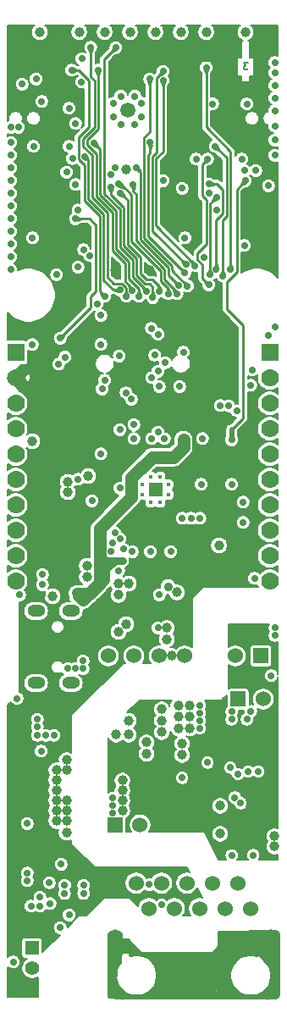
<source format=gbr>
G04 #@! TF.GenerationSoftware,KiCad,Pcbnew,5.1.6-c6e7f7d~87~ubuntu18.04.1*
G04 #@! TF.CreationDate,2022-10-10T13:55:49+03:00*
G04 #@! TF.ProjectId,ESP32-PoE-ISO_Rev_L,45535033-322d-4506-9f45-2d49534f5f52,L*
G04 #@! TF.SameCoordinates,Original*
G04 #@! TF.FileFunction,Copper,L3,Inr*
G04 #@! TF.FilePolarity,Positive*
%FSLAX46Y46*%
G04 Gerber Fmt 4.6, Leading zero omitted, Abs format (unit mm)*
G04 Created by KiCad (PCBNEW 5.1.6-c6e7f7d~87~ubuntu18.04.1) date 2022-10-10 13:55:49*
%MOMM*%
%LPD*%
G01*
G04 APERTURE LIST*
G04 #@! TA.AperFunction,NonConductor*
%ADD10C,0.158750*%
G04 #@! TD*
G04 #@! TA.AperFunction,ViaPad*
%ADD11C,1.524000*%
G04 #@! TD*
G04 #@! TA.AperFunction,ViaPad*
%ADD12R,1.524000X1.524000*%
G04 #@! TD*
G04 #@! TA.AperFunction,ViaPad*
%ADD13C,1.778000*%
G04 #@! TD*
G04 #@! TA.AperFunction,ViaPad*
%ADD14R,1.778000X1.778000*%
G04 #@! TD*
G04 #@! TA.AperFunction,ViaPad*
%ADD15R,0.400000X0.400000*%
G04 #@! TD*
G04 #@! TA.AperFunction,ViaPad*
%ADD16R,1.422400X1.422400*%
G04 #@! TD*
G04 #@! TA.AperFunction,ViaPad*
%ADD17O,1.800000X1.200000*%
G04 #@! TD*
G04 #@! TA.AperFunction,ViaPad*
%ADD18O,1.600000X2.999999*%
G04 #@! TD*
G04 #@! TA.AperFunction,ViaPad*
%ADD19C,1.800000*%
G04 #@! TD*
G04 #@! TA.AperFunction,ViaPad*
%ADD20C,1.500000*%
G04 #@! TD*
G04 #@! TA.AperFunction,ViaPad*
%ADD21C,0.700000*%
G04 #@! TD*
G04 #@! TA.AperFunction,ViaPad*
%ADD22R,1.400000X1.400000*%
G04 #@! TD*
G04 #@! TA.AperFunction,ViaPad*
%ADD23C,1.400000*%
G04 #@! TD*
G04 #@! TA.AperFunction,ViaPad*
%ADD24C,1.000000*%
G04 #@! TD*
G04 #@! TA.AperFunction,ViaPad*
%ADD25C,0.900000*%
G04 #@! TD*
G04 #@! TA.AperFunction,Conductor*
%ADD26C,0.254000*%
G04 #@! TD*
G04 #@! TA.AperFunction,Conductor*
%ADD27C,1.270000*%
G04 #@! TD*
G04 #@! TA.AperFunction,Conductor*
%ADD28C,0.965200*%
G04 #@! TD*
G04 #@! TA.AperFunction,Conductor*
%ADD29C,0.762000*%
G04 #@! TD*
G04 #@! TA.AperFunction,Conductor*
%ADD30C,1.016000*%
G04 #@! TD*
G04 #@! TA.AperFunction,Conductor*
%ADD31C,0.508000*%
G04 #@! TD*
G04 #@! TA.AperFunction,Conductor*
%ADD32C,0.127000*%
G04 #@! TD*
G04 #@! TA.AperFunction,Conductor*
%ADD33C,0.203200*%
G04 #@! TD*
G04 #@! TA.AperFunction,Conductor*
%ADD34C,0.025400*%
G04 #@! TD*
G04 APERTURE END LIST*
D10*
X114638666Y-94267261D02*
X114245571Y-94267261D01*
X114457238Y-94509166D01*
X114366523Y-94509166D01*
X114306047Y-94539404D01*
X114275809Y-94569642D01*
X114245571Y-94630119D01*
X114245571Y-94781309D01*
X114275809Y-94841785D01*
X114306047Y-94872023D01*
X114366523Y-94902261D01*
X114547952Y-94902261D01*
X114608428Y-94872023D01*
X114638666Y-94841785D01*
D11*
X113411000Y-153543000D03*
D12*
X115951000Y-153543000D03*
D11*
X108331000Y-153543000D03*
X105791000Y-153543000D03*
X100711000Y-153543000D03*
X103251000Y-153543000D03*
X103866000Y-170434000D03*
D12*
X101366000Y-170434000D03*
D13*
X116840000Y-146080000D03*
X116840000Y-143540000D03*
X116840000Y-138460000D03*
X116840000Y-141000000D03*
X116840000Y-135920000D03*
X116840000Y-133380000D03*
D14*
X116840000Y-123220000D03*
D13*
X116840000Y-125760000D03*
X116840000Y-128300000D03*
X116840000Y-130840000D03*
X91440000Y-130840000D03*
X91440000Y-128300000D03*
X91440000Y-125760000D03*
D14*
X91440000Y-123220000D03*
D13*
X91440000Y-133380000D03*
X91440000Y-135920000D03*
X91440000Y-141000000D03*
X91440000Y-138460000D03*
X91440000Y-143540000D03*
X91440000Y-146080000D03*
D15*
X106710000Y-137406000D03*
X106710000Y-136406000D03*
X105910000Y-135606000D03*
X104910000Y-135606000D03*
X104110000Y-136406000D03*
X104110000Y-137406000D03*
X104910000Y-138206000D03*
X105910000Y-138206000D03*
D16*
X105410000Y-136906000D03*
D17*
X93476000Y-149054000D03*
X96946000Y-149054000D03*
X96946000Y-156254000D03*
X93476000Y-156254000D03*
D18*
X117000000Y-182393000D03*
X101400000Y-182393000D03*
D11*
X114915000Y-178793000D03*
X113645000Y-176253000D03*
X112375000Y-178793000D03*
X111105000Y-176253000D03*
X109835000Y-178793000D03*
X108565000Y-176253000D03*
X107295000Y-178793000D03*
X106025000Y-176253000D03*
X104755000Y-178793000D03*
X103485000Y-176253000D03*
X116185000Y-157861000D03*
D12*
X113685000Y-157861000D03*
D19*
X107442000Y-167646000D03*
D20*
X102640000Y-98981000D03*
D21*
X101940000Y-97581000D03*
X103340000Y-97581000D03*
X104040000Y-98281000D03*
X104040000Y-99681000D03*
X103340000Y-100381000D03*
X101940000Y-100381000D03*
X101240000Y-99681000D03*
X101240000Y-98281000D03*
D22*
X93070680Y-182740300D03*
D23*
X93073220Y-184769760D03*
D24*
X93091000Y-132080000D03*
X95123000Y-147574000D03*
D21*
X92583000Y-176022000D03*
X92583000Y-175260000D03*
X92583000Y-170307000D03*
X94869000Y-178308000D03*
X94803014Y-176214986D03*
X91821000Y-147447000D03*
X99949000Y-133350000D03*
X97663000Y-135890000D03*
D25*
X106680000Y-146621500D03*
D24*
X107569000Y-147193000D03*
D21*
X117348000Y-94234000D03*
X108966000Y-139785743D03*
X108077000Y-139785743D03*
X109855000Y-139785743D03*
X99060000Y-138049000D03*
D24*
X98679000Y-135572500D03*
D21*
X95250000Y-161480500D03*
X101854000Y-141859000D03*
X110109000Y-131826000D03*
X114173000Y-140208000D03*
X114173000Y-138176000D03*
X115316000Y-145796000D03*
D24*
X111760000Y-142494000D03*
D21*
X91567000Y-157797496D03*
X93599000Y-160655000D03*
D24*
X96520000Y-163957000D03*
X95504000Y-170053000D03*
X95504000Y-169037000D03*
X96520000Y-170053000D03*
X96520000Y-169037000D03*
X96520000Y-171196000D03*
D21*
X93599000Y-159893000D03*
X93599000Y-161480500D03*
X94424500Y-161480500D03*
X98171000Y-154051000D03*
X98171000Y-154813000D03*
X97409000Y-154813000D03*
X96647000Y-154813000D03*
X91186000Y-184150000D03*
X93853000Y-177673000D03*
X92964000Y-178562000D03*
X93853000Y-178562000D03*
D24*
X96520000Y-168021000D03*
X95504000Y-168021000D03*
X95504000Y-167005000D03*
X95504000Y-165989000D03*
X95504000Y-164973000D03*
X96520000Y-164973000D03*
X106553000Y-150749000D03*
X106553000Y-151892000D03*
D21*
X105664000Y-150749000D03*
D24*
X107061000Y-153543000D03*
D21*
X96774000Y-179451000D03*
X106299000Y-131826000D03*
X101340570Y-141256510D03*
X92075000Y-96393000D03*
D24*
X93853000Y-91186000D03*
X110490000Y-91181000D03*
X114427000Y-91186000D03*
X107950000Y-91181000D03*
X105410000Y-91181000D03*
X102870000Y-91181000D03*
X100330000Y-91181000D03*
X97790000Y-91181000D03*
D21*
X99949000Y-119507000D03*
X97663000Y-108966000D03*
X99949000Y-122397010D03*
X109474000Y-103886000D03*
X115443000Y-105029000D03*
D24*
X102498537Y-104904645D03*
D21*
X91694000Y-100711000D03*
X110737084Y-107276396D03*
X94023642Y-98127364D03*
X117348000Y-96520000D03*
X117348000Y-99060000D03*
X117348000Y-101981000D03*
X117348000Y-103505000D03*
X95884997Y-180721003D03*
X116713000Y-121539000D03*
X117348000Y-120650000D03*
X90932000Y-113665000D03*
X90932000Y-114935000D03*
X90932000Y-111125000D03*
X90932000Y-108585000D03*
X90932000Y-106045000D03*
X90932000Y-103505000D03*
X90932000Y-100711000D03*
X90932000Y-109855000D03*
X90932000Y-112395000D03*
X90932000Y-107315000D03*
X90932000Y-104775000D03*
X90932000Y-102235000D03*
X117348000Y-95250000D03*
X117348000Y-97790000D03*
X117348000Y-100584000D03*
D24*
X96647000Y-137160000D03*
X96647000Y-136144000D03*
D21*
X106172000Y-95123000D03*
X111125000Y-98349688D03*
X108473816Y-114426558D03*
X116713000Y-106553000D03*
X114554000Y-98361500D03*
X94107000Y-147447000D03*
X102743000Y-126365000D03*
X102743000Y-125603000D03*
X97028000Y-130937000D03*
X97028000Y-129921000D03*
D24*
X97790000Y-132461000D03*
X97790000Y-131445000D03*
X97790000Y-130429000D03*
X97790000Y-129413000D03*
X108839000Y-147193000D03*
X108839000Y-146177000D03*
X93980000Y-92456000D03*
X97155000Y-92456000D03*
X104828205Y-115004027D03*
D21*
X114681000Y-102870000D03*
D24*
X97790000Y-128397000D03*
D21*
X97028000Y-128905000D03*
D24*
X101351221Y-115004129D03*
D21*
X104902000Y-143129000D03*
X105791000Y-147447000D03*
X93980000Y-163067994D03*
X103091479Y-143129000D03*
X106934000Y-143129000D03*
X95979490Y-174371000D03*
X101727000Y-145034000D03*
X94107000Y-146431000D03*
X98016923Y-96157588D03*
X93472000Y-95885000D03*
X93218000Y-102616000D03*
X93091000Y-122428000D03*
X96774000Y-102611000D03*
X103759000Y-117602000D03*
X99267901Y-102281101D03*
X97663000Y-114681000D03*
X102235000Y-142875000D03*
X94107000Y-145415000D03*
X98044000Y-93853000D03*
X104521000Y-117094000D03*
X101442065Y-92740935D03*
X99665224Y-94982570D03*
X103095155Y-116995845D03*
X105332150Y-123474968D03*
X108204000Y-123190000D03*
X100330000Y-117602000D03*
X97022988Y-94991000D03*
X102489000Y-117602000D03*
X98933000Y-92710000D03*
X106410622Y-124236990D03*
X99568000Y-118364000D03*
X96520000Y-105188112D03*
X115062000Y-124968000D03*
X102480368Y-127243213D03*
X107823000Y-126619000D03*
X95734918Y-124370313D03*
X110744000Y-106360987D03*
X111483610Y-114897258D03*
X111506000Y-108966000D03*
X95885000Y-121793000D03*
X105664000Y-121377962D03*
X97409004Y-109855000D03*
X105791000Y-117093996D03*
X105001995Y-120804005D03*
X101917500Y-107251500D03*
X111887000Y-128523990D03*
X106680000Y-117348000D03*
X97409000Y-106426000D03*
X101735871Y-106380069D03*
X112747155Y-128552845D03*
X105791000Y-126619000D03*
X108077000Y-106807000D03*
X107569000Y-117348000D03*
X103197882Y-106426000D03*
X105029000Y-125730000D03*
X113538000Y-129032000D03*
X103535990Y-104775000D03*
X107725201Y-116522765D03*
X97106584Y-103822506D03*
X101854000Y-116967000D03*
X98331845Y-103631997D03*
X97536000Y-147279360D03*
X98044000Y-148082000D03*
X98552000Y-147447000D03*
X102108000Y-144018000D03*
X108204000Y-132715000D03*
X108204000Y-131953000D03*
X106172000Y-106045000D03*
X100918728Y-105439478D03*
X114300000Y-105029000D03*
X101351642Y-104734826D03*
D24*
X102108000Y-167005000D03*
X102108000Y-165989000D03*
X117284500Y-171577000D03*
X117284500Y-172593000D03*
D21*
X113030000Y-159131000D03*
X109855000Y-158496000D03*
D24*
X108839000Y-158496000D03*
X108839000Y-160782000D03*
X108839000Y-159639000D03*
D21*
X109855000Y-159258000D03*
X109855000Y-160020000D03*
X109855000Y-160782000D03*
D24*
X107696000Y-159639000D03*
X107696000Y-160782000D03*
X107696000Y-158496000D03*
D21*
X101092000Y-167767000D03*
X101092000Y-168529000D03*
X101092000Y-169291000D03*
D24*
X102108000Y-168021000D03*
X102108000Y-169037000D03*
D21*
X113030000Y-159893000D03*
X117348000Y-150749000D03*
X117348000Y-151511000D03*
D24*
X102489000Y-150368000D03*
X101727000Y-151130000D03*
X102743000Y-146304000D03*
X101727000Y-146304000D03*
X101727000Y-147447000D03*
X98552000Y-145669000D03*
X98552000Y-144526000D03*
D21*
X108077000Y-165735000D03*
D24*
X108077000Y-163449000D03*
X108077000Y-162306000D03*
D21*
X113030000Y-173482000D03*
D24*
X111887000Y-168529000D03*
X111887000Y-171323000D03*
D21*
X114964348Y-159067500D03*
X113347500Y-167703500D03*
X113665000Y-165354000D03*
X114681000Y-165100000D03*
X115697000Y-165100000D03*
X115189000Y-173450250D03*
X113918999Y-168275000D03*
X116978940Y-155499566D03*
X104879966Y-102235006D03*
X108340480Y-115242751D03*
X97408988Y-100330000D03*
X104824902Y-95877377D03*
X108615968Y-116559331D03*
X112903000Y-114935000D03*
X110488013Y-94743983D03*
X101790500Y-123571000D03*
X100330005Y-125984000D03*
X98824640Y-113531177D03*
X110252304Y-113679903D03*
X100076000Y-126873000D03*
X114300000Y-112522000D03*
X98220630Y-112945570D03*
X113030000Y-131953000D03*
X113030000Y-136398000D03*
X102997000Y-127889000D03*
X103250997Y-130428997D03*
X105029000Y-131826000D03*
X103251000Y-131826000D03*
X109981990Y-136398000D03*
X114396010Y-106045000D03*
X111506000Y-107696000D03*
X95529400Y-115412010D03*
X110856314Y-115436190D03*
X105664000Y-125095000D03*
X96361993Y-123666999D03*
X111379000Y-102616000D03*
X112141000Y-115570000D03*
X96774000Y-98806000D03*
X106172000Y-96012000D03*
X109378372Y-114532519D03*
X105664000Y-131191000D03*
X101854000Y-130937000D03*
X101854000Y-136779000D03*
X114935000Y-126492000D03*
X110617000Y-103886000D03*
X114046000Y-103886000D03*
X110744000Y-116459000D03*
X105132644Y-117721516D03*
X100953289Y-106647490D03*
X100965006Y-143129000D03*
X98234500Y-177293513D03*
X104775000Y-176402960D03*
X98234500Y-176466500D03*
X106044996Y-178435000D03*
X96329499Y-177294710D03*
X96330699Y-176467699D03*
D24*
X114935000Y-181483000D03*
X102870000Y-182880000D03*
X114935000Y-182880000D03*
X113538000Y-182880000D03*
X112395000Y-185420000D03*
X111125000Y-184150000D03*
X109855000Y-185420000D03*
X117387990Y-185420000D03*
X117387990Y-187387990D03*
X111125000Y-186690000D03*
X108585000Y-186690000D03*
X108585000Y-184150000D03*
X107315000Y-185420000D03*
X106045000Y-186690000D03*
X106045000Y-184150000D03*
X101092000Y-187325000D03*
X101092000Y-185420000D03*
D21*
X101092000Y-142240000D03*
X93121979Y-111760000D03*
X108363502Y-111756863D03*
D24*
X102743000Y-161417000D03*
X102743000Y-160020000D03*
X104521000Y-162179000D03*
X104521000Y-163322000D03*
X106045000Y-158877000D03*
X106045000Y-160020000D03*
X106045000Y-161163000D03*
X101473000Y-161417000D03*
D21*
X110617000Y-164211000D03*
X114554000Y-159892996D03*
X112903000Y-164719000D03*
D24*
X105156000Y-166624000D03*
X105156000Y-167640000D03*
X105156000Y-168656000D03*
X106807000Y-163449000D03*
X106807000Y-162306000D03*
D26*
X105092489Y-103664681D02*
X105092489Y-111045231D01*
X105092489Y-111045231D02*
X108473816Y-114426558D01*
X105506003Y-103251167D02*
X105092489Y-103664681D01*
X105506003Y-95788997D02*
X105506003Y-103251167D01*
X106172000Y-95123000D02*
X105506003Y-95788997D01*
X99888223Y-102901423D02*
X99267901Y-102281101D01*
X99888223Y-107481990D02*
X99888223Y-102901423D01*
X101473011Y-109066778D02*
X99888223Y-107481990D01*
X103759000Y-116805490D02*
X102743011Y-115789501D01*
X101473011Y-112872269D02*
X101473011Y-109066778D01*
X103759000Y-117602000D02*
X103759000Y-116805490D01*
X102743011Y-114142269D02*
X101473011Y-112872269D01*
X102743011Y-115789501D02*
X102743011Y-114142269D01*
X101854022Y-112714450D02*
X101854022Y-108908959D01*
X100269234Y-107324171D02*
X100269234Y-93913766D01*
X103124022Y-113984450D02*
X101854022Y-112714450D01*
X100269234Y-93913766D02*
X101442065Y-92740935D01*
X103124022Y-115631682D02*
X103124022Y-113984450D01*
X104521000Y-117028660D02*
X103124022Y-115631682D01*
X104521000Y-117094000D02*
X104521000Y-117028660D01*
X101854022Y-108908959D02*
X100269234Y-107324171D01*
X103095155Y-116803687D02*
X103095155Y-116995845D01*
X102362000Y-116070532D02*
X103095155Y-116803687D01*
X101092000Y-113030088D02*
X102362000Y-114300088D01*
X99507212Y-107639809D02*
X101092000Y-109224597D01*
X98552011Y-102459133D02*
X99507212Y-103414334D01*
X99507212Y-103414334D02*
X99507212Y-107639809D01*
X99695000Y-95012346D02*
X99695000Y-100833076D01*
X99665224Y-94982570D02*
X99695000Y-95012346D01*
X99695000Y-100833076D02*
X98552011Y-101976065D01*
X102362000Y-114300088D02*
X102362000Y-116070532D01*
X101092000Y-109224597D02*
X101092000Y-113030088D01*
X98552011Y-101976065D02*
X98552011Y-102459133D01*
X97749246Y-94991000D02*
X97022988Y-94991000D01*
X98783405Y-96025159D02*
X97749246Y-94991000D01*
X98783405Y-100667011D02*
X98783405Y-96025159D01*
X97726500Y-101723916D02*
X98783405Y-100667011D01*
X99822000Y-117094000D02*
X99822000Y-109571087D01*
X100330000Y-117602000D02*
X99822000Y-117094000D01*
X99822000Y-109571087D02*
X98298000Y-108047087D01*
X98298000Y-108047087D02*
X98298000Y-104492074D01*
X98298000Y-104492074D02*
X97726500Y-103920574D01*
X97726500Y-103920574D02*
X97726500Y-101723916D01*
X100584022Y-109255449D02*
X99060011Y-107731438D01*
X99060011Y-107731438D02*
X99060011Y-103505963D01*
X98171000Y-102616952D02*
X98171000Y-101818246D01*
X98171000Y-101818246D02*
X99313989Y-100675257D01*
X98933000Y-95635924D02*
X98933000Y-92710000D01*
X99313989Y-100675257D02*
X99313989Y-96016913D01*
X102084649Y-116332011D02*
X101219011Y-116332011D01*
X99313989Y-96016913D02*
X98933000Y-95635924D01*
X100584022Y-115697022D02*
X100584022Y-109255449D01*
X102489000Y-116736362D02*
X102084649Y-116332011D01*
X102489000Y-117602000D02*
X102489000Y-116736362D01*
X101219011Y-116332011D02*
X100584022Y-115697022D01*
X99060011Y-103505963D02*
X98171000Y-102616952D01*
X111567987Y-106360987D02*
X112141000Y-106934000D01*
X110744000Y-106360987D02*
X111567987Y-106360987D01*
X112141000Y-106934000D02*
X112141000Y-109347000D01*
X112141000Y-109347000D02*
X111483610Y-110004390D01*
X111483610Y-110004390D02*
X111483610Y-114897258D01*
X98806000Y-109855000D02*
X97409004Y-109855000D01*
X99441000Y-110490000D02*
X98806000Y-109855000D01*
X99441000Y-117094000D02*
X99441000Y-110490000D01*
X98933000Y-117602000D02*
X99441000Y-117094000D01*
X95885000Y-121793000D02*
X98933000Y-118745000D01*
X98933000Y-118745000D02*
X98933000Y-117602000D01*
X102616044Y-107950044D02*
X101917500Y-107251500D01*
X105791000Y-117093996D02*
X105791000Y-116599022D01*
X103886044Y-113668812D02*
X102616044Y-112398812D01*
X102616044Y-112398812D02*
X102616044Y-107950044D01*
X104521000Y-115951000D02*
X103886044Y-115316044D01*
X103886044Y-115316044D02*
X103886044Y-113668812D01*
X105142978Y-115951000D02*
X104521000Y-115951000D01*
X105791000Y-116599022D02*
X105142978Y-115951000D01*
X101935069Y-106380069D02*
X101735871Y-106380069D01*
X106680000Y-116870830D02*
X105917967Y-116108797D01*
X105917967Y-116108797D02*
X105917967Y-115027457D01*
X106680000Y-117348000D02*
X106680000Y-116870830D01*
X105917967Y-115027457D02*
X102997055Y-112106545D01*
X102997055Y-112106545D02*
X102997055Y-107442055D01*
X102997055Y-107442055D02*
X101935069Y-106380069D01*
X103197882Y-107071382D02*
X103197882Y-106426000D01*
X107569000Y-117221000D02*
X106298978Y-115950978D01*
X107569000Y-117348000D02*
X107569000Y-117221000D01*
X106298978Y-115950978D02*
X106298978Y-114869638D01*
X103473999Y-112044659D02*
X103473999Y-107347499D01*
X106298978Y-114869638D02*
X103473999Y-112044659D01*
X103473999Y-107347499D02*
X103197882Y-107071382D01*
X103535990Y-104775000D02*
X103885989Y-105124999D01*
X106679989Y-115477553D02*
X107725201Y-116522765D01*
X106679989Y-114711819D02*
X106679989Y-115477553D01*
X103885989Y-111917819D02*
X106679989Y-114711819D01*
X103885989Y-105124999D02*
X103885989Y-111917819D01*
X100203011Y-109413268D02*
X98679000Y-107889257D01*
X98679000Y-107889257D02*
X98679000Y-103979152D01*
X98679000Y-103979152D02*
X98331845Y-103631997D01*
X101854000Y-116967000D02*
X101188170Y-116967000D01*
X101188170Y-116967000D02*
X100203011Y-115981841D01*
X100203011Y-115981841D02*
X100203011Y-109413268D01*
D27*
X99822000Y-140843000D02*
X102997000Y-137668000D01*
X107251500Y-133667500D02*
X108204000Y-132715000D01*
X99822000Y-143764000D02*
X99822000Y-140843000D01*
X102997000Y-137668000D02*
X102997000Y-135763000D01*
X102997000Y-135763000D02*
X105092500Y-133667500D01*
X105092500Y-133667500D02*
X107251500Y-133667500D01*
X108204000Y-132715000D02*
X108204000Y-131953000D01*
X99504500Y-146621500D02*
X98171000Y-147955000D01*
D28*
X97536000Y-147279360D02*
X97536000Y-147574000D01*
X97536000Y-147574000D02*
X98044000Y-148082000D01*
D27*
X99631500Y-146494500D02*
X100203000Y-145923000D01*
X99822000Y-146304000D02*
X99631500Y-146494500D01*
X98679000Y-147447000D02*
X99631500Y-146494500D01*
X99822000Y-143764000D02*
X99822000Y-146304000D01*
X100203000Y-144145000D02*
X99822000Y-143764000D01*
X100203000Y-145161000D02*
X100203000Y-144145000D01*
D29*
X102108000Y-144018000D02*
X101346000Y-144018000D01*
D27*
X100203000Y-145923000D02*
X100203000Y-145161000D01*
D29*
X101346000Y-144018000D02*
X100203000Y-145161000D01*
X102108000Y-144018000D02*
X100330000Y-144018000D01*
X100330000Y-144018000D02*
X100203000Y-144145000D01*
D27*
X98552000Y-147447000D02*
X98679000Y-147447000D01*
D29*
X98552000Y-147574000D02*
X98552000Y-147447000D01*
X98044000Y-148082000D02*
X98552000Y-147574000D01*
D30*
X98384360Y-147279360D02*
X97536000Y-147279360D01*
X98552000Y-147447000D02*
X98384360Y-147279360D01*
D26*
X104671152Y-111573423D02*
X104671152Y-103481848D01*
X108340480Y-115242751D02*
X104671152Y-111573423D01*
X104671152Y-103481848D02*
X104879966Y-103273034D01*
X104879966Y-103273034D02*
X104879966Y-102235006D01*
X107061000Y-115004363D02*
X107061000Y-114554000D01*
X108615968Y-116559331D02*
X107061000Y-115004363D01*
X107061000Y-114554000D02*
X104275965Y-111768965D01*
X104824902Y-101169098D02*
X104824902Y-95877377D01*
X104275965Y-111768965D02*
X104275965Y-101718035D01*
X104275965Y-101718035D02*
X104824902Y-101169098D01*
X110488013Y-100709013D02*
X112903000Y-103124000D01*
X110488013Y-94743983D02*
X110488013Y-100709013D01*
X112903000Y-114935000D02*
X112903000Y-103124000D01*
D31*
X113030000Y-131953000D02*
X113030000Y-130937000D01*
D26*
X113538000Y-106903010D02*
X114396010Y-106045000D01*
X114173000Y-120523000D02*
X112522000Y-118872000D01*
X114173000Y-129794000D02*
X114173000Y-120523000D01*
X113030000Y-130937000D02*
X114173000Y-129794000D01*
X113538000Y-115189000D02*
X113538000Y-106903010D01*
X112522000Y-118872000D02*
X112522000Y-116205000D01*
X112522000Y-116205000D02*
X113538000Y-115189000D01*
X110871011Y-114926519D02*
X110856314Y-114941216D01*
X110856314Y-114941216D02*
X110856314Y-115436190D01*
X110871011Y-108330989D02*
X110871011Y-114926519D01*
X111506000Y-107696000D02*
X110871011Y-108330989D01*
X112141000Y-109982000D02*
X112522000Y-109601000D01*
X112141000Y-115570000D02*
X112141000Y-109982000D01*
X112522000Y-109601000D02*
X112522000Y-103759000D01*
X112522000Y-103759000D02*
X111379000Y-102616000D01*
X106172000Y-96012000D02*
X106172000Y-103124000D01*
X106172000Y-103124000D02*
X105473500Y-103822500D01*
X105473500Y-103822500D02*
X105473500Y-110532318D01*
X105473500Y-110532318D02*
X109378372Y-114437190D01*
X109378372Y-114437190D02*
X109378372Y-114532519D01*
X110109000Y-104394000D02*
X110617000Y-103886000D01*
X110109000Y-107569000D02*
X110109000Y-104394000D01*
X110490000Y-107950000D02*
X110109000Y-107569000D01*
X110744000Y-116459000D02*
X110109000Y-115824000D01*
X110109000Y-114405229D02*
X109631995Y-113928224D01*
X110109000Y-115824000D02*
X110109000Y-114405229D01*
X109631995Y-113928224D02*
X109631995Y-113253005D01*
X109631995Y-113253005D02*
X110490000Y-112395000D01*
X110490000Y-112395000D02*
X110490000Y-107950000D01*
X105132644Y-116647559D02*
X104817096Y-116332011D01*
X104363181Y-116332011D02*
X103505033Y-115473863D01*
X100953289Y-107466269D02*
X100953289Y-106647490D01*
X105132644Y-117721516D02*
X105132644Y-116647559D01*
X102235033Y-108748013D02*
X100953289Y-107466269D01*
X103505033Y-115473863D02*
X103505033Y-113826631D01*
X102235033Y-112556631D02*
X102235033Y-108748013D01*
X104817096Y-116332011D02*
X104363181Y-116332011D01*
X103505033Y-113826631D02*
X102235033Y-112556631D01*
D30*
X117387990Y-181522990D02*
X117348000Y-181483000D01*
X117348000Y-181483000D02*
X114935000Y-181483000D01*
X117387990Y-185420000D02*
X117387990Y-181522990D01*
X101228042Y-181610000D02*
X101346000Y-181610000D01*
X101092000Y-181746042D02*
X101228042Y-181610000D01*
D31*
X117387990Y-187387990D02*
X117133990Y-187641990D01*
X117133990Y-187641990D02*
X111125000Y-187641990D01*
X111125000Y-187641990D02*
X111125000Y-186690000D01*
D30*
X117387990Y-185420000D02*
X117387990Y-187387990D01*
X114935000Y-182880000D02*
X115733802Y-182880000D01*
X115733802Y-182880000D02*
X117387990Y-184534188D01*
X117387990Y-184534188D02*
X117387990Y-184712894D01*
X117387990Y-184712894D02*
X117387990Y-185420000D01*
X117094000Y-182880000D02*
X114935000Y-182880000D01*
X117094000Y-181483000D02*
X117094000Y-182880000D01*
X114935000Y-181483000D02*
X117094000Y-181483000D01*
D29*
X102162894Y-182880000D02*
X101473000Y-182880000D01*
X102870000Y-182880000D02*
X102162894Y-182880000D01*
D31*
X101408990Y-187641990D02*
X101092000Y-187325000D01*
X111125000Y-187641990D02*
X101408990Y-187641990D01*
D30*
X101092000Y-185420000D02*
X101092000Y-181746042D01*
D32*
G36*
X93299491Y-90511548D02*
G01*
X93178548Y-90632491D01*
X93083523Y-90774706D01*
X93018069Y-90932726D01*
X92984700Y-91100480D01*
X92984700Y-91271520D01*
X93018069Y-91439274D01*
X93083523Y-91597294D01*
X93178548Y-91739509D01*
X93299491Y-91860452D01*
X93441706Y-91955477D01*
X93599726Y-92020931D01*
X93767480Y-92054300D01*
X93938520Y-92054300D01*
X94106274Y-92020931D01*
X94264294Y-91955477D01*
X94406509Y-91860452D01*
X94527452Y-91739509D01*
X94622477Y-91597294D01*
X94687931Y-91439274D01*
X94721300Y-91271520D01*
X94721300Y-91100480D01*
X94687931Y-90932726D01*
X94622477Y-90774706D01*
X94527452Y-90632491D01*
X94406509Y-90511548D01*
X94382192Y-90495300D01*
X97253325Y-90495300D01*
X97236491Y-90506548D01*
X97115548Y-90627491D01*
X97020523Y-90769706D01*
X96955069Y-90927726D01*
X96921700Y-91095480D01*
X96921700Y-91266520D01*
X96955069Y-91434274D01*
X97020523Y-91592294D01*
X97115548Y-91734509D01*
X97236491Y-91855452D01*
X97378706Y-91950477D01*
X97536726Y-92015931D01*
X97704480Y-92049300D01*
X97875520Y-92049300D01*
X98043274Y-92015931D01*
X98201294Y-91950477D01*
X98343509Y-91855452D01*
X98464452Y-91734509D01*
X98559477Y-91592294D01*
X98624931Y-91434274D01*
X98658300Y-91266520D01*
X98658300Y-91095480D01*
X98624931Y-90927726D01*
X98559477Y-90769706D01*
X98464452Y-90627491D01*
X98343509Y-90506548D01*
X98326675Y-90495300D01*
X99793325Y-90495300D01*
X99776491Y-90506548D01*
X99655548Y-90627491D01*
X99560523Y-90769706D01*
X99495069Y-90927726D01*
X99461700Y-91095480D01*
X99461700Y-91266520D01*
X99495069Y-91434274D01*
X99560523Y-91592294D01*
X99655548Y-91734509D01*
X99776491Y-91855452D01*
X99918706Y-91950477D01*
X100076726Y-92015931D01*
X100244480Y-92049300D01*
X100415520Y-92049300D01*
X100583274Y-92015931D01*
X100741294Y-91950477D01*
X100883509Y-91855452D01*
X101004452Y-91734509D01*
X101099477Y-91592294D01*
X101164931Y-91434274D01*
X101198300Y-91266520D01*
X101198300Y-91095480D01*
X101164931Y-90927726D01*
X101099477Y-90769706D01*
X101004452Y-90627491D01*
X100883509Y-90506548D01*
X100866675Y-90495300D01*
X102333325Y-90495300D01*
X102316491Y-90506548D01*
X102195548Y-90627491D01*
X102100523Y-90769706D01*
X102035069Y-90927726D01*
X102001700Y-91095480D01*
X102001700Y-91266520D01*
X102035069Y-91434274D01*
X102100523Y-91592294D01*
X102195548Y-91734509D01*
X102316491Y-91855452D01*
X102458706Y-91950477D01*
X102616726Y-92015931D01*
X102784480Y-92049300D01*
X102955520Y-92049300D01*
X103123274Y-92015931D01*
X103281294Y-91950477D01*
X103423509Y-91855452D01*
X103544452Y-91734509D01*
X103639477Y-91592294D01*
X103704931Y-91434274D01*
X103738300Y-91266520D01*
X103738300Y-91095480D01*
X103704931Y-90927726D01*
X103639477Y-90769706D01*
X103544452Y-90627491D01*
X103423509Y-90506548D01*
X103406675Y-90495300D01*
X104873325Y-90495300D01*
X104856491Y-90506548D01*
X104735548Y-90627491D01*
X104640523Y-90769706D01*
X104575069Y-90927726D01*
X104541700Y-91095480D01*
X104541700Y-91266520D01*
X104575069Y-91434274D01*
X104640523Y-91592294D01*
X104735548Y-91734509D01*
X104856491Y-91855452D01*
X104998706Y-91950477D01*
X105156726Y-92015931D01*
X105324480Y-92049300D01*
X105495520Y-92049300D01*
X105663274Y-92015931D01*
X105821294Y-91950477D01*
X105963509Y-91855452D01*
X106084452Y-91734509D01*
X106179477Y-91592294D01*
X106244931Y-91434274D01*
X106278300Y-91266520D01*
X106278300Y-91095480D01*
X106244931Y-90927726D01*
X106179477Y-90769706D01*
X106084452Y-90627491D01*
X105963509Y-90506548D01*
X105946675Y-90495300D01*
X107413325Y-90495300D01*
X107396491Y-90506548D01*
X107275548Y-90627491D01*
X107180523Y-90769706D01*
X107115069Y-90927726D01*
X107081700Y-91095480D01*
X107081700Y-91266520D01*
X107115069Y-91434274D01*
X107180523Y-91592294D01*
X107275548Y-91734509D01*
X107396491Y-91855452D01*
X107538706Y-91950477D01*
X107696726Y-92015931D01*
X107864480Y-92049300D01*
X108035520Y-92049300D01*
X108203274Y-92015931D01*
X108361294Y-91950477D01*
X108503509Y-91855452D01*
X108624452Y-91734509D01*
X108719477Y-91592294D01*
X108784931Y-91434274D01*
X108818300Y-91266520D01*
X108818300Y-91095480D01*
X108784931Y-90927726D01*
X108719477Y-90769706D01*
X108624452Y-90627491D01*
X108503509Y-90506548D01*
X108486675Y-90495300D01*
X109953325Y-90495300D01*
X109936491Y-90506548D01*
X109815548Y-90627491D01*
X109720523Y-90769706D01*
X109655069Y-90927726D01*
X109621700Y-91095480D01*
X109621700Y-91266520D01*
X109655069Y-91434274D01*
X109720523Y-91592294D01*
X109815548Y-91734509D01*
X109936491Y-91855452D01*
X110078706Y-91950477D01*
X110236726Y-92015931D01*
X110404480Y-92049300D01*
X110575520Y-92049300D01*
X110743274Y-92015931D01*
X110901294Y-91950477D01*
X111043509Y-91855452D01*
X111164452Y-91734509D01*
X111259477Y-91592294D01*
X111324931Y-91434274D01*
X111358300Y-91266520D01*
X111358300Y-91095480D01*
X111324931Y-90927726D01*
X111259477Y-90769706D01*
X111164452Y-90627491D01*
X111043509Y-90506548D01*
X111026675Y-90495300D01*
X113897808Y-90495300D01*
X113873491Y-90511548D01*
X113752548Y-90632491D01*
X113657523Y-90774706D01*
X113592069Y-90932726D01*
X113558700Y-91100480D01*
X113558700Y-91271520D01*
X113592069Y-91439274D01*
X113657523Y-91597294D01*
X113752548Y-91739509D01*
X113873491Y-91860452D01*
X114015706Y-91955477D01*
X114150958Y-92011500D01*
X114046000Y-92011500D01*
X114033612Y-92012720D01*
X114021700Y-92016334D01*
X114010721Y-92022202D01*
X114001099Y-92030099D01*
X113993202Y-92039721D01*
X113987334Y-92050700D01*
X113983720Y-92062612D01*
X113982500Y-92075000D01*
X113982500Y-93749812D01*
X113607491Y-93749812D01*
X113607491Y-95597662D01*
X113982500Y-95597662D01*
X113982500Y-96139000D01*
X113983720Y-96151388D01*
X113987334Y-96163300D01*
X113993202Y-96174279D01*
X114001099Y-96183901D01*
X114010721Y-96191798D01*
X114021700Y-96197666D01*
X114033612Y-96201280D01*
X114046000Y-96202500D01*
X114808000Y-96202500D01*
X114820388Y-96201280D01*
X114832300Y-96197666D01*
X114843279Y-96191798D01*
X114852901Y-96183901D01*
X114860798Y-96174279D01*
X114866666Y-96163300D01*
X114870280Y-96151388D01*
X114871500Y-96139000D01*
X114871500Y-95597662D01*
X115246509Y-95597662D01*
X115246509Y-93749812D01*
X114871500Y-93749812D01*
X114871500Y-92075000D01*
X114870280Y-92062612D01*
X114866666Y-92050700D01*
X114860798Y-92039721D01*
X114852901Y-92030099D01*
X114843279Y-92022202D01*
X114832300Y-92016334D01*
X114820388Y-92012720D01*
X114808000Y-92011500D01*
X114703042Y-92011500D01*
X114838294Y-91955477D01*
X114980509Y-91860452D01*
X115101452Y-91739509D01*
X115196477Y-91597294D01*
X115261931Y-91439274D01*
X115295300Y-91271520D01*
X115295300Y-91100480D01*
X115261931Y-90932726D01*
X115196477Y-90774706D01*
X115101452Y-90632491D01*
X114980509Y-90511548D01*
X114956192Y-90495300D01*
X117654701Y-90495300D01*
X117654701Y-93583556D01*
X117557521Y-93543303D01*
X117418746Y-93515700D01*
X117277254Y-93515700D01*
X117138479Y-93543303D01*
X117007757Y-93597450D01*
X116890110Y-93676060D01*
X116790060Y-93776110D01*
X116711450Y-93893757D01*
X116657303Y-94024479D01*
X116629700Y-94163254D01*
X116629700Y-94304746D01*
X116657303Y-94443521D01*
X116711450Y-94574243D01*
X116790060Y-94691890D01*
X116840170Y-94742000D01*
X116790060Y-94792110D01*
X116711450Y-94909757D01*
X116657303Y-95040479D01*
X116629700Y-95179254D01*
X116629700Y-95320746D01*
X116657303Y-95459521D01*
X116711450Y-95590243D01*
X116790060Y-95707890D01*
X116890110Y-95807940D01*
X117005437Y-95885000D01*
X116890110Y-95962060D01*
X116790060Y-96062110D01*
X116711450Y-96179757D01*
X116657303Y-96310479D01*
X116629700Y-96449254D01*
X116629700Y-96590746D01*
X116657303Y-96729521D01*
X116711450Y-96860243D01*
X116790060Y-96977890D01*
X116890110Y-97077940D01*
X117005437Y-97155000D01*
X116890110Y-97232060D01*
X116790060Y-97332110D01*
X116711450Y-97449757D01*
X116657303Y-97580479D01*
X116629700Y-97719254D01*
X116629700Y-97860746D01*
X116657303Y-97999521D01*
X116711450Y-98130243D01*
X116790060Y-98247890D01*
X116890110Y-98347940D01*
X117005437Y-98425000D01*
X116890110Y-98502060D01*
X116790060Y-98602110D01*
X116711450Y-98719757D01*
X116657303Y-98850479D01*
X116629700Y-98989254D01*
X116629700Y-99130746D01*
X116631308Y-99138830D01*
X116518757Y-99185450D01*
X116401110Y-99264060D01*
X116301060Y-99364110D01*
X116222450Y-99481757D01*
X116168303Y-99612479D01*
X116140700Y-99751254D01*
X116140700Y-99892746D01*
X116168303Y-100031521D01*
X116222450Y-100162243D01*
X116301060Y-100279890D01*
X116401110Y-100379940D01*
X116518757Y-100458550D01*
X116631308Y-100505170D01*
X116629700Y-100513254D01*
X116629700Y-100654746D01*
X116657303Y-100793521D01*
X116711450Y-100924243D01*
X116790060Y-101041890D01*
X116890110Y-101141940D01*
X117007757Y-101220550D01*
X117138479Y-101274697D01*
X117177709Y-101282500D01*
X117138479Y-101290303D01*
X117007757Y-101344450D01*
X116890110Y-101423060D01*
X116790060Y-101523110D01*
X116711450Y-101640757D01*
X116657303Y-101771479D01*
X116629700Y-101910254D01*
X116629700Y-102051746D01*
X116657303Y-102190521D01*
X116711450Y-102321243D01*
X116790060Y-102438890D01*
X116890110Y-102538940D01*
X117007757Y-102617550D01*
X117138479Y-102671697D01*
X117277254Y-102699300D01*
X117418746Y-102699300D01*
X117557521Y-102671697D01*
X117654701Y-102631444D01*
X117654701Y-102854556D01*
X117557521Y-102814303D01*
X117418746Y-102786700D01*
X117277254Y-102786700D01*
X117138479Y-102814303D01*
X117007757Y-102868450D01*
X116890110Y-102947060D01*
X116790060Y-103047110D01*
X116711450Y-103164757D01*
X116657303Y-103295479D01*
X116629700Y-103434254D01*
X116629700Y-103575746D01*
X116657303Y-103714521D01*
X116711450Y-103845243D01*
X116790060Y-103962890D01*
X116890110Y-104062940D01*
X117007757Y-104141550D01*
X117138479Y-104195697D01*
X117277254Y-104223300D01*
X117418746Y-104223300D01*
X117557521Y-104195697D01*
X117654701Y-104155444D01*
X117654701Y-115722233D01*
X117299755Y-115367287D01*
X116855324Y-115070328D01*
X116361499Y-114865779D01*
X115837256Y-114761500D01*
X115302744Y-114761500D01*
X114778501Y-114865779D01*
X114284676Y-115070328D01*
X114030668Y-115240051D01*
X114033300Y-115213327D01*
X114033300Y-115213317D01*
X114035695Y-115189000D01*
X114033300Y-115164683D01*
X114033300Y-113189013D01*
X114090479Y-113212697D01*
X114229254Y-113240300D01*
X114370746Y-113240300D01*
X114509521Y-113212697D01*
X114640243Y-113158550D01*
X114757890Y-113079940D01*
X114857940Y-112979890D01*
X114936550Y-112862243D01*
X114990697Y-112731521D01*
X115018300Y-112592746D01*
X115018300Y-112451254D01*
X114990697Y-112312479D01*
X114936550Y-112181757D01*
X114857940Y-112064110D01*
X114757890Y-111964060D01*
X114640243Y-111885450D01*
X114509521Y-111831303D01*
X114370746Y-111803700D01*
X114229254Y-111803700D01*
X114090479Y-111831303D01*
X114033300Y-111854987D01*
X114033300Y-107108169D01*
X114361038Y-106780432D01*
X114371430Y-106770737D01*
X114375732Y-106767272D01*
X114378524Y-106765356D01*
X114380000Y-106764509D01*
X114380564Y-106764244D01*
X114380682Y-106764200D01*
X114380975Y-106764119D01*
X114382064Y-106763912D01*
X114384563Y-106763646D01*
X114396998Y-106763300D01*
X114466756Y-106763300D01*
X114605531Y-106735697D01*
X114736253Y-106681550D01*
X114853900Y-106602940D01*
X114953950Y-106502890D01*
X114967738Y-106482254D01*
X115994700Y-106482254D01*
X115994700Y-106623746D01*
X116022303Y-106762521D01*
X116076450Y-106893243D01*
X116155060Y-107010890D01*
X116255110Y-107110940D01*
X116372757Y-107189550D01*
X116503479Y-107243697D01*
X116642254Y-107271300D01*
X116783746Y-107271300D01*
X116922521Y-107243697D01*
X117053243Y-107189550D01*
X117170890Y-107110940D01*
X117270940Y-107010890D01*
X117349550Y-106893243D01*
X117403697Y-106762521D01*
X117431300Y-106623746D01*
X117431300Y-106482254D01*
X117403697Y-106343479D01*
X117349550Y-106212757D01*
X117270940Y-106095110D01*
X117170890Y-105995060D01*
X117053243Y-105916450D01*
X116922521Y-105862303D01*
X116783746Y-105834700D01*
X116642254Y-105834700D01*
X116503479Y-105862303D01*
X116372757Y-105916450D01*
X116255110Y-105995060D01*
X116155060Y-106095110D01*
X116076450Y-106212757D01*
X116022303Y-106343479D01*
X115994700Y-106482254D01*
X114967738Y-106482254D01*
X115032560Y-106385243D01*
X115086707Y-106254521D01*
X115114310Y-106115746D01*
X115114310Y-105974254D01*
X115086707Y-105835479D01*
X115032560Y-105704757D01*
X114953950Y-105587110D01*
X114855835Y-105488995D01*
X114857940Y-105486890D01*
X114871500Y-105466596D01*
X114885060Y-105486890D01*
X114985110Y-105586940D01*
X115102757Y-105665550D01*
X115233479Y-105719697D01*
X115372254Y-105747300D01*
X115513746Y-105747300D01*
X115652521Y-105719697D01*
X115783243Y-105665550D01*
X115900890Y-105586940D01*
X116000940Y-105486890D01*
X116079550Y-105369243D01*
X116133697Y-105238521D01*
X116161300Y-105099746D01*
X116161300Y-104958254D01*
X116133697Y-104819479D01*
X116079550Y-104688757D01*
X116000940Y-104571110D01*
X115900890Y-104471060D01*
X115783243Y-104392450D01*
X115652521Y-104338303D01*
X115513746Y-104310700D01*
X115372254Y-104310700D01*
X115233479Y-104338303D01*
X115102757Y-104392450D01*
X114985110Y-104471060D01*
X114885060Y-104571110D01*
X114871500Y-104591404D01*
X114857940Y-104571110D01*
X114757890Y-104471060D01*
X114640243Y-104392450D01*
X114580236Y-104367594D01*
X114603940Y-104343890D01*
X114682550Y-104226243D01*
X114736697Y-104095521D01*
X114764300Y-103956746D01*
X114764300Y-103815254D01*
X114736697Y-103676479D01*
X114682550Y-103545757D01*
X114603940Y-103428110D01*
X114503890Y-103328060D01*
X114386243Y-103249450D01*
X114255521Y-103195303D01*
X114116746Y-103167700D01*
X113975254Y-103167700D01*
X113836479Y-103195303D01*
X113705757Y-103249450D01*
X113588110Y-103328060D01*
X113488060Y-103428110D01*
X113409450Y-103545757D01*
X113398300Y-103572675D01*
X113398300Y-103148316D01*
X113400695Y-103123999D01*
X113398300Y-103099682D01*
X113398300Y-103099673D01*
X113391133Y-103026904D01*
X113362811Y-102933540D01*
X113328020Y-102868450D01*
X113316819Y-102847494D01*
X113270431Y-102790971D01*
X113270430Y-102790970D01*
X113254924Y-102772076D01*
X113236029Y-102756569D01*
X110983313Y-100503854D01*
X110983313Y-99751254D01*
X114340700Y-99751254D01*
X114340700Y-99892746D01*
X114368303Y-100031521D01*
X114422450Y-100162243D01*
X114501060Y-100279890D01*
X114601110Y-100379940D01*
X114718757Y-100458550D01*
X114849479Y-100512697D01*
X114988254Y-100540300D01*
X115129746Y-100540300D01*
X115268521Y-100512697D01*
X115399243Y-100458550D01*
X115516890Y-100379940D01*
X115616940Y-100279890D01*
X115695550Y-100162243D01*
X115749697Y-100031521D01*
X115777300Y-99892746D01*
X115777300Y-99751254D01*
X115749697Y-99612479D01*
X115695550Y-99481757D01*
X115616940Y-99364110D01*
X115516890Y-99264060D01*
X115399243Y-99185450D01*
X115268521Y-99131303D01*
X115129746Y-99103700D01*
X114988254Y-99103700D01*
X114849479Y-99131303D01*
X114718757Y-99185450D01*
X114601110Y-99264060D01*
X114501060Y-99364110D01*
X114422450Y-99481757D01*
X114368303Y-99612479D01*
X114340700Y-99751254D01*
X110983313Y-99751254D01*
X110983313Y-99053878D01*
X111054254Y-99067988D01*
X111195746Y-99067988D01*
X111334521Y-99040385D01*
X111465243Y-98986238D01*
X111582890Y-98907628D01*
X111682940Y-98807578D01*
X111761550Y-98689931D01*
X111815697Y-98559209D01*
X111843300Y-98420434D01*
X111843300Y-98290754D01*
X113835700Y-98290754D01*
X113835700Y-98432246D01*
X113863303Y-98571021D01*
X113917450Y-98701743D01*
X113996060Y-98819390D01*
X114096110Y-98919440D01*
X114213757Y-98998050D01*
X114344479Y-99052197D01*
X114483254Y-99079800D01*
X114624746Y-99079800D01*
X114763521Y-99052197D01*
X114894243Y-98998050D01*
X115011890Y-98919440D01*
X115111940Y-98819390D01*
X115190550Y-98701743D01*
X115244697Y-98571021D01*
X115272300Y-98432246D01*
X115272300Y-98290754D01*
X115244697Y-98151979D01*
X115190550Y-98021257D01*
X115111940Y-97903610D01*
X115011890Y-97803560D01*
X114894243Y-97724950D01*
X114763521Y-97670803D01*
X114624746Y-97643200D01*
X114483254Y-97643200D01*
X114344479Y-97670803D01*
X114213757Y-97724950D01*
X114096110Y-97803560D01*
X113996060Y-97903610D01*
X113917450Y-98021257D01*
X113863303Y-98151979D01*
X113835700Y-98290754D01*
X111843300Y-98290754D01*
X111843300Y-98278942D01*
X111815697Y-98140167D01*
X111761550Y-98009445D01*
X111682940Y-97891798D01*
X111582890Y-97791748D01*
X111465243Y-97713138D01*
X111334521Y-97658991D01*
X111195746Y-97631388D01*
X111054254Y-97631388D01*
X110983313Y-97645498D01*
X110983313Y-95288751D01*
X110983807Y-95274514D01*
X110984397Y-95269045D01*
X110985014Y-95265729D01*
X110985463Y-95264068D01*
X110985671Y-95263491D01*
X110985728Y-95263367D01*
X110985871Y-95263114D01*
X110986506Y-95262182D01*
X110988081Y-95260232D01*
X110996582Y-95251244D01*
X111045953Y-95201873D01*
X111124563Y-95084226D01*
X111178710Y-94953504D01*
X111206313Y-94814729D01*
X111206313Y-94673237D01*
X111178710Y-94534462D01*
X111124563Y-94403740D01*
X111045953Y-94286093D01*
X110945903Y-94186043D01*
X110828256Y-94107433D01*
X110697534Y-94053286D01*
X110558759Y-94025683D01*
X110417267Y-94025683D01*
X110278492Y-94053286D01*
X110147770Y-94107433D01*
X110030123Y-94186043D01*
X109930073Y-94286093D01*
X109851463Y-94403740D01*
X109797316Y-94534462D01*
X109769713Y-94673237D01*
X109769713Y-94814729D01*
X109797316Y-94953504D01*
X109851463Y-95084226D01*
X109930073Y-95201873D01*
X109979439Y-95251239D01*
X109987944Y-95260231D01*
X109989519Y-95262182D01*
X109990154Y-95263114D01*
X109990297Y-95263367D01*
X109990354Y-95263491D01*
X109990562Y-95264068D01*
X109991011Y-95265729D01*
X109991628Y-95269045D01*
X109992220Y-95274528D01*
X109992713Y-95288737D01*
X109992714Y-100684686D01*
X109990318Y-100709013D01*
X109992714Y-100733340D01*
X109997482Y-100781746D01*
X109999881Y-100806108D01*
X110028202Y-100899472D01*
X110074194Y-100985517D01*
X110105396Y-101023536D01*
X110136090Y-101060937D01*
X110154984Y-101076443D01*
X111052357Y-101973817D01*
X111038757Y-101979450D01*
X110921110Y-102058060D01*
X110821060Y-102158110D01*
X110742450Y-102275757D01*
X110688303Y-102406479D01*
X110660700Y-102545254D01*
X110660700Y-102686746D01*
X110688303Y-102825521D01*
X110742450Y-102956243D01*
X110821060Y-103073890D01*
X110921110Y-103173940D01*
X111038757Y-103252550D01*
X111169479Y-103306697D01*
X111308254Y-103334300D01*
X111378011Y-103334300D01*
X111390446Y-103334646D01*
X111392945Y-103334912D01*
X111394034Y-103335119D01*
X111394334Y-103335202D01*
X111394437Y-103335240D01*
X111395010Y-103335509D01*
X111396485Y-103336356D01*
X111399277Y-103338272D01*
X111403580Y-103341737D01*
X111413979Y-103351438D01*
X112026701Y-103964161D01*
X112026701Y-106119241D01*
X111935421Y-106027962D01*
X111919911Y-106009063D01*
X111844492Y-105947168D01*
X111758447Y-105901176D01*
X111665083Y-105872854D01*
X111592314Y-105865687D01*
X111592304Y-105865687D01*
X111567987Y-105863292D01*
X111543670Y-105865687D01*
X111288751Y-105865687D01*
X111274545Y-105865194D01*
X111269062Y-105864602D01*
X111265746Y-105863985D01*
X111264085Y-105863536D01*
X111263508Y-105863328D01*
X111263384Y-105863271D01*
X111263131Y-105863128D01*
X111262199Y-105862493D01*
X111260248Y-105860918D01*
X111251256Y-105852413D01*
X111201890Y-105803047D01*
X111084243Y-105724437D01*
X110953521Y-105670290D01*
X110814746Y-105642687D01*
X110673254Y-105642687D01*
X110604300Y-105656402D01*
X110604300Y-104604779D01*
X110605553Y-104604646D01*
X110617988Y-104604300D01*
X110687746Y-104604300D01*
X110826521Y-104576697D01*
X110957243Y-104522550D01*
X111074890Y-104443940D01*
X111174940Y-104343890D01*
X111253550Y-104226243D01*
X111307697Y-104095521D01*
X111335300Y-103956746D01*
X111335300Y-103815254D01*
X111307697Y-103676479D01*
X111253550Y-103545757D01*
X111174940Y-103428110D01*
X111074890Y-103328060D01*
X110957243Y-103249450D01*
X110826521Y-103195303D01*
X110687746Y-103167700D01*
X110546254Y-103167700D01*
X110407479Y-103195303D01*
X110276757Y-103249450D01*
X110159110Y-103328060D01*
X110059060Y-103428110D01*
X110045500Y-103448404D01*
X110031940Y-103428110D01*
X109931890Y-103328060D01*
X109814243Y-103249450D01*
X109683521Y-103195303D01*
X109544746Y-103167700D01*
X109403254Y-103167700D01*
X109264479Y-103195303D01*
X109133757Y-103249450D01*
X109016110Y-103328060D01*
X108916060Y-103428110D01*
X108837450Y-103545757D01*
X108783303Y-103676479D01*
X108755700Y-103815254D01*
X108755700Y-103956746D01*
X108783303Y-104095521D01*
X108837450Y-104226243D01*
X108916060Y-104343890D01*
X109016110Y-104443940D01*
X109133757Y-104522550D01*
X109264479Y-104576697D01*
X109403254Y-104604300D01*
X109544746Y-104604300D01*
X109613701Y-104590585D01*
X109613700Y-107544683D01*
X109611305Y-107569000D01*
X109613700Y-107593317D01*
X109613700Y-107593326D01*
X109620867Y-107666095D01*
X109649189Y-107759459D01*
X109695181Y-107845505D01*
X109757076Y-107920924D01*
X109775975Y-107936434D01*
X109994701Y-108155161D01*
X109994700Y-112189840D01*
X109298966Y-112885575D01*
X109280072Y-112901081D01*
X109264566Y-112919975D01*
X109264564Y-112919977D01*
X109218176Y-112976501D01*
X109172184Y-113062546D01*
X109152577Y-113127183D01*
X109146028Y-113148774D01*
X109143863Y-113155910D01*
X109134300Y-113253005D01*
X109136696Y-113277331D01*
X109136696Y-113495054D01*
X108043395Y-112401754D01*
X108153981Y-112447560D01*
X108292756Y-112475163D01*
X108434248Y-112475163D01*
X108573023Y-112447560D01*
X108703745Y-112393413D01*
X108821392Y-112314803D01*
X108921442Y-112214753D01*
X109000052Y-112097106D01*
X109054199Y-111966384D01*
X109081802Y-111827609D01*
X109081802Y-111686117D01*
X109054199Y-111547342D01*
X109000052Y-111416620D01*
X108921442Y-111298973D01*
X108821392Y-111198923D01*
X108703745Y-111120313D01*
X108573023Y-111066166D01*
X108434248Y-111038563D01*
X108292756Y-111038563D01*
X108153981Y-111066166D01*
X108023259Y-111120313D01*
X107905612Y-111198923D01*
X107805562Y-111298973D01*
X107726952Y-111416620D01*
X107672805Y-111547342D01*
X107645202Y-111686117D01*
X107645202Y-111827609D01*
X107672805Y-111966384D01*
X107718611Y-112076970D01*
X105968800Y-110327159D01*
X105968800Y-106736954D01*
X106101254Y-106763300D01*
X106242746Y-106763300D01*
X106378720Y-106736254D01*
X107358700Y-106736254D01*
X107358700Y-106877746D01*
X107386303Y-107016521D01*
X107440450Y-107147243D01*
X107519060Y-107264890D01*
X107619110Y-107364940D01*
X107736757Y-107443550D01*
X107867479Y-107497697D01*
X108006254Y-107525300D01*
X108147746Y-107525300D01*
X108286521Y-107497697D01*
X108417243Y-107443550D01*
X108534890Y-107364940D01*
X108634940Y-107264890D01*
X108713550Y-107147243D01*
X108767697Y-107016521D01*
X108795300Y-106877746D01*
X108795300Y-106736254D01*
X108767697Y-106597479D01*
X108713550Y-106466757D01*
X108634940Y-106349110D01*
X108534890Y-106249060D01*
X108417243Y-106170450D01*
X108286521Y-106116303D01*
X108147746Y-106088700D01*
X108006254Y-106088700D01*
X107867479Y-106116303D01*
X107736757Y-106170450D01*
X107619110Y-106249060D01*
X107519060Y-106349110D01*
X107440450Y-106466757D01*
X107386303Y-106597479D01*
X107358700Y-106736254D01*
X106378720Y-106736254D01*
X106381521Y-106735697D01*
X106512243Y-106681550D01*
X106629890Y-106602940D01*
X106729940Y-106502890D01*
X106808550Y-106385243D01*
X106862697Y-106254521D01*
X106890300Y-106115746D01*
X106890300Y-105974254D01*
X106862697Y-105835479D01*
X106808550Y-105704757D01*
X106729940Y-105587110D01*
X106629890Y-105487060D01*
X106512243Y-105408450D01*
X106381521Y-105354303D01*
X106242746Y-105326700D01*
X106101254Y-105326700D01*
X105968800Y-105353046D01*
X105968800Y-104027659D01*
X106505030Y-103491430D01*
X106523924Y-103475924D01*
X106539431Y-103457029D01*
X106585819Y-103400506D01*
X106620724Y-103335202D01*
X106631811Y-103314460D01*
X106660133Y-103221096D01*
X106667300Y-103148327D01*
X106667300Y-103148318D01*
X106669695Y-103124001D01*
X106667300Y-103099684D01*
X106667300Y-96556768D01*
X106667794Y-96542531D01*
X106668384Y-96537062D01*
X106669001Y-96533746D01*
X106669450Y-96532085D01*
X106669658Y-96531508D01*
X106669715Y-96531384D01*
X106669858Y-96531131D01*
X106670493Y-96530199D01*
X106672068Y-96528249D01*
X106680569Y-96519261D01*
X106729940Y-96469890D01*
X106808550Y-96352243D01*
X106862697Y-96221521D01*
X106890300Y-96082746D01*
X106890300Y-95941254D01*
X106862697Y-95802479D01*
X106808550Y-95671757D01*
X106738887Y-95567500D01*
X106808550Y-95463243D01*
X106862697Y-95332521D01*
X106890300Y-95193746D01*
X106890300Y-95052254D01*
X106862697Y-94913479D01*
X106808550Y-94782757D01*
X106729940Y-94665110D01*
X106629890Y-94565060D01*
X106512243Y-94486450D01*
X106381521Y-94432303D01*
X106242746Y-94404700D01*
X106101254Y-94404700D01*
X105962479Y-94432303D01*
X105831757Y-94486450D01*
X105714110Y-94565060D01*
X105614060Y-94665110D01*
X105535450Y-94782757D01*
X105481303Y-94913479D01*
X105453700Y-95052254D01*
X105453700Y-95122035D01*
X105453355Y-95134431D01*
X105453087Y-95136945D01*
X105452880Y-95138034D01*
X105452797Y-95138334D01*
X105452759Y-95138437D01*
X105452490Y-95139010D01*
X105451643Y-95140485D01*
X105449727Y-95143277D01*
X105446255Y-95147587D01*
X105436563Y-95157978D01*
X105278183Y-95316358D01*
X105165145Y-95240827D01*
X105034423Y-95186680D01*
X104895648Y-95159077D01*
X104754156Y-95159077D01*
X104615381Y-95186680D01*
X104484659Y-95240827D01*
X104367012Y-95319437D01*
X104266962Y-95419487D01*
X104188352Y-95537134D01*
X104134205Y-95667856D01*
X104106602Y-95806631D01*
X104106602Y-95948123D01*
X104134205Y-96086898D01*
X104188352Y-96217620D01*
X104266962Y-96335267D01*
X104316328Y-96384633D01*
X104324833Y-96393625D01*
X104326408Y-96395576D01*
X104327043Y-96396508D01*
X104327186Y-96396761D01*
X104327243Y-96396885D01*
X104327451Y-96397462D01*
X104327900Y-96399123D01*
X104328517Y-96402439D01*
X104329109Y-96407922D01*
X104329603Y-96422154D01*
X104329603Y-97623474D01*
X104249521Y-97590303D01*
X104110746Y-97562700D01*
X104058300Y-97562700D01*
X104058300Y-97510254D01*
X104030697Y-97371479D01*
X103976550Y-97240757D01*
X103897940Y-97123110D01*
X103797890Y-97023060D01*
X103680243Y-96944450D01*
X103549521Y-96890303D01*
X103410746Y-96862700D01*
X103269254Y-96862700D01*
X103130479Y-96890303D01*
X102999757Y-96944450D01*
X102882110Y-97023060D01*
X102782060Y-97123110D01*
X102703450Y-97240757D01*
X102649303Y-97371479D01*
X102640000Y-97418250D01*
X102630697Y-97371479D01*
X102576550Y-97240757D01*
X102497940Y-97123110D01*
X102397890Y-97023060D01*
X102280243Y-96944450D01*
X102149521Y-96890303D01*
X102010746Y-96862700D01*
X101869254Y-96862700D01*
X101730479Y-96890303D01*
X101599757Y-96944450D01*
X101482110Y-97023060D01*
X101382060Y-97123110D01*
X101303450Y-97240757D01*
X101249303Y-97371479D01*
X101221700Y-97510254D01*
X101221700Y-97562700D01*
X101169254Y-97562700D01*
X101030479Y-97590303D01*
X100899757Y-97644450D01*
X100782110Y-97723060D01*
X100764534Y-97740636D01*
X100764534Y-94118925D01*
X101407095Y-93476365D01*
X101417485Y-93466672D01*
X101421787Y-93463207D01*
X101424579Y-93461291D01*
X101426055Y-93460444D01*
X101426619Y-93460179D01*
X101426737Y-93460135D01*
X101427030Y-93460054D01*
X101428119Y-93459847D01*
X101430618Y-93459581D01*
X101443053Y-93459235D01*
X101512811Y-93459235D01*
X101651586Y-93431632D01*
X101782308Y-93377485D01*
X101899955Y-93298875D01*
X102000005Y-93198825D01*
X102078615Y-93081178D01*
X102132762Y-92950456D01*
X102160365Y-92811681D01*
X102160365Y-92670189D01*
X102132762Y-92531414D01*
X102078615Y-92400692D01*
X102000005Y-92283045D01*
X101899955Y-92182995D01*
X101782308Y-92104385D01*
X101651586Y-92050238D01*
X101512811Y-92022635D01*
X101371319Y-92022635D01*
X101232544Y-92050238D01*
X101101822Y-92104385D01*
X100984175Y-92182995D01*
X100884125Y-92283045D01*
X100805515Y-92400692D01*
X100751368Y-92531414D01*
X100723765Y-92670189D01*
X100723765Y-92739970D01*
X100723420Y-92752366D01*
X100723152Y-92754880D01*
X100722945Y-92755969D01*
X100722862Y-92756269D01*
X100722824Y-92756372D01*
X100722555Y-92756945D01*
X100721708Y-92758420D01*
X100719792Y-92761212D01*
X100716320Y-92765522D01*
X100706631Y-92775909D01*
X99936205Y-93546336D01*
X99917311Y-93561842D01*
X99901805Y-93580736D01*
X99901803Y-93580738D01*
X99855415Y-93637262D01*
X99809423Y-93723307D01*
X99781102Y-93816671D01*
X99771539Y-93913766D01*
X99773935Y-93938093D01*
X99773935Y-94271821D01*
X99735970Y-94264270D01*
X99594478Y-94264270D01*
X99455703Y-94291873D01*
X99428300Y-94303224D01*
X99428300Y-93254768D01*
X99428794Y-93240531D01*
X99429384Y-93235062D01*
X99430001Y-93231746D01*
X99430450Y-93230085D01*
X99430658Y-93229508D01*
X99430715Y-93229384D01*
X99430858Y-93229131D01*
X99431493Y-93228199D01*
X99433068Y-93226249D01*
X99441569Y-93217261D01*
X99490940Y-93167890D01*
X99569550Y-93050243D01*
X99623697Y-92919521D01*
X99651300Y-92780746D01*
X99651300Y-92639254D01*
X99623697Y-92500479D01*
X99569550Y-92369757D01*
X99490940Y-92252110D01*
X99390890Y-92152060D01*
X99273243Y-92073450D01*
X99142521Y-92019303D01*
X99003746Y-91991700D01*
X98862254Y-91991700D01*
X98723479Y-92019303D01*
X98592757Y-92073450D01*
X98475110Y-92152060D01*
X98375060Y-92252110D01*
X98296450Y-92369757D01*
X98242303Y-92500479D01*
X98214700Y-92639254D01*
X98214700Y-92780746D01*
X98242303Y-92919521D01*
X98296450Y-93050243D01*
X98375060Y-93167890D01*
X98424426Y-93217256D01*
X98432931Y-93226248D01*
X98434506Y-93228199D01*
X98435141Y-93229131D01*
X98435284Y-93229384D01*
X98435341Y-93229508D01*
X98435549Y-93230085D01*
X98435998Y-93231746D01*
X98436615Y-93235062D01*
X98437207Y-93240545D01*
X98437608Y-93252108D01*
X98384243Y-93216450D01*
X98253521Y-93162303D01*
X98114746Y-93134700D01*
X97973254Y-93134700D01*
X97834479Y-93162303D01*
X97703757Y-93216450D01*
X97586110Y-93295060D01*
X97486060Y-93395110D01*
X97407450Y-93512757D01*
X97353303Y-93643479D01*
X97325700Y-93782254D01*
X97325700Y-93923746D01*
X97353303Y-94062521D01*
X97407450Y-94193243D01*
X97486060Y-94310890D01*
X97586110Y-94410940D01*
X97703757Y-94489550D01*
X97718604Y-94495700D01*
X97567739Y-94495700D01*
X97553533Y-94495207D01*
X97548050Y-94494615D01*
X97544734Y-94493998D01*
X97543073Y-94493549D01*
X97542496Y-94493341D01*
X97542372Y-94493284D01*
X97542119Y-94493141D01*
X97541187Y-94492506D01*
X97539236Y-94490931D01*
X97530244Y-94482426D01*
X97480878Y-94433060D01*
X97363231Y-94354450D01*
X97232509Y-94300303D01*
X97093734Y-94272700D01*
X96952242Y-94272700D01*
X96813467Y-94300303D01*
X96682745Y-94354450D01*
X96565098Y-94433060D01*
X96465048Y-94533110D01*
X96386438Y-94650757D01*
X96332291Y-94781479D01*
X96304688Y-94920254D01*
X96304688Y-95061746D01*
X96332291Y-95200521D01*
X96386438Y-95331243D01*
X96465048Y-95448890D01*
X96565098Y-95548940D01*
X96682745Y-95627550D01*
X96813467Y-95681697D01*
X96952242Y-95709300D01*
X97093734Y-95709300D01*
X97232509Y-95681697D01*
X97363231Y-95627550D01*
X97480878Y-95548940D01*
X97530249Y-95499569D01*
X97539237Y-95491068D01*
X97541187Y-95489493D01*
X97542119Y-95488858D01*
X97542372Y-95488715D01*
X97542496Y-95488658D01*
X97543073Y-95488450D01*
X97544734Y-95488001D01*
X97545623Y-95487836D01*
X97618020Y-95560233D01*
X97559033Y-95599648D01*
X97458983Y-95699698D01*
X97380373Y-95817345D01*
X97326226Y-95948067D01*
X97298623Y-96086842D01*
X97298623Y-96228334D01*
X97326226Y-96367109D01*
X97380373Y-96497831D01*
X97458983Y-96615478D01*
X97559033Y-96715528D01*
X97676680Y-96794138D01*
X97807402Y-96848285D01*
X97946177Y-96875888D01*
X98087669Y-96875888D01*
X98226444Y-96848285D01*
X98288106Y-96822744D01*
X98288105Y-100461851D01*
X97976718Y-100773239D01*
X98045538Y-100670243D01*
X98099685Y-100539521D01*
X98127288Y-100400746D01*
X98127288Y-100259254D01*
X98099685Y-100120479D01*
X98045538Y-99989757D01*
X97966928Y-99872110D01*
X97866878Y-99772060D01*
X97749231Y-99693450D01*
X97618509Y-99639303D01*
X97479734Y-99611700D01*
X97338242Y-99611700D01*
X97199467Y-99639303D01*
X97068745Y-99693450D01*
X96951098Y-99772060D01*
X96851048Y-99872110D01*
X96772438Y-99989757D01*
X96718291Y-100120479D01*
X96690688Y-100259254D01*
X96690688Y-100400746D01*
X96718291Y-100539521D01*
X96772438Y-100670243D01*
X96851048Y-100787890D01*
X96951098Y-100887940D01*
X97068745Y-100966550D01*
X97199467Y-101020697D01*
X97338242Y-101048300D01*
X97479734Y-101048300D01*
X97618509Y-101020697D01*
X97749231Y-100966550D01*
X97852227Y-100897730D01*
X97393471Y-101356486D01*
X97374577Y-101371992D01*
X97359071Y-101390886D01*
X97359069Y-101390888D01*
X97312681Y-101447412D01*
X97266689Y-101533457D01*
X97238368Y-101626821D01*
X97228805Y-101723916D01*
X97231201Y-101748243D01*
X97231201Y-102052600D01*
X97114243Y-101974450D01*
X96983521Y-101920303D01*
X96844746Y-101892700D01*
X96703254Y-101892700D01*
X96564479Y-101920303D01*
X96433757Y-101974450D01*
X96316110Y-102053060D01*
X96216060Y-102153110D01*
X96137450Y-102270757D01*
X96083303Y-102401479D01*
X96055700Y-102540254D01*
X96055700Y-102681746D01*
X96083303Y-102820521D01*
X96137450Y-102951243D01*
X96216060Y-103068890D01*
X96316110Y-103168940D01*
X96433757Y-103247550D01*
X96564479Y-103301697D01*
X96603752Y-103309508D01*
X96548644Y-103364616D01*
X96470034Y-103482263D01*
X96415887Y-103612985D01*
X96388284Y-103751760D01*
X96388284Y-103893252D01*
X96415887Y-104032027D01*
X96470034Y-104162749D01*
X96548644Y-104280396D01*
X96648694Y-104380446D01*
X96766341Y-104459056D01*
X96897063Y-104513203D01*
X97035838Y-104540806D01*
X97177330Y-104540806D01*
X97316105Y-104513203D01*
X97446827Y-104459056D01*
X97517380Y-104411913D01*
X97802701Y-104697235D01*
X97802701Y-105825170D01*
X97749243Y-105789450D01*
X97618521Y-105735303D01*
X97479746Y-105707700D01*
X97338254Y-105707700D01*
X97199479Y-105735303D01*
X97068757Y-105789450D01*
X96951110Y-105868060D01*
X96851060Y-105968110D01*
X96772450Y-106085757D01*
X96718303Y-106216479D01*
X96690700Y-106355254D01*
X96690700Y-106496746D01*
X96718303Y-106635521D01*
X96772450Y-106766243D01*
X96851060Y-106883890D01*
X96951110Y-106983940D01*
X97068757Y-107062550D01*
X97199479Y-107116697D01*
X97338254Y-107144300D01*
X97479746Y-107144300D01*
X97618521Y-107116697D01*
X97749243Y-107062550D01*
X97802700Y-107026831D01*
X97802700Y-108022770D01*
X97800305Y-108047087D01*
X97802700Y-108071404D01*
X97802700Y-108071413D01*
X97809867Y-108144182D01*
X97838189Y-108237546D01*
X97856687Y-108272154D01*
X97733746Y-108247700D01*
X97592254Y-108247700D01*
X97453479Y-108275303D01*
X97322757Y-108329450D01*
X97205110Y-108408060D01*
X97105060Y-108508110D01*
X97026450Y-108625757D01*
X96972303Y-108756479D01*
X96944700Y-108895254D01*
X96944700Y-109036746D01*
X96972303Y-109175521D01*
X97007140Y-109259624D01*
X96951114Y-109297060D01*
X96851064Y-109397110D01*
X96772454Y-109514757D01*
X96718307Y-109645479D01*
X96690704Y-109784254D01*
X96690704Y-109925746D01*
X96718307Y-110064521D01*
X96772454Y-110195243D01*
X96851064Y-110312890D01*
X96951114Y-110412940D01*
X97068761Y-110491550D01*
X97199483Y-110545697D01*
X97338258Y-110573300D01*
X97479750Y-110573300D01*
X97618525Y-110545697D01*
X97749247Y-110491550D01*
X97866894Y-110412940D01*
X97916265Y-110363569D01*
X97925253Y-110355068D01*
X97927203Y-110353493D01*
X97928135Y-110352858D01*
X97928388Y-110352715D01*
X97928512Y-110352658D01*
X97929089Y-110352450D01*
X97930750Y-110352001D01*
X97934066Y-110351384D01*
X97939535Y-110350794D01*
X97953772Y-110350300D01*
X98600841Y-110350300D01*
X98945701Y-110695161D01*
X98945701Y-112822885D01*
X98927895Y-112819343D01*
X98911327Y-112736049D01*
X98857180Y-112605327D01*
X98778570Y-112487680D01*
X98678520Y-112387630D01*
X98560873Y-112309020D01*
X98430151Y-112254873D01*
X98291376Y-112227270D01*
X98149884Y-112227270D01*
X98011109Y-112254873D01*
X97880387Y-112309020D01*
X97762740Y-112387630D01*
X97662690Y-112487680D01*
X97584080Y-112605327D01*
X97529933Y-112736049D01*
X97502330Y-112874824D01*
X97502330Y-113016316D01*
X97529933Y-113155091D01*
X97584080Y-113285813D01*
X97662690Y-113403460D01*
X97762740Y-113503510D01*
X97880387Y-113582120D01*
X98011109Y-113636267D01*
X98117375Y-113657404D01*
X98133943Y-113740698D01*
X98188090Y-113871420D01*
X98266700Y-113989067D01*
X98366750Y-114089117D01*
X98484397Y-114167727D01*
X98615119Y-114221874D01*
X98753894Y-114249477D01*
X98895386Y-114249477D01*
X98945700Y-114239469D01*
X98945700Y-116888840D01*
X98599970Y-117234571D01*
X98581077Y-117250076D01*
X98565571Y-117268970D01*
X98565569Y-117268972D01*
X98519181Y-117325496D01*
X98473189Y-117411541D01*
X98457859Y-117462078D01*
X98444869Y-117504903D01*
X98444868Y-117504905D01*
X98435305Y-117602000D01*
X98437701Y-117626326D01*
X98437700Y-118539840D01*
X95919982Y-121057558D01*
X95909587Y-121067255D01*
X95905277Y-121070727D01*
X95902485Y-121072643D01*
X95901010Y-121073490D01*
X95900437Y-121073759D01*
X95900334Y-121073797D01*
X95900034Y-121073880D01*
X95898945Y-121074087D01*
X95896431Y-121074355D01*
X95884035Y-121074700D01*
X95814254Y-121074700D01*
X95675479Y-121102303D01*
X95544757Y-121156450D01*
X95427110Y-121235060D01*
X95327060Y-121335110D01*
X95248450Y-121452757D01*
X95194303Y-121583479D01*
X95166700Y-121722254D01*
X95166700Y-121863746D01*
X95194303Y-122002521D01*
X95248450Y-122133243D01*
X95327060Y-122250890D01*
X95427110Y-122350940D01*
X95544757Y-122429550D01*
X95675479Y-122483697D01*
X95814254Y-122511300D01*
X95955746Y-122511300D01*
X96094521Y-122483697D01*
X96225243Y-122429550D01*
X96342890Y-122350940D01*
X96367566Y-122326264D01*
X99230700Y-122326264D01*
X99230700Y-122467756D01*
X99258303Y-122606531D01*
X99312450Y-122737253D01*
X99391060Y-122854900D01*
X99491110Y-122954950D01*
X99608757Y-123033560D01*
X99739479Y-123087707D01*
X99878254Y-123115310D01*
X100019746Y-123115310D01*
X100158521Y-123087707D01*
X100289243Y-123033560D01*
X100406890Y-122954950D01*
X100506940Y-122854900D01*
X100585550Y-122737253D01*
X100639697Y-122606531D01*
X100667300Y-122467756D01*
X100667300Y-122326264D01*
X100639697Y-122187489D01*
X100585550Y-122056767D01*
X100506940Y-121939120D01*
X100406890Y-121839070D01*
X100289243Y-121760460D01*
X100158521Y-121706313D01*
X100019746Y-121678710D01*
X99878254Y-121678710D01*
X99739479Y-121706313D01*
X99608757Y-121760460D01*
X99491110Y-121839070D01*
X99391060Y-121939120D01*
X99312450Y-122056767D01*
X99258303Y-122187489D01*
X99230700Y-122326264D01*
X96367566Y-122326264D01*
X96442940Y-122250890D01*
X96521550Y-122133243D01*
X96575697Y-122002521D01*
X96603300Y-121863746D01*
X96603300Y-121793988D01*
X96603646Y-121781553D01*
X96603912Y-121779054D01*
X96604119Y-121777965D01*
X96604200Y-121777672D01*
X96604244Y-121777554D01*
X96604509Y-121776990D01*
X96605356Y-121775514D01*
X96607272Y-121772722D01*
X96610737Y-121768420D01*
X96620437Y-121758022D01*
X97645200Y-120733259D01*
X104283695Y-120733259D01*
X104283695Y-120874751D01*
X104311298Y-121013526D01*
X104365445Y-121144248D01*
X104444055Y-121261895D01*
X104544105Y-121361945D01*
X104661752Y-121440555D01*
X104792474Y-121494702D01*
X104931249Y-121522305D01*
X104960339Y-121522305D01*
X104973303Y-121587483D01*
X105027450Y-121718205D01*
X105106060Y-121835852D01*
X105206110Y-121935902D01*
X105323757Y-122014512D01*
X105454479Y-122068659D01*
X105593254Y-122096262D01*
X105734746Y-122096262D01*
X105873521Y-122068659D01*
X106004243Y-122014512D01*
X106121890Y-121935902D01*
X106221940Y-121835852D01*
X106300550Y-121718205D01*
X106354697Y-121587483D01*
X106382300Y-121448708D01*
X106382300Y-121307216D01*
X106354697Y-121168441D01*
X106300550Y-121037719D01*
X106221940Y-120920072D01*
X106121890Y-120820022D01*
X106004243Y-120741412D01*
X105873521Y-120687265D01*
X105734746Y-120659662D01*
X105705656Y-120659662D01*
X105692692Y-120594484D01*
X105638545Y-120463762D01*
X105559935Y-120346115D01*
X105459885Y-120246065D01*
X105342238Y-120167455D01*
X105211516Y-120113308D01*
X105072741Y-120085705D01*
X104931249Y-120085705D01*
X104792474Y-120113308D01*
X104661752Y-120167455D01*
X104544105Y-120246065D01*
X104444055Y-120346115D01*
X104365445Y-120463762D01*
X104311298Y-120594484D01*
X104283695Y-120733259D01*
X97645200Y-120733259D01*
X99266030Y-119112430D01*
X99284924Y-119096924D01*
X99329448Y-119042672D01*
X99358479Y-119054697D01*
X99383943Y-119059762D01*
X99312450Y-119166757D01*
X99258303Y-119297479D01*
X99230700Y-119436254D01*
X99230700Y-119577746D01*
X99258303Y-119716521D01*
X99312450Y-119847243D01*
X99391060Y-119964890D01*
X99491110Y-120064940D01*
X99608757Y-120143550D01*
X99739479Y-120197697D01*
X99878254Y-120225300D01*
X100019746Y-120225300D01*
X100158521Y-120197697D01*
X100289243Y-120143550D01*
X100406890Y-120064940D01*
X100506940Y-119964890D01*
X100585550Y-119847243D01*
X100639697Y-119716521D01*
X100667300Y-119577746D01*
X100667300Y-119436254D01*
X100639697Y-119297479D01*
X100585550Y-119166757D01*
X100506940Y-119049110D01*
X100406890Y-118949060D01*
X100289243Y-118870450D01*
X100158521Y-118816303D01*
X100133057Y-118811238D01*
X100204550Y-118704243D01*
X100258697Y-118573521D01*
X100286300Y-118434746D01*
X100286300Y-118320300D01*
X100400746Y-118320300D01*
X100539521Y-118292697D01*
X100670243Y-118238550D01*
X100787890Y-118159940D01*
X100887940Y-118059890D01*
X100966550Y-117942243D01*
X101020697Y-117811521D01*
X101048300Y-117672746D01*
X101048300Y-117531254D01*
X101029440Y-117436436D01*
X101091074Y-117455133D01*
X101163843Y-117462300D01*
X101163852Y-117462300D01*
X101188169Y-117464695D01*
X101212486Y-117462300D01*
X101309256Y-117462300D01*
X101323454Y-117462793D01*
X101328937Y-117463384D01*
X101332253Y-117464001D01*
X101333914Y-117464450D01*
X101334491Y-117464658D01*
X101334615Y-117464715D01*
X101334868Y-117464858D01*
X101335800Y-117465493D01*
X101337744Y-117467063D01*
X101346765Y-117475595D01*
X101396110Y-117524940D01*
X101513757Y-117603550D01*
X101644479Y-117657697D01*
X101772783Y-117683217D01*
X101798303Y-117811521D01*
X101852450Y-117942243D01*
X101931060Y-118059890D01*
X102031110Y-118159940D01*
X102148757Y-118238550D01*
X102279479Y-118292697D01*
X102418254Y-118320300D01*
X102559746Y-118320300D01*
X102698521Y-118292697D01*
X102829243Y-118238550D01*
X102946890Y-118159940D01*
X103046940Y-118059890D01*
X103124000Y-117944563D01*
X103201060Y-118059890D01*
X103301110Y-118159940D01*
X103418757Y-118238550D01*
X103549479Y-118292697D01*
X103688254Y-118320300D01*
X103829746Y-118320300D01*
X103968521Y-118292697D01*
X104099243Y-118238550D01*
X104216890Y-118159940D01*
X104316940Y-118059890D01*
X104395550Y-117942243D01*
X104428401Y-117862934D01*
X104441947Y-117931037D01*
X104496094Y-118061759D01*
X104574704Y-118179406D01*
X104674754Y-118279456D01*
X104792401Y-118358066D01*
X104923123Y-118412213D01*
X105061898Y-118439816D01*
X105203390Y-118439816D01*
X105342165Y-118412213D01*
X105472887Y-118358066D01*
X105590534Y-118279456D01*
X105690584Y-118179406D01*
X105769194Y-118061759D01*
X105823341Y-117931037D01*
X105846959Y-117812296D01*
X105861746Y-117812296D01*
X106000521Y-117784693D01*
X106084620Y-117749858D01*
X106122060Y-117805890D01*
X106222110Y-117905940D01*
X106339757Y-117984550D01*
X106470479Y-118038697D01*
X106609254Y-118066300D01*
X106750746Y-118066300D01*
X106889521Y-118038697D01*
X107020243Y-117984550D01*
X107124500Y-117914887D01*
X107228757Y-117984550D01*
X107359479Y-118038697D01*
X107498254Y-118066300D01*
X107639746Y-118066300D01*
X107778521Y-118038697D01*
X107909243Y-117984550D01*
X108026890Y-117905940D01*
X108126940Y-117805890D01*
X108205550Y-117688243D01*
X108259697Y-117557521D01*
X108287300Y-117418746D01*
X108287300Y-117277254D01*
X108270408Y-117192328D01*
X108275725Y-117195881D01*
X108406447Y-117250028D01*
X108545222Y-117277631D01*
X108686714Y-117277631D01*
X108825489Y-117250028D01*
X108956211Y-117195881D01*
X109073858Y-117117271D01*
X109173908Y-117017221D01*
X109252518Y-116899574D01*
X109306665Y-116768852D01*
X109334268Y-116630077D01*
X109334268Y-116488585D01*
X109306665Y-116349810D01*
X109252518Y-116219088D01*
X109173908Y-116101441D01*
X109073858Y-116001391D01*
X108956211Y-115922781D01*
X108825489Y-115868634D01*
X108726233Y-115848892D01*
X108798370Y-115800691D01*
X108898420Y-115700641D01*
X108977030Y-115582994D01*
X109031177Y-115452272D01*
X109058780Y-115313497D01*
X109058780Y-115177623D01*
X109168851Y-115223216D01*
X109307626Y-115250819D01*
X109449118Y-115250819D01*
X109587893Y-115223216D01*
X109613700Y-115212526D01*
X109613700Y-115799683D01*
X109611305Y-115824000D01*
X109613700Y-115848317D01*
X109613700Y-115848326D01*
X109620867Y-115921095D01*
X109649189Y-116014459D01*
X109695181Y-116100505D01*
X109757076Y-116175924D01*
X109775975Y-116191434D01*
X110008563Y-116424022D01*
X110018262Y-116434419D01*
X110021727Y-116438722D01*
X110023643Y-116441514D01*
X110024490Y-116442990D01*
X110024755Y-116443554D01*
X110024799Y-116443672D01*
X110024880Y-116443965D01*
X110025087Y-116445054D01*
X110025355Y-116447568D01*
X110025700Y-116459964D01*
X110025700Y-116529746D01*
X110053303Y-116668521D01*
X110107450Y-116799243D01*
X110186060Y-116916890D01*
X110286110Y-117016940D01*
X110403757Y-117095550D01*
X110534479Y-117149697D01*
X110673254Y-117177300D01*
X110814746Y-117177300D01*
X110953521Y-117149697D01*
X111084243Y-117095550D01*
X111201890Y-117016940D01*
X111301940Y-116916890D01*
X111380550Y-116799243D01*
X111434697Y-116668521D01*
X111462300Y-116529746D01*
X111462300Y-116388254D01*
X111434697Y-116249479D01*
X111380550Y-116118757D01*
X111302501Y-116001950D01*
X111314204Y-115994130D01*
X111414254Y-115894080D01*
X111465801Y-115816936D01*
X111504450Y-115910243D01*
X111583060Y-116027890D01*
X111683110Y-116127940D01*
X111800757Y-116206550D01*
X111931479Y-116260697D01*
X112026701Y-116279637D01*
X112026700Y-118847683D01*
X112024305Y-118872000D01*
X112026700Y-118896317D01*
X112026700Y-118896326D01*
X112033867Y-118969095D01*
X112062189Y-119062459D01*
X112108181Y-119148505D01*
X112170076Y-119223924D01*
X112188975Y-119239434D01*
X113677701Y-120728161D01*
X113677700Y-128327415D01*
X113608746Y-128313700D01*
X113467254Y-128313700D01*
X113428753Y-128321358D01*
X113383705Y-128212602D01*
X113305095Y-128094955D01*
X113205045Y-127994905D01*
X113087398Y-127916295D01*
X112956676Y-127862148D01*
X112817901Y-127834545D01*
X112676409Y-127834545D01*
X112537634Y-127862148D01*
X112406912Y-127916295D01*
X112338670Y-127961894D01*
X112227243Y-127887440D01*
X112096521Y-127833293D01*
X111957746Y-127805690D01*
X111816254Y-127805690D01*
X111677479Y-127833293D01*
X111546757Y-127887440D01*
X111429110Y-127966050D01*
X111329060Y-128066100D01*
X111250450Y-128183747D01*
X111196303Y-128314469D01*
X111168700Y-128453244D01*
X111168700Y-128594736D01*
X111196303Y-128733511D01*
X111250450Y-128864233D01*
X111329060Y-128981880D01*
X111429110Y-129081930D01*
X111546757Y-129160540D01*
X111677479Y-129214687D01*
X111816254Y-129242290D01*
X111957746Y-129242290D01*
X112096521Y-129214687D01*
X112227243Y-129160540D01*
X112295485Y-129114941D01*
X112406912Y-129189395D01*
X112537634Y-129243542D01*
X112676409Y-129271145D01*
X112817901Y-129271145D01*
X112856402Y-129263487D01*
X112901450Y-129372243D01*
X112980060Y-129489890D01*
X113080110Y-129589940D01*
X113197757Y-129668550D01*
X113328479Y-129722697D01*
X113467254Y-129750300D01*
X113516240Y-129750300D01*
X112946642Y-130319899D01*
X112908009Y-130323704D01*
X112790705Y-130359288D01*
X112682597Y-130417073D01*
X112587839Y-130494838D01*
X112510074Y-130589596D01*
X112452289Y-130697704D01*
X112416705Y-130815008D01*
X112407701Y-130906428D01*
X112407700Y-131591430D01*
X112393450Y-131612757D01*
X112339303Y-131743479D01*
X112311700Y-131882254D01*
X112311700Y-132023746D01*
X112339303Y-132162521D01*
X112393450Y-132293243D01*
X112472060Y-132410890D01*
X112572110Y-132510940D01*
X112689757Y-132589550D01*
X112820479Y-132643697D01*
X112959254Y-132671300D01*
X113100746Y-132671300D01*
X113239521Y-132643697D01*
X113370243Y-132589550D01*
X113487890Y-132510940D01*
X113587940Y-132410890D01*
X113666550Y-132293243D01*
X113720697Y-132162521D01*
X113748300Y-132023746D01*
X113748300Y-131882254D01*
X113720697Y-131743479D01*
X113666550Y-131612757D01*
X113652300Y-131591431D01*
X113652300Y-131015159D01*
X114506030Y-130161430D01*
X114524924Y-130145924D01*
X114586819Y-130070505D01*
X114632811Y-129984460D01*
X114661133Y-129891096D01*
X114668300Y-129818327D01*
X114668300Y-129818318D01*
X114670695Y-129794001D01*
X114668300Y-129769684D01*
X114668300Y-127159013D01*
X114725479Y-127182697D01*
X114864254Y-127210300D01*
X115005746Y-127210300D01*
X115144521Y-127182697D01*
X115275243Y-127128550D01*
X115392890Y-127049940D01*
X115492940Y-126949890D01*
X115571550Y-126832243D01*
X115625697Y-126701521D01*
X115653300Y-126562746D01*
X115653300Y-126421254D01*
X115625697Y-126282479D01*
X115571550Y-126151757D01*
X115492940Y-126034110D01*
X115392890Y-125934060D01*
X115275243Y-125855450D01*
X115144521Y-125801303D01*
X115005746Y-125773700D01*
X114864254Y-125773700D01*
X114725479Y-125801303D01*
X114668300Y-125824987D01*
X114668300Y-125568831D01*
X114721757Y-125604550D01*
X114852479Y-125658697D01*
X114991254Y-125686300D01*
X115132746Y-125686300D01*
X115271521Y-125658697D01*
X115402243Y-125604550D01*
X115519890Y-125525940D01*
X115619940Y-125425890D01*
X115626470Y-125416117D01*
X115582700Y-125636167D01*
X115582700Y-125883833D01*
X115631017Y-126126741D01*
X115725795Y-126355555D01*
X115863391Y-126561482D01*
X116038518Y-126736609D01*
X116244445Y-126874205D01*
X116473259Y-126968983D01*
X116716167Y-127017300D01*
X116963833Y-127017300D01*
X117206741Y-126968983D01*
X117435555Y-126874205D01*
X117641482Y-126736609D01*
X117654701Y-126723390D01*
X117654701Y-127336610D01*
X117641482Y-127323391D01*
X117435555Y-127185795D01*
X117206741Y-127091017D01*
X116963833Y-127042700D01*
X116716167Y-127042700D01*
X116473259Y-127091017D01*
X116244445Y-127185795D01*
X116038518Y-127323391D01*
X115863391Y-127498518D01*
X115725795Y-127704445D01*
X115631017Y-127933259D01*
X115582700Y-128176167D01*
X115582700Y-128423833D01*
X115631017Y-128666741D01*
X115725795Y-128895555D01*
X115863391Y-129101482D01*
X116038518Y-129276609D01*
X116244445Y-129414205D01*
X116473259Y-129508983D01*
X116716167Y-129557300D01*
X116963833Y-129557300D01*
X117206741Y-129508983D01*
X117435555Y-129414205D01*
X117641482Y-129276609D01*
X117654701Y-129263390D01*
X117654701Y-129876610D01*
X117641482Y-129863391D01*
X117435555Y-129725795D01*
X117206741Y-129631017D01*
X116963833Y-129582700D01*
X116716167Y-129582700D01*
X116473259Y-129631017D01*
X116244445Y-129725795D01*
X116038518Y-129863391D01*
X115863391Y-130038518D01*
X115725795Y-130244445D01*
X115631017Y-130473259D01*
X115582700Y-130716167D01*
X115582700Y-130963833D01*
X115631017Y-131206741D01*
X115725795Y-131435555D01*
X115863391Y-131641482D01*
X116038518Y-131816609D01*
X116244445Y-131954205D01*
X116473259Y-132048983D01*
X116716167Y-132097300D01*
X116963833Y-132097300D01*
X117206741Y-132048983D01*
X117435555Y-131954205D01*
X117641482Y-131816609D01*
X117654701Y-131803390D01*
X117654701Y-132416610D01*
X117641482Y-132403391D01*
X117435555Y-132265795D01*
X117206741Y-132171017D01*
X116963833Y-132122700D01*
X116716167Y-132122700D01*
X116473259Y-132171017D01*
X116244445Y-132265795D01*
X116038518Y-132403391D01*
X115863391Y-132578518D01*
X115725795Y-132784445D01*
X115631017Y-133013259D01*
X115582700Y-133256167D01*
X115582700Y-133503833D01*
X115631017Y-133746741D01*
X115725795Y-133975555D01*
X115863391Y-134181482D01*
X116038518Y-134356609D01*
X116244445Y-134494205D01*
X116473259Y-134588983D01*
X116716167Y-134637300D01*
X116963833Y-134637300D01*
X117206741Y-134588983D01*
X117435555Y-134494205D01*
X117641482Y-134356609D01*
X117654701Y-134343390D01*
X117654701Y-134956610D01*
X117641482Y-134943391D01*
X117435555Y-134805795D01*
X117206741Y-134711017D01*
X116963833Y-134662700D01*
X116716167Y-134662700D01*
X116473259Y-134711017D01*
X116244445Y-134805795D01*
X116038518Y-134943391D01*
X115863391Y-135118518D01*
X115725795Y-135324445D01*
X115631017Y-135553259D01*
X115582700Y-135796167D01*
X115582700Y-136043833D01*
X115631017Y-136286741D01*
X115725795Y-136515555D01*
X115863391Y-136721482D01*
X116038518Y-136896609D01*
X116244445Y-137034205D01*
X116473259Y-137128983D01*
X116716167Y-137177300D01*
X116963833Y-137177300D01*
X117206741Y-137128983D01*
X117435555Y-137034205D01*
X117641482Y-136896609D01*
X117654701Y-136883390D01*
X117654701Y-137496610D01*
X117641482Y-137483391D01*
X117435555Y-137345795D01*
X117206741Y-137251017D01*
X116963833Y-137202700D01*
X116716167Y-137202700D01*
X116473259Y-137251017D01*
X116244445Y-137345795D01*
X116038518Y-137483391D01*
X115863391Y-137658518D01*
X115725795Y-137864445D01*
X115631017Y-138093259D01*
X115582700Y-138336167D01*
X115582700Y-138583833D01*
X115631017Y-138826741D01*
X115725795Y-139055555D01*
X115863391Y-139261482D01*
X116038518Y-139436609D01*
X116244445Y-139574205D01*
X116473259Y-139668983D01*
X116716167Y-139717300D01*
X116963833Y-139717300D01*
X117206741Y-139668983D01*
X117435555Y-139574205D01*
X117641482Y-139436609D01*
X117654700Y-139423391D01*
X117654700Y-140036609D01*
X117641482Y-140023391D01*
X117435555Y-139885795D01*
X117206741Y-139791017D01*
X116963833Y-139742700D01*
X116716167Y-139742700D01*
X116473259Y-139791017D01*
X116244445Y-139885795D01*
X116038518Y-140023391D01*
X115863391Y-140198518D01*
X115725795Y-140404445D01*
X115631017Y-140633259D01*
X115582700Y-140876167D01*
X115582700Y-141123833D01*
X115631017Y-141366741D01*
X115725795Y-141595555D01*
X115863391Y-141801482D01*
X116038518Y-141976609D01*
X116244445Y-142114205D01*
X116473259Y-142208983D01*
X116716167Y-142257300D01*
X116963833Y-142257300D01*
X117206741Y-142208983D01*
X117435555Y-142114205D01*
X117641482Y-141976609D01*
X117654700Y-141963391D01*
X117654700Y-142576609D01*
X117641482Y-142563391D01*
X117435555Y-142425795D01*
X117206741Y-142331017D01*
X116963833Y-142282700D01*
X116716167Y-142282700D01*
X116473259Y-142331017D01*
X116244445Y-142425795D01*
X116038518Y-142563391D01*
X115863391Y-142738518D01*
X115725795Y-142944445D01*
X115631017Y-143173259D01*
X115582700Y-143416167D01*
X115582700Y-143663833D01*
X115631017Y-143906741D01*
X115725795Y-144135555D01*
X115863391Y-144341482D01*
X116038518Y-144516609D01*
X116244445Y-144654205D01*
X116473259Y-144748983D01*
X116716167Y-144797300D01*
X116963833Y-144797300D01*
X117206741Y-144748983D01*
X117435555Y-144654205D01*
X117641482Y-144516609D01*
X117654700Y-144503391D01*
X117654700Y-145116609D01*
X117641482Y-145103391D01*
X117435555Y-144965795D01*
X117206741Y-144871017D01*
X116963833Y-144822700D01*
X116716167Y-144822700D01*
X116473259Y-144871017D01*
X116244445Y-144965795D01*
X116038518Y-145103391D01*
X115863391Y-145278518D01*
X115843747Y-145307917D01*
X115773890Y-145238060D01*
X115656243Y-145159450D01*
X115525521Y-145105303D01*
X115386746Y-145077700D01*
X115245254Y-145077700D01*
X115106479Y-145105303D01*
X114975757Y-145159450D01*
X114858110Y-145238060D01*
X114758060Y-145338110D01*
X114679450Y-145455757D01*
X114625303Y-145586479D01*
X114597700Y-145725254D01*
X114597700Y-145866746D01*
X114625303Y-146005521D01*
X114679450Y-146136243D01*
X114758060Y-146253890D01*
X114858110Y-146353940D01*
X114975757Y-146432550D01*
X115106479Y-146486697D01*
X115245254Y-146514300D01*
X115386746Y-146514300D01*
X115525521Y-146486697D01*
X115630329Y-146443284D01*
X115631017Y-146446741D01*
X115703405Y-146621500D01*
X110236000Y-146621500D01*
X110223612Y-146622720D01*
X110211700Y-146626334D01*
X110200721Y-146632202D01*
X110191099Y-146640099D01*
X109073499Y-147757699D01*
X109065602Y-147767321D01*
X109059734Y-147778300D01*
X109056120Y-147790212D01*
X109054900Y-147802600D01*
X109054900Y-152668415D01*
X109051524Y-152665039D01*
X108866398Y-152541341D01*
X108660696Y-152456137D01*
X108442325Y-152412700D01*
X108219675Y-152412700D01*
X108001304Y-152456137D01*
X107795602Y-152541341D01*
X107610476Y-152665039D01*
X107490097Y-152785418D01*
X107472294Y-152773523D01*
X107314274Y-152708069D01*
X107146520Y-152674700D01*
X106975480Y-152674700D01*
X106892542Y-152691198D01*
X106964294Y-152661477D01*
X107106509Y-152566452D01*
X107227452Y-152445509D01*
X107322477Y-152303294D01*
X107387931Y-152145274D01*
X107421300Y-151977520D01*
X107421300Y-151806480D01*
X107387931Y-151638726D01*
X107322477Y-151480706D01*
X107227452Y-151338491D01*
X107209461Y-151320500D01*
X107227452Y-151302509D01*
X107322477Y-151160294D01*
X107387931Y-151002274D01*
X107421300Y-150834520D01*
X107421300Y-150663480D01*
X107387931Y-150495726D01*
X107322477Y-150337706D01*
X107227452Y-150195491D01*
X107106509Y-150074548D01*
X106964294Y-149979523D01*
X106806274Y-149914069D01*
X106638520Y-149880700D01*
X106467480Y-149880700D01*
X106299726Y-149914069D01*
X106141706Y-149979523D01*
X105999491Y-150074548D01*
X105974082Y-150099957D01*
X105873521Y-150058303D01*
X105734746Y-150030700D01*
X105593254Y-150030700D01*
X105454479Y-150058303D01*
X105323757Y-150112450D01*
X105206110Y-150191060D01*
X105106060Y-150291110D01*
X105027450Y-150408757D01*
X104973303Y-150539479D01*
X104945700Y-150678254D01*
X104945700Y-150819746D01*
X104973303Y-150958521D01*
X105027450Y-151089243D01*
X105106060Y-151206890D01*
X105206110Y-151306940D01*
X105323757Y-151385550D01*
X105454479Y-151439697D01*
X105593254Y-151467300D01*
X105734746Y-151467300D01*
X105801330Y-151454056D01*
X105783523Y-151480706D01*
X105718069Y-151638726D01*
X105684700Y-151806480D01*
X105684700Y-151977520D01*
X105718069Y-152145274D01*
X105783523Y-152303294D01*
X105856626Y-152412700D01*
X105679675Y-152412700D01*
X105461304Y-152456137D01*
X105255602Y-152541341D01*
X105070476Y-152665039D01*
X104913039Y-152822476D01*
X104789341Y-153007602D01*
X104704137Y-153213304D01*
X104660700Y-153431675D01*
X104660700Y-153654325D01*
X104704137Y-153872696D01*
X104789341Y-154078398D01*
X104898323Y-154241500D01*
X104143677Y-154241500D01*
X104252659Y-154078398D01*
X104337863Y-153872696D01*
X104381300Y-153654325D01*
X104381300Y-153431675D01*
X104337863Y-153213304D01*
X104252659Y-153007602D01*
X104128961Y-152822476D01*
X103971524Y-152665039D01*
X103786398Y-152541341D01*
X103580696Y-152456137D01*
X103362325Y-152412700D01*
X103139675Y-152412700D01*
X102921304Y-152456137D01*
X102715602Y-152541341D01*
X102530476Y-152665039D01*
X102373039Y-152822476D01*
X102249341Y-153007602D01*
X102164137Y-153213304D01*
X102120700Y-153431675D01*
X102120700Y-153654325D01*
X102164137Y-153872696D01*
X102249341Y-154078398D01*
X102358323Y-154241500D01*
X102235000Y-154241500D01*
X102222612Y-154242720D01*
X102210700Y-154246334D01*
X102199721Y-154252202D01*
X102190099Y-154260099D01*
X96995799Y-159454399D01*
X96987902Y-159464021D01*
X96982034Y-159475000D01*
X96978420Y-159486912D01*
X96977200Y-159499300D01*
X96977200Y-163218196D01*
X96931294Y-163187523D01*
X96773274Y-163122069D01*
X96605520Y-163088700D01*
X96434480Y-163088700D01*
X96266726Y-163122069D01*
X96108706Y-163187523D01*
X95966491Y-163282548D01*
X95845548Y-163403491D01*
X95750523Y-163545706D01*
X95685069Y-163703726D01*
X95651700Y-163871480D01*
X95651700Y-164042520D01*
X95667140Y-164120140D01*
X95589520Y-164104700D01*
X95418480Y-164104700D01*
X95250726Y-164138069D01*
X95092706Y-164203523D01*
X94950491Y-164298548D01*
X94829548Y-164419491D01*
X94734523Y-164561706D01*
X94669069Y-164719726D01*
X94635700Y-164887480D01*
X94635700Y-165058520D01*
X94669069Y-165226274D01*
X94734523Y-165384294D01*
X94799140Y-165481000D01*
X94734523Y-165577706D01*
X94669069Y-165735726D01*
X94635700Y-165903480D01*
X94635700Y-166074520D01*
X94669069Y-166242274D01*
X94734523Y-166400294D01*
X94799140Y-166497000D01*
X94734523Y-166593706D01*
X94669069Y-166751726D01*
X94635700Y-166919480D01*
X94635700Y-167090520D01*
X94669069Y-167258274D01*
X94734523Y-167416294D01*
X94799140Y-167513000D01*
X94734523Y-167609706D01*
X94669069Y-167767726D01*
X94635700Y-167935480D01*
X94635700Y-168106520D01*
X94669069Y-168274274D01*
X94734523Y-168432294D01*
X94799140Y-168529000D01*
X94734523Y-168625706D01*
X94669069Y-168783726D01*
X94635700Y-168951480D01*
X94635700Y-169122520D01*
X94669069Y-169290274D01*
X94734523Y-169448294D01*
X94799140Y-169545000D01*
X94734523Y-169641706D01*
X94669069Y-169799726D01*
X94635700Y-169967480D01*
X94635700Y-170138520D01*
X94669069Y-170306274D01*
X94734523Y-170464294D01*
X94829548Y-170606509D01*
X94950491Y-170727452D01*
X95092706Y-170822477D01*
X95250726Y-170887931D01*
X95418480Y-170921300D01*
X95589520Y-170921300D01*
X95703320Y-170898663D01*
X95685069Y-170942726D01*
X95651700Y-171110480D01*
X95651700Y-171281520D01*
X95685069Y-171449274D01*
X95750523Y-171607294D01*
X95845548Y-171749509D01*
X95966491Y-171870452D01*
X96108706Y-171965477D01*
X96266726Y-172030931D01*
X96434480Y-172064300D01*
X96605520Y-172064300D01*
X96773274Y-172030931D01*
X96931294Y-171965477D01*
X96977200Y-171934804D01*
X96977200Y-172326300D01*
X96978559Y-172339368D01*
X96982303Y-172351240D01*
X96988290Y-172362154D01*
X96996292Y-172371689D01*
X99345792Y-174670389D01*
X99354921Y-174677798D01*
X99365900Y-174683666D01*
X99377812Y-174687280D01*
X99390200Y-174688500D01*
X108596668Y-174688500D01*
X108830613Y-175153390D01*
X108676325Y-175122700D01*
X108453675Y-175122700D01*
X108235304Y-175166137D01*
X108029602Y-175251341D01*
X107844476Y-175375039D01*
X107687039Y-175532476D01*
X107563341Y-175717602D01*
X107478137Y-175923304D01*
X107434700Y-176141675D01*
X107434700Y-176364325D01*
X107478137Y-176582696D01*
X107563341Y-176788398D01*
X107687039Y-176973524D01*
X107844476Y-177130961D01*
X108029602Y-177254659D01*
X108235304Y-177339863D01*
X108453675Y-177383300D01*
X108676325Y-177383300D01*
X108894696Y-177339863D01*
X109100398Y-177254659D01*
X109285524Y-177130961D01*
X109442961Y-176973524D01*
X109566659Y-176788398D01*
X109605817Y-176693861D01*
X110109717Y-177695201D01*
X109946325Y-177662700D01*
X109723675Y-177662700D01*
X109505304Y-177706137D01*
X109299602Y-177791341D01*
X109114476Y-177915039D01*
X108957039Y-178072476D01*
X108833341Y-178257602D01*
X108748137Y-178463304D01*
X108704700Y-178681675D01*
X108704700Y-178904325D01*
X108748137Y-179122696D01*
X108833341Y-179328398D01*
X108957039Y-179513524D01*
X108958015Y-179514500D01*
X108171985Y-179514500D01*
X108172961Y-179513524D01*
X108296659Y-179328398D01*
X108381863Y-179122696D01*
X108425300Y-178904325D01*
X108425300Y-178681675D01*
X108381863Y-178463304D01*
X108296659Y-178257602D01*
X108172961Y-178072476D01*
X108015524Y-177915039D01*
X107830398Y-177791341D01*
X107624696Y-177706137D01*
X107406325Y-177662700D01*
X107183675Y-177662700D01*
X106965304Y-177706137D01*
X106759602Y-177791341D01*
X106574476Y-177915039D01*
X106557671Y-177931845D01*
X106502886Y-177877060D01*
X106385239Y-177798450D01*
X106254517Y-177744303D01*
X106115742Y-177716700D01*
X105974250Y-177716700D01*
X105835475Y-177744303D01*
X105704753Y-177798450D01*
X105587106Y-177877060D01*
X105512326Y-177951841D01*
X105475524Y-177915039D01*
X105290398Y-177791341D01*
X105084696Y-177706137D01*
X104866325Y-177662700D01*
X104643675Y-177662700D01*
X104425304Y-177706137D01*
X104219602Y-177791341D01*
X104034476Y-177915039D01*
X103877039Y-178072476D01*
X103753341Y-178257602D01*
X103668137Y-178463304D01*
X103639595Y-178606793D01*
X102787901Y-177755099D01*
X102778279Y-177747202D01*
X102767300Y-177741334D01*
X102755388Y-177737720D01*
X102743000Y-177736500D01*
X100330000Y-177736500D01*
X100317612Y-177737720D01*
X100305700Y-177741334D01*
X100294721Y-177747202D01*
X100285099Y-177755099D01*
X98525698Y-179514500D01*
X97790000Y-179514500D01*
X97777612Y-179515720D01*
X97765700Y-179519334D01*
X97754721Y-179525202D01*
X97745099Y-179533099D01*
X96603297Y-180674901D01*
X96603297Y-180650257D01*
X96575694Y-180511482D01*
X96521547Y-180380760D01*
X96442937Y-180263113D01*
X96342887Y-180163063D01*
X96225240Y-180084453D01*
X96094518Y-180030306D01*
X95955743Y-180002703D01*
X95814251Y-180002703D01*
X95675476Y-180030306D01*
X95544754Y-180084453D01*
X95427107Y-180163063D01*
X95327057Y-180263113D01*
X95248447Y-180380760D01*
X95194300Y-180511482D01*
X95166697Y-180650257D01*
X95166697Y-180791749D01*
X95194300Y-180930524D01*
X95248447Y-181061246D01*
X95327057Y-181178893D01*
X95427107Y-181278943D01*
X95544754Y-181357553D01*
X95675476Y-181411700D01*
X95814251Y-181439303D01*
X95838895Y-181439303D01*
X94140762Y-183137436D01*
X94140762Y-182040300D01*
X94133651Y-181968101D01*
X94112591Y-181898676D01*
X94078392Y-181834693D01*
X94032367Y-181778613D01*
X93976287Y-181732588D01*
X93912304Y-181698389D01*
X93842879Y-181677329D01*
X93770680Y-181670218D01*
X92370680Y-181670218D01*
X92298481Y-181677329D01*
X92229056Y-181698389D01*
X92165073Y-181732588D01*
X92108993Y-181778613D01*
X92062968Y-181834693D01*
X92028769Y-181898676D01*
X92007709Y-181968101D01*
X92000598Y-182040300D01*
X92000598Y-183440300D01*
X92007709Y-183512499D01*
X92028769Y-183581924D01*
X92062968Y-183645907D01*
X92108993Y-183701987D01*
X92165073Y-183748012D01*
X92229056Y-183782211D01*
X92298481Y-183803271D01*
X92370680Y-183810382D01*
X92597761Y-183810382D01*
X92567190Y-183823045D01*
X92392218Y-183939957D01*
X92243417Y-184088758D01*
X92126505Y-184263730D01*
X92045974Y-184458148D01*
X92004920Y-184664542D01*
X92004920Y-184874978D01*
X92045974Y-185081372D01*
X92126505Y-185275790D01*
X92243417Y-185450762D01*
X92392218Y-185599563D01*
X92567190Y-185716475D01*
X92761608Y-185797006D01*
X92968002Y-185838060D01*
X93178438Y-185838060D01*
X93384832Y-185797006D01*
X93579250Y-185716475D01*
X93662500Y-185660849D01*
X93662500Y-187654700D01*
X90645300Y-187654700D01*
X90645300Y-184625130D01*
X90728110Y-184707940D01*
X90845757Y-184786550D01*
X90976479Y-184840697D01*
X91115254Y-184868300D01*
X91256746Y-184868300D01*
X91395521Y-184840697D01*
X91526243Y-184786550D01*
X91643890Y-184707940D01*
X91743940Y-184607890D01*
X91822550Y-184490243D01*
X91876697Y-184359521D01*
X91904300Y-184220746D01*
X91904300Y-184079254D01*
X91876697Y-183940479D01*
X91822550Y-183809757D01*
X91743940Y-183692110D01*
X91643890Y-183592060D01*
X91526243Y-183513450D01*
X91395521Y-183459303D01*
X91256746Y-183431700D01*
X91115254Y-183431700D01*
X90976479Y-183459303D01*
X90845757Y-183513450D01*
X90728110Y-183592060D01*
X90645300Y-183674870D01*
X90645300Y-179380254D01*
X96055700Y-179380254D01*
X96055700Y-179521746D01*
X96083303Y-179660521D01*
X96137450Y-179791243D01*
X96216060Y-179908890D01*
X96316110Y-180008940D01*
X96433757Y-180087550D01*
X96564479Y-180141697D01*
X96703254Y-180169300D01*
X96844746Y-180169300D01*
X96983521Y-180141697D01*
X97114243Y-180087550D01*
X97231890Y-180008940D01*
X97331940Y-179908890D01*
X97410550Y-179791243D01*
X97464697Y-179660521D01*
X97492300Y-179521746D01*
X97492300Y-179380254D01*
X97464697Y-179241479D01*
X97410550Y-179110757D01*
X97331940Y-178993110D01*
X97231890Y-178893060D01*
X97114243Y-178814450D01*
X96983521Y-178760303D01*
X96844746Y-178732700D01*
X96703254Y-178732700D01*
X96564479Y-178760303D01*
X96433757Y-178814450D01*
X96316110Y-178893060D01*
X96216060Y-178993110D01*
X96137450Y-179110757D01*
X96083303Y-179241479D01*
X96055700Y-179380254D01*
X90645300Y-179380254D01*
X90645300Y-178491254D01*
X92245700Y-178491254D01*
X92245700Y-178632746D01*
X92273303Y-178771521D01*
X92327450Y-178902243D01*
X92406060Y-179019890D01*
X92506110Y-179119940D01*
X92623757Y-179198550D01*
X92754479Y-179252697D01*
X92893254Y-179280300D01*
X93034746Y-179280300D01*
X93173521Y-179252697D01*
X93304243Y-179198550D01*
X93408500Y-179128887D01*
X93512757Y-179198550D01*
X93643479Y-179252697D01*
X93782254Y-179280300D01*
X93923746Y-179280300D01*
X94062521Y-179252697D01*
X94193243Y-179198550D01*
X94310890Y-179119940D01*
X94410940Y-179019890D01*
X94482108Y-178913380D01*
X94528757Y-178944550D01*
X94659479Y-178998697D01*
X94798254Y-179026300D01*
X94939746Y-179026300D01*
X95078521Y-178998697D01*
X95209243Y-178944550D01*
X95326890Y-178865940D01*
X95426940Y-178765890D01*
X95505550Y-178648243D01*
X95559697Y-178517521D01*
X95587300Y-178378746D01*
X95587300Y-178237254D01*
X95559697Y-178098479D01*
X95505550Y-177967757D01*
X95426940Y-177850110D01*
X95326890Y-177750060D01*
X95209243Y-177671450D01*
X95078521Y-177617303D01*
X94939746Y-177589700D01*
X94798254Y-177589700D01*
X94659479Y-177617303D01*
X94571300Y-177653828D01*
X94571300Y-177602254D01*
X94543697Y-177463479D01*
X94489550Y-177332757D01*
X94416857Y-177223964D01*
X95611199Y-177223964D01*
X95611199Y-177365456D01*
X95638802Y-177504231D01*
X95692949Y-177634953D01*
X95771559Y-177752600D01*
X95871609Y-177852650D01*
X95989256Y-177931260D01*
X96119978Y-177985407D01*
X96258753Y-178013010D01*
X96400245Y-178013010D01*
X96539020Y-177985407D01*
X96669742Y-177931260D01*
X96787389Y-177852650D01*
X96887439Y-177752600D01*
X96966049Y-177634953D01*
X97020196Y-177504231D01*
X97047799Y-177365456D01*
X97047799Y-177223964D01*
X97020196Y-177085189D01*
X96966049Y-176954467D01*
X96917696Y-176882102D01*
X96967249Y-176807942D01*
X97021396Y-176677220D01*
X97048999Y-176538445D01*
X97048999Y-176396953D01*
X97048761Y-176395754D01*
X97516200Y-176395754D01*
X97516200Y-176537246D01*
X97543803Y-176676021D01*
X97597950Y-176806743D01*
X97646904Y-176880007D01*
X97597950Y-176953270D01*
X97543803Y-177083992D01*
X97516200Y-177222767D01*
X97516200Y-177364259D01*
X97543803Y-177503034D01*
X97597950Y-177633756D01*
X97676560Y-177751403D01*
X97776610Y-177851453D01*
X97894257Y-177930063D01*
X98024979Y-177984210D01*
X98163754Y-178011813D01*
X98305246Y-178011813D01*
X98444021Y-177984210D01*
X98574743Y-177930063D01*
X98692390Y-177851453D01*
X98792440Y-177751403D01*
X98871050Y-177633756D01*
X98925197Y-177503034D01*
X98952800Y-177364259D01*
X98952800Y-177222767D01*
X98925197Y-177083992D01*
X98871050Y-176953270D01*
X98822096Y-176880007D01*
X98871050Y-176806743D01*
X98925197Y-176676021D01*
X98952800Y-176537246D01*
X98952800Y-176395754D01*
X98925197Y-176256979D01*
X98877437Y-176141675D01*
X102354700Y-176141675D01*
X102354700Y-176364325D01*
X102398137Y-176582696D01*
X102483341Y-176788398D01*
X102607039Y-176973524D01*
X102764476Y-177130961D01*
X102949602Y-177254659D01*
X103155304Y-177339863D01*
X103373675Y-177383300D01*
X103596325Y-177383300D01*
X103814696Y-177339863D01*
X104020398Y-177254659D01*
X104205524Y-177130961D01*
X104352163Y-176984322D01*
X104434757Y-177039510D01*
X104565479Y-177093657D01*
X104704254Y-177121260D01*
X104845746Y-177121260D01*
X104984521Y-177093657D01*
X105115243Y-177039510D01*
X105173859Y-177000344D01*
X105304476Y-177130961D01*
X105489602Y-177254659D01*
X105695304Y-177339863D01*
X105913675Y-177383300D01*
X106136325Y-177383300D01*
X106354696Y-177339863D01*
X106560398Y-177254659D01*
X106745524Y-177130961D01*
X106902961Y-176973524D01*
X107026659Y-176788398D01*
X107111863Y-176582696D01*
X107155300Y-176364325D01*
X107155300Y-176141675D01*
X107111863Y-175923304D01*
X107026659Y-175717602D01*
X106902961Y-175532476D01*
X106745524Y-175375039D01*
X106560398Y-175251341D01*
X106354696Y-175166137D01*
X106136325Y-175122700D01*
X105913675Y-175122700D01*
X105695304Y-175166137D01*
X105489602Y-175251341D01*
X105304476Y-175375039D01*
X105147039Y-175532476D01*
X105023341Y-175717602D01*
X105019544Y-175726770D01*
X104984521Y-175712263D01*
X104845746Y-175684660D01*
X104704254Y-175684660D01*
X104565479Y-175712263D01*
X104496314Y-175740912D01*
X104486659Y-175717602D01*
X104362961Y-175532476D01*
X104205524Y-175375039D01*
X104020398Y-175251341D01*
X103814696Y-175166137D01*
X103596325Y-175122700D01*
X103373675Y-175122700D01*
X103155304Y-175166137D01*
X102949602Y-175251341D01*
X102764476Y-175375039D01*
X102607039Y-175532476D01*
X102483341Y-175717602D01*
X102398137Y-175923304D01*
X102354700Y-176141675D01*
X98877437Y-176141675D01*
X98871050Y-176126257D01*
X98792440Y-176008610D01*
X98692390Y-175908560D01*
X98574743Y-175829950D01*
X98444021Y-175775803D01*
X98305246Y-175748200D01*
X98163754Y-175748200D01*
X98024979Y-175775803D01*
X97894257Y-175829950D01*
X97776610Y-175908560D01*
X97676560Y-176008610D01*
X97597950Y-176126257D01*
X97543803Y-176256979D01*
X97516200Y-176395754D01*
X97048761Y-176395754D01*
X97021396Y-176258178D01*
X96967249Y-176127456D01*
X96888639Y-176009809D01*
X96788589Y-175909759D01*
X96670942Y-175831149D01*
X96540220Y-175777002D01*
X96401445Y-175749399D01*
X96259953Y-175749399D01*
X96121178Y-175777002D01*
X95990456Y-175831149D01*
X95872809Y-175909759D01*
X95772759Y-176009809D01*
X95694149Y-176127456D01*
X95640002Y-176258178D01*
X95612399Y-176396953D01*
X95612399Y-176538445D01*
X95640002Y-176677220D01*
X95694149Y-176807942D01*
X95742502Y-176880307D01*
X95692949Y-176954467D01*
X95638802Y-177085189D01*
X95611199Y-177223964D01*
X94416857Y-177223964D01*
X94410940Y-177215110D01*
X94310890Y-177115060D01*
X94193243Y-177036450D01*
X94062521Y-176982303D01*
X93923746Y-176954700D01*
X93782254Y-176954700D01*
X93643479Y-176982303D01*
X93512757Y-177036450D01*
X93395110Y-177115060D01*
X93295060Y-177215110D01*
X93216450Y-177332757D01*
X93162303Y-177463479D01*
X93134700Y-177602254D01*
X93134700Y-177743746D01*
X93159518Y-177868518D01*
X93034746Y-177843700D01*
X92893254Y-177843700D01*
X92754479Y-177871303D01*
X92623757Y-177925450D01*
X92506110Y-178004060D01*
X92406060Y-178104110D01*
X92327450Y-178221757D01*
X92273303Y-178352479D01*
X92245700Y-178491254D01*
X90645300Y-178491254D01*
X90645300Y-175189254D01*
X91864700Y-175189254D01*
X91864700Y-175330746D01*
X91892303Y-175469521D01*
X91946450Y-175600243D01*
X91973683Y-175641000D01*
X91946450Y-175681757D01*
X91892303Y-175812479D01*
X91864700Y-175951254D01*
X91864700Y-176092746D01*
X91892303Y-176231521D01*
X91946450Y-176362243D01*
X92025060Y-176479890D01*
X92125110Y-176579940D01*
X92242757Y-176658550D01*
X92373479Y-176712697D01*
X92512254Y-176740300D01*
X92653746Y-176740300D01*
X92792521Y-176712697D01*
X92923243Y-176658550D01*
X93040890Y-176579940D01*
X93140940Y-176479890D01*
X93219550Y-176362243D01*
X93273697Y-176231521D01*
X93291057Y-176144240D01*
X94084714Y-176144240D01*
X94084714Y-176285732D01*
X94112317Y-176424507D01*
X94166464Y-176555229D01*
X94245074Y-176672876D01*
X94345124Y-176772926D01*
X94462771Y-176851536D01*
X94593493Y-176905683D01*
X94732268Y-176933286D01*
X94873760Y-176933286D01*
X95012535Y-176905683D01*
X95143257Y-176851536D01*
X95260904Y-176772926D01*
X95360954Y-176672876D01*
X95439564Y-176555229D01*
X95493711Y-176424507D01*
X95521314Y-176285732D01*
X95521314Y-176144240D01*
X95493711Y-176005465D01*
X95439564Y-175874743D01*
X95360954Y-175757096D01*
X95260904Y-175657046D01*
X95143257Y-175578436D01*
X95012535Y-175524289D01*
X94873760Y-175496686D01*
X94732268Y-175496686D01*
X94593493Y-175524289D01*
X94462771Y-175578436D01*
X94345124Y-175657046D01*
X94245074Y-175757096D01*
X94166464Y-175874743D01*
X94112317Y-176005465D01*
X94084714Y-176144240D01*
X93291057Y-176144240D01*
X93301300Y-176092746D01*
X93301300Y-175951254D01*
X93273697Y-175812479D01*
X93219550Y-175681757D01*
X93192317Y-175641000D01*
X93219550Y-175600243D01*
X93273697Y-175469521D01*
X93301300Y-175330746D01*
X93301300Y-175189254D01*
X93273697Y-175050479D01*
X93219550Y-174919757D01*
X93140940Y-174802110D01*
X93040890Y-174702060D01*
X92923243Y-174623450D01*
X92792521Y-174569303D01*
X92653746Y-174541700D01*
X92512254Y-174541700D01*
X92373479Y-174569303D01*
X92242757Y-174623450D01*
X92125110Y-174702060D01*
X92025060Y-174802110D01*
X91946450Y-174919757D01*
X91892303Y-175050479D01*
X91864700Y-175189254D01*
X90645300Y-175189254D01*
X90645300Y-174300254D01*
X95261190Y-174300254D01*
X95261190Y-174441746D01*
X95288793Y-174580521D01*
X95342940Y-174711243D01*
X95421550Y-174828890D01*
X95521600Y-174928940D01*
X95639247Y-175007550D01*
X95769969Y-175061697D01*
X95908744Y-175089300D01*
X96050236Y-175089300D01*
X96189011Y-175061697D01*
X96319733Y-175007550D01*
X96437380Y-174928940D01*
X96537430Y-174828890D01*
X96616040Y-174711243D01*
X96670187Y-174580521D01*
X96697790Y-174441746D01*
X96697790Y-174300254D01*
X96670187Y-174161479D01*
X96616040Y-174030757D01*
X96537430Y-173913110D01*
X96437380Y-173813060D01*
X96319733Y-173734450D01*
X96189011Y-173680303D01*
X96050236Y-173652700D01*
X95908744Y-173652700D01*
X95769969Y-173680303D01*
X95639247Y-173734450D01*
X95521600Y-173813060D01*
X95421550Y-173913110D01*
X95342940Y-174030757D01*
X95288793Y-174161479D01*
X95261190Y-174300254D01*
X90645300Y-174300254D01*
X90645300Y-170236254D01*
X91864700Y-170236254D01*
X91864700Y-170377746D01*
X91892303Y-170516521D01*
X91946450Y-170647243D01*
X92025060Y-170764890D01*
X92125110Y-170864940D01*
X92242757Y-170943550D01*
X92373479Y-170997697D01*
X92512254Y-171025300D01*
X92653746Y-171025300D01*
X92792521Y-170997697D01*
X92923243Y-170943550D01*
X93040890Y-170864940D01*
X93140940Y-170764890D01*
X93219550Y-170647243D01*
X93273697Y-170516521D01*
X93301300Y-170377746D01*
X93301300Y-170236254D01*
X93273697Y-170097479D01*
X93219550Y-169966757D01*
X93140940Y-169849110D01*
X93040890Y-169749060D01*
X92923243Y-169670450D01*
X92792521Y-169616303D01*
X92653746Y-169588700D01*
X92512254Y-169588700D01*
X92373479Y-169616303D01*
X92242757Y-169670450D01*
X92125110Y-169749060D01*
X92025060Y-169849110D01*
X91946450Y-169966757D01*
X91892303Y-170097479D01*
X91864700Y-170236254D01*
X90645300Y-170236254D01*
X90645300Y-162997248D01*
X93261700Y-162997248D01*
X93261700Y-163138740D01*
X93289303Y-163277515D01*
X93343450Y-163408237D01*
X93422060Y-163525884D01*
X93522110Y-163625934D01*
X93639757Y-163704544D01*
X93770479Y-163758691D01*
X93909254Y-163786294D01*
X94050746Y-163786294D01*
X94189521Y-163758691D01*
X94320243Y-163704544D01*
X94437890Y-163625934D01*
X94537940Y-163525884D01*
X94616550Y-163408237D01*
X94670697Y-163277515D01*
X94698300Y-163138740D01*
X94698300Y-162997248D01*
X94670697Y-162858473D01*
X94616550Y-162727751D01*
X94537940Y-162610104D01*
X94437890Y-162510054D01*
X94320243Y-162431444D01*
X94189521Y-162377297D01*
X94050746Y-162349694D01*
X93909254Y-162349694D01*
X93770479Y-162377297D01*
X93639757Y-162431444D01*
X93522110Y-162510054D01*
X93422060Y-162610104D01*
X93343450Y-162727751D01*
X93289303Y-162858473D01*
X93261700Y-162997248D01*
X90645300Y-162997248D01*
X90645300Y-159822254D01*
X92880700Y-159822254D01*
X92880700Y-159963746D01*
X92908303Y-160102521D01*
X92962450Y-160233243D01*
X92989683Y-160274000D01*
X92962450Y-160314757D01*
X92908303Y-160445479D01*
X92880700Y-160584254D01*
X92880700Y-160725746D01*
X92908303Y-160864521D01*
X92962450Y-160995243D01*
X93010898Y-161067750D01*
X92962450Y-161140257D01*
X92908303Y-161270979D01*
X92880700Y-161409754D01*
X92880700Y-161551246D01*
X92908303Y-161690021D01*
X92962450Y-161820743D01*
X93041060Y-161938390D01*
X93141110Y-162038440D01*
X93258757Y-162117050D01*
X93389479Y-162171197D01*
X93528254Y-162198800D01*
X93669746Y-162198800D01*
X93808521Y-162171197D01*
X93939243Y-162117050D01*
X94011750Y-162068602D01*
X94084257Y-162117050D01*
X94214979Y-162171197D01*
X94353754Y-162198800D01*
X94495246Y-162198800D01*
X94634021Y-162171197D01*
X94764743Y-162117050D01*
X94837250Y-162068602D01*
X94909757Y-162117050D01*
X95040479Y-162171197D01*
X95179254Y-162198800D01*
X95320746Y-162198800D01*
X95459521Y-162171197D01*
X95590243Y-162117050D01*
X95707890Y-162038440D01*
X95807940Y-161938390D01*
X95886550Y-161820743D01*
X95940697Y-161690021D01*
X95968300Y-161551246D01*
X95968300Y-161409754D01*
X95940697Y-161270979D01*
X95886550Y-161140257D01*
X95807940Y-161022610D01*
X95707890Y-160922560D01*
X95590243Y-160843950D01*
X95459521Y-160789803D01*
X95320746Y-160762200D01*
X95179254Y-160762200D01*
X95040479Y-160789803D01*
X94909757Y-160843950D01*
X94837250Y-160892398D01*
X94764743Y-160843950D01*
X94634021Y-160789803D01*
X94495246Y-160762200D01*
X94353754Y-160762200D01*
X94308249Y-160771251D01*
X94317300Y-160725746D01*
X94317300Y-160584254D01*
X94289697Y-160445479D01*
X94235550Y-160314757D01*
X94208317Y-160274000D01*
X94235550Y-160233243D01*
X94289697Y-160102521D01*
X94317300Y-159963746D01*
X94317300Y-159822254D01*
X94289697Y-159683479D01*
X94235550Y-159552757D01*
X94156940Y-159435110D01*
X94056890Y-159335060D01*
X93939243Y-159256450D01*
X93808521Y-159202303D01*
X93669746Y-159174700D01*
X93528254Y-159174700D01*
X93389479Y-159202303D01*
X93258757Y-159256450D01*
X93141110Y-159335060D01*
X93041060Y-159435110D01*
X92962450Y-159552757D01*
X92908303Y-159683479D01*
X92880700Y-159822254D01*
X90645300Y-159822254D01*
X90645300Y-158405159D01*
X90925257Y-158125202D01*
X90930450Y-158137739D01*
X91009060Y-158255386D01*
X91109110Y-158355436D01*
X91226757Y-158434046D01*
X91357479Y-158488193D01*
X91496254Y-158515796D01*
X91637746Y-158515796D01*
X91776521Y-158488193D01*
X91907243Y-158434046D01*
X92024890Y-158355436D01*
X92124940Y-158255386D01*
X92203550Y-158137739D01*
X92257697Y-158007017D01*
X92285300Y-157868242D01*
X92285300Y-157726750D01*
X92257697Y-157587975D01*
X92203550Y-157457253D01*
X92124940Y-157339606D01*
X92024890Y-157239556D01*
X91907243Y-157160946D01*
X91828641Y-157128388D01*
X91838133Y-157097096D01*
X91845300Y-157024327D01*
X91845300Y-157024318D01*
X91847695Y-157000001D01*
X91845300Y-156975684D01*
X91845300Y-156254000D01*
X92203015Y-156254000D01*
X92221711Y-156443820D01*
X92277079Y-156626345D01*
X92366993Y-156794562D01*
X92487996Y-156942004D01*
X92635438Y-157063007D01*
X92803655Y-157152921D01*
X92986180Y-157208289D01*
X93128433Y-157222300D01*
X93823567Y-157222300D01*
X93965820Y-157208289D01*
X94148345Y-157152921D01*
X94316562Y-157063007D01*
X94464004Y-156942004D01*
X94585007Y-156794562D01*
X94674921Y-156626345D01*
X94730289Y-156443820D01*
X94748985Y-156254000D01*
X94730289Y-156064180D01*
X94674921Y-155881655D01*
X94585007Y-155713438D01*
X94464004Y-155565996D01*
X94316562Y-155444993D01*
X94148345Y-155355079D01*
X93965820Y-155299711D01*
X93823567Y-155285700D01*
X93128433Y-155285700D01*
X92986180Y-155299711D01*
X92803655Y-155355079D01*
X92635438Y-155444993D01*
X92487996Y-155565996D01*
X92366993Y-155713438D01*
X92277079Y-155881655D01*
X92221711Y-156064180D01*
X92203015Y-156254000D01*
X91845300Y-156254000D01*
X91845300Y-154588178D01*
X94957700Y-154588178D01*
X94957700Y-154719822D01*
X94983382Y-154848936D01*
X95033760Y-154970559D01*
X95106897Y-155080017D01*
X95199983Y-155173103D01*
X95309441Y-155246240D01*
X95431064Y-155296618D01*
X95560178Y-155322300D01*
X95691822Y-155322300D01*
X95820936Y-155296618D01*
X95942559Y-155246240D01*
X96032454Y-155186174D01*
X96089060Y-155270890D01*
X96189110Y-155370940D01*
X96213496Y-155387235D01*
X96105438Y-155444993D01*
X95957996Y-155565996D01*
X95836993Y-155713438D01*
X95747079Y-155881655D01*
X95691711Y-156064180D01*
X95673015Y-156254000D01*
X95691711Y-156443820D01*
X95747079Y-156626345D01*
X95836993Y-156794562D01*
X95957996Y-156942004D01*
X96105438Y-157063007D01*
X96273655Y-157152921D01*
X96456180Y-157208289D01*
X96598433Y-157222300D01*
X97293567Y-157222300D01*
X97435820Y-157208289D01*
X97618345Y-157152921D01*
X97786562Y-157063007D01*
X97934004Y-156942004D01*
X98055007Y-156794562D01*
X98144921Y-156626345D01*
X98200289Y-156443820D01*
X98218985Y-156254000D01*
X98200289Y-156064180D01*
X98144921Y-155881655D01*
X98055007Y-155713438D01*
X97934004Y-155565996D01*
X97786562Y-155444993D01*
X97769618Y-155435936D01*
X97790000Y-155422317D01*
X97830757Y-155449550D01*
X97961479Y-155503697D01*
X98100254Y-155531300D01*
X98241746Y-155531300D01*
X98380521Y-155503697D01*
X98511243Y-155449550D01*
X98628890Y-155370940D01*
X98728940Y-155270890D01*
X98807550Y-155153243D01*
X98861697Y-155022521D01*
X98889300Y-154883746D01*
X98889300Y-154742254D01*
X98861697Y-154603479D01*
X98807550Y-154472757D01*
X98780317Y-154432000D01*
X98807550Y-154391243D01*
X98861697Y-154260521D01*
X98889300Y-154121746D01*
X98889300Y-153980254D01*
X98861697Y-153841479D01*
X98807550Y-153710757D01*
X98728940Y-153593110D01*
X98628890Y-153493060D01*
X98537022Y-153431675D01*
X99580700Y-153431675D01*
X99580700Y-153654325D01*
X99624137Y-153872696D01*
X99709341Y-154078398D01*
X99833039Y-154263524D01*
X99990476Y-154420961D01*
X100175602Y-154544659D01*
X100381304Y-154629863D01*
X100599675Y-154673300D01*
X100822325Y-154673300D01*
X101040696Y-154629863D01*
X101246398Y-154544659D01*
X101431524Y-154420961D01*
X101588961Y-154263524D01*
X101712659Y-154078398D01*
X101797863Y-153872696D01*
X101841300Y-153654325D01*
X101841300Y-153431675D01*
X101797863Y-153213304D01*
X101712659Y-153007602D01*
X101588961Y-152822476D01*
X101431524Y-152665039D01*
X101246398Y-152541341D01*
X101040696Y-152456137D01*
X100822325Y-152412700D01*
X100599675Y-152412700D01*
X100381304Y-152456137D01*
X100175602Y-152541341D01*
X99990476Y-152665039D01*
X99833039Y-152822476D01*
X99709341Y-153007602D01*
X99624137Y-153213304D01*
X99580700Y-153431675D01*
X98537022Y-153431675D01*
X98511243Y-153414450D01*
X98380521Y-153360303D01*
X98241746Y-153332700D01*
X98100254Y-153332700D01*
X97961479Y-153360303D01*
X97830757Y-153414450D01*
X97713110Y-153493060D01*
X97613060Y-153593110D01*
X97534450Y-153710757D01*
X97480303Y-153841479D01*
X97452700Y-153980254D01*
X97452700Y-154094700D01*
X97338254Y-154094700D01*
X97199479Y-154122303D01*
X97068757Y-154176450D01*
X97028000Y-154203683D01*
X96987243Y-154176450D01*
X96856521Y-154122303D01*
X96717746Y-154094700D01*
X96576254Y-154094700D01*
X96437479Y-154122303D01*
X96306757Y-154176450D01*
X96189110Y-154255060D01*
X96173575Y-154270595D01*
X96145103Y-154227983D01*
X96052017Y-154134897D01*
X95942559Y-154061760D01*
X95820936Y-154011382D01*
X95691822Y-153985700D01*
X95560178Y-153985700D01*
X95431064Y-154011382D01*
X95309441Y-154061760D01*
X95199983Y-154134897D01*
X95106897Y-154227983D01*
X95033760Y-154337441D01*
X94983382Y-154459064D01*
X94957700Y-154588178D01*
X91845300Y-154588178D01*
X91845300Y-150588178D01*
X94957700Y-150588178D01*
X94957700Y-150719822D01*
X94983382Y-150848936D01*
X95033760Y-150970559D01*
X95106897Y-151080017D01*
X95199983Y-151173103D01*
X95309441Y-151246240D01*
X95431064Y-151296618D01*
X95560178Y-151322300D01*
X95691822Y-151322300D01*
X95820936Y-151296618D01*
X95942559Y-151246240D01*
X96052017Y-151173103D01*
X96145103Y-151080017D01*
X96168847Y-151044480D01*
X100858700Y-151044480D01*
X100858700Y-151215520D01*
X100892069Y-151383274D01*
X100957523Y-151541294D01*
X101052548Y-151683509D01*
X101173491Y-151804452D01*
X101315706Y-151899477D01*
X101473726Y-151964931D01*
X101641480Y-151998300D01*
X101812520Y-151998300D01*
X101980274Y-151964931D01*
X102138294Y-151899477D01*
X102280509Y-151804452D01*
X102401452Y-151683509D01*
X102496477Y-151541294D01*
X102561931Y-151383274D01*
X102591852Y-151232852D01*
X102742274Y-151202931D01*
X102900294Y-151137477D01*
X103042509Y-151042452D01*
X103163452Y-150921509D01*
X103258477Y-150779294D01*
X103323931Y-150621274D01*
X103357300Y-150453520D01*
X103357300Y-150282480D01*
X103323931Y-150114726D01*
X103258477Y-149956706D01*
X103163452Y-149814491D01*
X103042509Y-149693548D01*
X102900294Y-149598523D01*
X102742274Y-149533069D01*
X102574520Y-149499700D01*
X102403480Y-149499700D01*
X102235726Y-149533069D01*
X102077706Y-149598523D01*
X101935491Y-149693548D01*
X101814548Y-149814491D01*
X101719523Y-149956706D01*
X101654069Y-150114726D01*
X101624148Y-150265148D01*
X101473726Y-150295069D01*
X101315706Y-150360523D01*
X101173491Y-150455548D01*
X101052548Y-150576491D01*
X100957523Y-150718706D01*
X100892069Y-150876726D01*
X100858700Y-151044480D01*
X96168847Y-151044480D01*
X96218240Y-150970559D01*
X96268618Y-150848936D01*
X96294300Y-150719822D01*
X96294300Y-150588178D01*
X96268618Y-150459064D01*
X96218240Y-150337441D01*
X96145103Y-150227983D01*
X96052017Y-150134897D01*
X95942559Y-150061760D01*
X95820936Y-150011382D01*
X95691822Y-149985700D01*
X95560178Y-149985700D01*
X95431064Y-150011382D01*
X95309441Y-150061760D01*
X95199983Y-150134897D01*
X95106897Y-150227983D01*
X95033760Y-150337441D01*
X94983382Y-150459064D01*
X94957700Y-150588178D01*
X91845300Y-150588178D01*
X91845300Y-149054000D01*
X92203015Y-149054000D01*
X92221711Y-149243820D01*
X92277079Y-149426345D01*
X92366993Y-149594562D01*
X92487996Y-149742004D01*
X92635438Y-149863007D01*
X92803655Y-149952921D01*
X92986180Y-150008289D01*
X93128433Y-150022300D01*
X93823567Y-150022300D01*
X93965820Y-150008289D01*
X94148345Y-149952921D01*
X94316562Y-149863007D01*
X94464004Y-149742004D01*
X94585007Y-149594562D01*
X94674921Y-149426345D01*
X94730289Y-149243820D01*
X94748985Y-149054000D01*
X95673015Y-149054000D01*
X95691711Y-149243820D01*
X95747079Y-149426345D01*
X95836993Y-149594562D01*
X95957996Y-149742004D01*
X96105438Y-149863007D01*
X96273655Y-149952921D01*
X96456180Y-150008289D01*
X96598433Y-150022300D01*
X97293567Y-150022300D01*
X97435820Y-150008289D01*
X97618345Y-149952921D01*
X97786562Y-149863007D01*
X97934004Y-149742004D01*
X98055007Y-149594562D01*
X98144921Y-149426345D01*
X98200289Y-149243820D01*
X98218985Y-149054000D01*
X98209662Y-148959346D01*
X98367681Y-148943782D01*
X98556803Y-148886413D01*
X98731100Y-148793249D01*
X98845591Y-148699289D01*
X99353588Y-148191292D01*
X99391873Y-148159873D01*
X99423292Y-148121589D01*
X100248789Y-147296092D01*
X100248794Y-147296086D01*
X100496586Y-147048294D01*
X100534873Y-147016873D01*
X100566294Y-146978586D01*
X100877586Y-146667294D01*
X100915873Y-146635873D01*
X100921690Y-146628785D01*
X100957523Y-146715294D01*
X101052548Y-146857509D01*
X101070539Y-146875500D01*
X101052548Y-146893491D01*
X100957523Y-147035706D01*
X100892069Y-147193726D01*
X100858700Y-147361480D01*
X100858700Y-147532520D01*
X100892069Y-147700274D01*
X100957523Y-147858294D01*
X101052548Y-148000509D01*
X101173491Y-148121452D01*
X101315706Y-148216477D01*
X101473726Y-148281931D01*
X101641480Y-148315300D01*
X101812520Y-148315300D01*
X101980274Y-148281931D01*
X102138294Y-148216477D01*
X102280509Y-148121452D01*
X102401452Y-148000509D01*
X102496477Y-147858294D01*
X102561931Y-147700274D01*
X102595300Y-147532520D01*
X102595300Y-147376254D01*
X105072700Y-147376254D01*
X105072700Y-147517746D01*
X105100303Y-147656521D01*
X105154450Y-147787243D01*
X105233060Y-147904890D01*
X105333110Y-148004940D01*
X105450757Y-148083550D01*
X105581479Y-148137697D01*
X105720254Y-148165300D01*
X105861746Y-148165300D01*
X106000521Y-148137697D01*
X106131243Y-148083550D01*
X106248890Y-148004940D01*
X106348940Y-147904890D01*
X106427550Y-147787243D01*
X106481697Y-147656521D01*
X106509300Y-147517746D01*
X106509300Y-147421877D01*
X106599405Y-147439800D01*
X106732781Y-147439800D01*
X106734069Y-147446274D01*
X106799523Y-147604294D01*
X106894548Y-147746509D01*
X107015491Y-147867452D01*
X107157706Y-147962477D01*
X107315726Y-148027931D01*
X107483480Y-148061300D01*
X107654520Y-148061300D01*
X107822274Y-148027931D01*
X107980294Y-147962477D01*
X108122509Y-147867452D01*
X108243452Y-147746509D01*
X108338477Y-147604294D01*
X108403931Y-147446274D01*
X108437300Y-147278520D01*
X108437300Y-147107480D01*
X108403931Y-146939726D01*
X108338477Y-146781706D01*
X108243452Y-146639491D01*
X108122509Y-146518548D01*
X107980294Y-146423523D01*
X107822274Y-146358069D01*
X107654520Y-146324700D01*
X107483480Y-146324700D01*
X107445881Y-146332179D01*
X107405168Y-146233890D01*
X107315615Y-146099864D01*
X107201636Y-145985885D01*
X107067610Y-145896332D01*
X106918689Y-145834647D01*
X106760595Y-145803200D01*
X106599405Y-145803200D01*
X106441311Y-145834647D01*
X106292390Y-145896332D01*
X106158364Y-145985885D01*
X106044385Y-146099864D01*
X105954832Y-146233890D01*
X105893147Y-146382811D01*
X105861700Y-146540905D01*
X105861700Y-146702095D01*
X105867208Y-146729786D01*
X105861746Y-146728700D01*
X105720254Y-146728700D01*
X105581479Y-146756303D01*
X105450757Y-146810450D01*
X105333110Y-146889060D01*
X105233060Y-146989110D01*
X105154450Y-147106757D01*
X105100303Y-147237479D01*
X105072700Y-147376254D01*
X102595300Y-147376254D01*
X102595300Y-147361480D01*
X102561931Y-147193726D01*
X102543680Y-147149663D01*
X102657480Y-147172300D01*
X102828520Y-147172300D01*
X102996274Y-147138931D01*
X103154294Y-147073477D01*
X103296509Y-146978452D01*
X103417452Y-146857509D01*
X103512477Y-146715294D01*
X103577931Y-146557274D01*
X103611300Y-146389520D01*
X103611300Y-146218480D01*
X103577931Y-146050726D01*
X103512477Y-145892706D01*
X103417452Y-145750491D01*
X103296509Y-145629548D01*
X103154294Y-145534523D01*
X102996274Y-145469069D01*
X102828520Y-145435700D01*
X102657480Y-145435700D01*
X102489726Y-145469069D01*
X102331706Y-145534523D01*
X102235000Y-145599140D01*
X102200645Y-145576185D01*
X102284940Y-145491890D01*
X102363550Y-145374243D01*
X102417697Y-145243521D01*
X102445300Y-145104746D01*
X102445300Y-144963254D01*
X102417697Y-144824479D01*
X102374493Y-144720176D01*
X102396132Y-144713612D01*
X102526303Y-144644034D01*
X102640398Y-144550398D01*
X102734034Y-144436303D01*
X102803612Y-144306132D01*
X102846458Y-144164888D01*
X102860925Y-144018000D01*
X102846458Y-143871112D01*
X102823518Y-143795490D01*
X102881958Y-143819697D01*
X103020733Y-143847300D01*
X103162225Y-143847300D01*
X103301000Y-143819697D01*
X103431722Y-143765550D01*
X103549369Y-143686940D01*
X103649419Y-143586890D01*
X103728029Y-143469243D01*
X103782176Y-143338521D01*
X103809779Y-143199746D01*
X103809779Y-143058254D01*
X104183700Y-143058254D01*
X104183700Y-143199746D01*
X104211303Y-143338521D01*
X104265450Y-143469243D01*
X104344060Y-143586890D01*
X104444110Y-143686940D01*
X104561757Y-143765550D01*
X104692479Y-143819697D01*
X104831254Y-143847300D01*
X104972746Y-143847300D01*
X105111521Y-143819697D01*
X105242243Y-143765550D01*
X105359890Y-143686940D01*
X105459940Y-143586890D01*
X105538550Y-143469243D01*
X105592697Y-143338521D01*
X105620300Y-143199746D01*
X105620300Y-143058254D01*
X106215700Y-143058254D01*
X106215700Y-143199746D01*
X106243303Y-143338521D01*
X106297450Y-143469243D01*
X106376060Y-143586890D01*
X106476110Y-143686940D01*
X106593757Y-143765550D01*
X106724479Y-143819697D01*
X106863254Y-143847300D01*
X107004746Y-143847300D01*
X107143521Y-143819697D01*
X107274243Y-143765550D01*
X107391890Y-143686940D01*
X107491940Y-143586890D01*
X107570550Y-143469243D01*
X107624697Y-143338521D01*
X107652300Y-143199746D01*
X107652300Y-143058254D01*
X107624697Y-142919479D01*
X107570550Y-142788757D01*
X107491940Y-142671110D01*
X107391890Y-142571060D01*
X107274243Y-142492450D01*
X107143521Y-142438303D01*
X107004746Y-142410700D01*
X106863254Y-142410700D01*
X106724479Y-142438303D01*
X106593757Y-142492450D01*
X106476110Y-142571060D01*
X106376060Y-142671110D01*
X106297450Y-142788757D01*
X106243303Y-142919479D01*
X106215700Y-143058254D01*
X105620300Y-143058254D01*
X105592697Y-142919479D01*
X105538550Y-142788757D01*
X105459940Y-142671110D01*
X105359890Y-142571060D01*
X105242243Y-142492450D01*
X105111521Y-142438303D01*
X104972746Y-142410700D01*
X104831254Y-142410700D01*
X104692479Y-142438303D01*
X104561757Y-142492450D01*
X104444110Y-142571060D01*
X104344060Y-142671110D01*
X104265450Y-142788757D01*
X104211303Y-142919479D01*
X104183700Y-143058254D01*
X103809779Y-143058254D01*
X103782176Y-142919479D01*
X103728029Y-142788757D01*
X103649419Y-142671110D01*
X103549369Y-142571060D01*
X103431722Y-142492450D01*
X103301000Y-142438303D01*
X103162225Y-142410700D01*
X103020733Y-142410700D01*
X102881958Y-142438303D01*
X102823328Y-142462588D01*
X102792940Y-142417110D01*
X102784310Y-142408480D01*
X110891700Y-142408480D01*
X110891700Y-142579520D01*
X110925069Y-142747274D01*
X110990523Y-142905294D01*
X111085548Y-143047509D01*
X111206491Y-143168452D01*
X111348706Y-143263477D01*
X111506726Y-143328931D01*
X111674480Y-143362300D01*
X111845520Y-143362300D01*
X112013274Y-143328931D01*
X112171294Y-143263477D01*
X112313509Y-143168452D01*
X112434452Y-143047509D01*
X112529477Y-142905294D01*
X112594931Y-142747274D01*
X112628300Y-142579520D01*
X112628300Y-142408480D01*
X112594931Y-142240726D01*
X112529477Y-142082706D01*
X112434452Y-141940491D01*
X112313509Y-141819548D01*
X112171294Y-141724523D01*
X112013274Y-141659069D01*
X111845520Y-141625700D01*
X111674480Y-141625700D01*
X111506726Y-141659069D01*
X111348706Y-141724523D01*
X111206491Y-141819548D01*
X111085548Y-141940491D01*
X110990523Y-142082706D01*
X110925069Y-142240726D01*
X110891700Y-142408480D01*
X102784310Y-142408480D01*
X102692890Y-142317060D01*
X102575243Y-142238450D01*
X102488391Y-142202475D01*
X102490550Y-142199243D01*
X102544697Y-142068521D01*
X102572300Y-141929746D01*
X102572300Y-141788254D01*
X102544697Y-141649479D01*
X102490550Y-141518757D01*
X102411940Y-141401110D01*
X102311890Y-141301060D01*
X102194243Y-141222450D01*
X102063521Y-141168303D01*
X102055062Y-141166621D01*
X102031267Y-141046989D01*
X101977120Y-140916267D01*
X101898510Y-140798620D01*
X101798460Y-140698570D01*
X101680813Y-140619960D01*
X101550091Y-140565813D01*
X101523380Y-140560500D01*
X102368883Y-139714997D01*
X107358700Y-139714997D01*
X107358700Y-139856489D01*
X107386303Y-139995264D01*
X107440450Y-140125986D01*
X107519060Y-140243633D01*
X107619110Y-140343683D01*
X107736757Y-140422293D01*
X107867479Y-140476440D01*
X108006254Y-140504043D01*
X108147746Y-140504043D01*
X108286521Y-140476440D01*
X108417243Y-140422293D01*
X108521500Y-140352630D01*
X108625757Y-140422293D01*
X108756479Y-140476440D01*
X108895254Y-140504043D01*
X109036746Y-140504043D01*
X109175521Y-140476440D01*
X109306243Y-140422293D01*
X109410500Y-140352630D01*
X109514757Y-140422293D01*
X109645479Y-140476440D01*
X109784254Y-140504043D01*
X109925746Y-140504043D01*
X110064521Y-140476440D01*
X110195243Y-140422293D01*
X110312890Y-140343683D01*
X110412940Y-140243633D01*
X110484020Y-140137254D01*
X113454700Y-140137254D01*
X113454700Y-140278746D01*
X113482303Y-140417521D01*
X113536450Y-140548243D01*
X113615060Y-140665890D01*
X113715110Y-140765940D01*
X113832757Y-140844550D01*
X113963479Y-140898697D01*
X114102254Y-140926300D01*
X114243746Y-140926300D01*
X114382521Y-140898697D01*
X114513243Y-140844550D01*
X114630890Y-140765940D01*
X114730940Y-140665890D01*
X114809550Y-140548243D01*
X114863697Y-140417521D01*
X114891300Y-140278746D01*
X114891300Y-140137254D01*
X114863697Y-139998479D01*
X114809550Y-139867757D01*
X114730940Y-139750110D01*
X114630890Y-139650060D01*
X114513243Y-139571450D01*
X114382521Y-139517303D01*
X114243746Y-139489700D01*
X114102254Y-139489700D01*
X113963479Y-139517303D01*
X113832757Y-139571450D01*
X113715110Y-139650060D01*
X113615060Y-139750110D01*
X113536450Y-139867757D01*
X113482303Y-139998479D01*
X113454700Y-140137254D01*
X110484020Y-140137254D01*
X110491550Y-140125986D01*
X110545697Y-139995264D01*
X110573300Y-139856489D01*
X110573300Y-139714997D01*
X110545697Y-139576222D01*
X110491550Y-139445500D01*
X110412940Y-139327853D01*
X110312890Y-139227803D01*
X110195243Y-139149193D01*
X110064521Y-139095046D01*
X109925746Y-139067443D01*
X109784254Y-139067443D01*
X109645479Y-139095046D01*
X109514757Y-139149193D01*
X109410500Y-139218856D01*
X109306243Y-139149193D01*
X109175521Y-139095046D01*
X109036746Y-139067443D01*
X108895254Y-139067443D01*
X108756479Y-139095046D01*
X108625757Y-139149193D01*
X108521500Y-139218856D01*
X108417243Y-139149193D01*
X108286521Y-139095046D01*
X108147746Y-139067443D01*
X108006254Y-139067443D01*
X107867479Y-139095046D01*
X107736757Y-139149193D01*
X107619110Y-139227803D01*
X107519060Y-139327853D01*
X107440450Y-139445500D01*
X107386303Y-139576222D01*
X107358700Y-139714997D01*
X102368883Y-139714997D01*
X103671592Y-138412289D01*
X103709873Y-138380873D01*
X103746562Y-138336167D01*
X103835249Y-138228101D01*
X103928413Y-138053804D01*
X103928413Y-138053803D01*
X103951990Y-137976082D01*
X104310000Y-137976082D01*
X104343187Y-137972813D01*
X104339918Y-138006000D01*
X104339918Y-138406000D01*
X104347029Y-138478199D01*
X104368089Y-138547624D01*
X104402288Y-138611607D01*
X104448313Y-138667687D01*
X104504393Y-138713712D01*
X104568376Y-138747911D01*
X104637801Y-138768971D01*
X104710000Y-138776082D01*
X105110000Y-138776082D01*
X105182199Y-138768971D01*
X105251624Y-138747911D01*
X105315607Y-138713712D01*
X105371687Y-138667687D01*
X105410000Y-138621004D01*
X105448313Y-138667687D01*
X105504393Y-138713712D01*
X105568376Y-138747911D01*
X105637801Y-138768971D01*
X105710000Y-138776082D01*
X106110000Y-138776082D01*
X106182199Y-138768971D01*
X106251624Y-138747911D01*
X106315607Y-138713712D01*
X106371687Y-138667687D01*
X106417712Y-138611607D01*
X106451911Y-138547624D01*
X106472971Y-138478199D01*
X106480082Y-138406000D01*
X106480082Y-138105254D01*
X113454700Y-138105254D01*
X113454700Y-138246746D01*
X113482303Y-138385521D01*
X113536450Y-138516243D01*
X113615060Y-138633890D01*
X113715110Y-138733940D01*
X113832757Y-138812550D01*
X113963479Y-138866697D01*
X114102254Y-138894300D01*
X114243746Y-138894300D01*
X114382521Y-138866697D01*
X114513243Y-138812550D01*
X114630890Y-138733940D01*
X114730940Y-138633890D01*
X114809550Y-138516243D01*
X114863697Y-138385521D01*
X114891300Y-138246746D01*
X114891300Y-138105254D01*
X114863697Y-137966479D01*
X114809550Y-137835757D01*
X114730940Y-137718110D01*
X114630890Y-137618060D01*
X114513243Y-137539450D01*
X114382521Y-137485303D01*
X114243746Y-137457700D01*
X114102254Y-137457700D01*
X113963479Y-137485303D01*
X113832757Y-137539450D01*
X113715110Y-137618060D01*
X113615060Y-137718110D01*
X113536450Y-137835757D01*
X113482303Y-137966479D01*
X113454700Y-138105254D01*
X106480082Y-138105254D01*
X106480082Y-138006000D01*
X106476813Y-137972813D01*
X106510000Y-137976082D01*
X106910000Y-137976082D01*
X106982199Y-137968971D01*
X107051624Y-137947911D01*
X107115607Y-137913712D01*
X107171687Y-137867687D01*
X107217712Y-137811607D01*
X107251911Y-137747624D01*
X107272971Y-137678199D01*
X107280082Y-137606000D01*
X107280082Y-137206000D01*
X107272971Y-137133801D01*
X107251911Y-137064376D01*
X107217712Y-137000393D01*
X107171687Y-136944313D01*
X107125004Y-136906000D01*
X107171687Y-136867687D01*
X107217712Y-136811607D01*
X107251911Y-136747624D01*
X107272971Y-136678199D01*
X107280082Y-136606000D01*
X107280082Y-136327254D01*
X109263690Y-136327254D01*
X109263690Y-136468746D01*
X109291293Y-136607521D01*
X109345440Y-136738243D01*
X109424050Y-136855890D01*
X109524100Y-136955940D01*
X109641747Y-137034550D01*
X109772469Y-137088697D01*
X109911244Y-137116300D01*
X110052736Y-137116300D01*
X110191511Y-137088697D01*
X110322233Y-137034550D01*
X110439880Y-136955940D01*
X110539930Y-136855890D01*
X110618540Y-136738243D01*
X110672687Y-136607521D01*
X110700290Y-136468746D01*
X110700290Y-136327254D01*
X112311700Y-136327254D01*
X112311700Y-136468746D01*
X112339303Y-136607521D01*
X112393450Y-136738243D01*
X112472060Y-136855890D01*
X112572110Y-136955940D01*
X112689757Y-137034550D01*
X112820479Y-137088697D01*
X112959254Y-137116300D01*
X113100746Y-137116300D01*
X113239521Y-137088697D01*
X113370243Y-137034550D01*
X113487890Y-136955940D01*
X113587940Y-136855890D01*
X113666550Y-136738243D01*
X113720697Y-136607521D01*
X113748300Y-136468746D01*
X113748300Y-136327254D01*
X113720697Y-136188479D01*
X113666550Y-136057757D01*
X113587940Y-135940110D01*
X113487890Y-135840060D01*
X113370243Y-135761450D01*
X113239521Y-135707303D01*
X113100746Y-135679700D01*
X112959254Y-135679700D01*
X112820479Y-135707303D01*
X112689757Y-135761450D01*
X112572110Y-135840060D01*
X112472060Y-135940110D01*
X112393450Y-136057757D01*
X112339303Y-136188479D01*
X112311700Y-136327254D01*
X110700290Y-136327254D01*
X110672687Y-136188479D01*
X110618540Y-136057757D01*
X110539930Y-135940110D01*
X110439880Y-135840060D01*
X110322233Y-135761450D01*
X110191511Y-135707303D01*
X110052736Y-135679700D01*
X109911244Y-135679700D01*
X109772469Y-135707303D01*
X109641747Y-135761450D01*
X109524100Y-135840060D01*
X109424050Y-135940110D01*
X109345440Y-136057757D01*
X109291293Y-136188479D01*
X109263690Y-136327254D01*
X107280082Y-136327254D01*
X107280082Y-136206000D01*
X107272971Y-136133801D01*
X107251911Y-136064376D01*
X107217712Y-136000393D01*
X107171687Y-135944313D01*
X107115607Y-135898288D01*
X107051624Y-135864089D01*
X106982199Y-135843029D01*
X106910000Y-135835918D01*
X106510000Y-135835918D01*
X106476813Y-135839187D01*
X106480082Y-135806000D01*
X106480082Y-135406000D01*
X106472971Y-135333801D01*
X106451911Y-135264376D01*
X106417712Y-135200393D01*
X106371687Y-135144313D01*
X106315607Y-135098288D01*
X106251624Y-135064089D01*
X106182199Y-135043029D01*
X106110000Y-135035918D01*
X105710000Y-135035918D01*
X105637801Y-135043029D01*
X105568376Y-135064089D01*
X105504393Y-135098288D01*
X105448313Y-135144313D01*
X105410000Y-135190996D01*
X105371687Y-135144313D01*
X105315607Y-135098288D01*
X105251624Y-135064089D01*
X105182199Y-135043029D01*
X105140007Y-135038873D01*
X105508080Y-134670800D01*
X107202218Y-134670800D01*
X107251500Y-134675654D01*
X107300782Y-134670800D01*
X107300784Y-134670800D01*
X107448181Y-134656283D01*
X107637304Y-134598913D01*
X107811600Y-134505749D01*
X107964373Y-134380373D01*
X107995794Y-134342086D01*
X108878586Y-133459294D01*
X108916873Y-133427873D01*
X109000212Y-133326323D01*
X109042249Y-133275101D01*
X109131887Y-133107400D01*
X109135413Y-133100804D01*
X109192783Y-132911681D01*
X109207300Y-132764284D01*
X109207300Y-132764280D01*
X109212154Y-132715001D01*
X109207300Y-132665722D01*
X109207300Y-131903717D01*
X109192783Y-131756320D01*
X109192460Y-131755254D01*
X109390700Y-131755254D01*
X109390700Y-131896746D01*
X109418303Y-132035521D01*
X109472450Y-132166243D01*
X109551060Y-132283890D01*
X109651110Y-132383940D01*
X109768757Y-132462550D01*
X109899479Y-132516697D01*
X110038254Y-132544300D01*
X110179746Y-132544300D01*
X110318521Y-132516697D01*
X110449243Y-132462550D01*
X110566890Y-132383940D01*
X110666940Y-132283890D01*
X110745550Y-132166243D01*
X110799697Y-132035521D01*
X110827300Y-131896746D01*
X110827300Y-131755254D01*
X110799697Y-131616479D01*
X110745550Y-131485757D01*
X110666940Y-131368110D01*
X110566890Y-131268060D01*
X110449243Y-131189450D01*
X110318521Y-131135303D01*
X110179746Y-131107700D01*
X110038254Y-131107700D01*
X109899479Y-131135303D01*
X109768757Y-131189450D01*
X109651110Y-131268060D01*
X109551060Y-131368110D01*
X109472450Y-131485757D01*
X109418303Y-131616479D01*
X109390700Y-131755254D01*
X109192460Y-131755254D01*
X109135413Y-131567196D01*
X109042249Y-131392900D01*
X108916873Y-131240127D01*
X108764100Y-131114751D01*
X108589804Y-131021587D01*
X108400681Y-130964217D01*
X108204000Y-130944846D01*
X108007320Y-130964217D01*
X107818197Y-131021587D01*
X107643901Y-131114751D01*
X107491128Y-131240127D01*
X107365752Y-131392900D01*
X107272588Y-131567196D01*
X107215218Y-131756319D01*
X107200700Y-131903716D01*
X107200700Y-132299420D01*
X106835920Y-132664200D01*
X105141790Y-132664200D01*
X105092500Y-132659345D01*
X104991180Y-132669325D01*
X104895819Y-132678717D01*
X104706696Y-132736087D01*
X104532399Y-132829251D01*
X104507754Y-132849477D01*
X104379627Y-132954627D01*
X104348206Y-132992914D01*
X102322409Y-135018711D01*
X102284128Y-135050127D01*
X102252712Y-135088408D01*
X102252711Y-135088409D01*
X102158751Y-135202900D01*
X102065587Y-135377197D01*
X102008218Y-135566319D01*
X101988846Y-135763000D01*
X101993701Y-135812292D01*
X101993701Y-136074415D01*
X101924746Y-136060700D01*
X101783254Y-136060700D01*
X101644479Y-136088303D01*
X101513757Y-136142450D01*
X101396110Y-136221060D01*
X101296060Y-136321110D01*
X101217450Y-136438757D01*
X101163303Y-136569479D01*
X101135700Y-136708254D01*
X101135700Y-136849746D01*
X101163303Y-136988521D01*
X101217450Y-137119243D01*
X101296060Y-137236890D01*
X101396110Y-137336940D01*
X101513757Y-137415550D01*
X101644479Y-137469697D01*
X101754532Y-137491587D01*
X99147409Y-140098711D01*
X99109128Y-140130127D01*
X99077712Y-140168408D01*
X99077711Y-140168409D01*
X98983751Y-140282900D01*
X98890587Y-140457197D01*
X98833218Y-140646319D01*
X98813846Y-140843000D01*
X98818701Y-140892292D01*
X98818700Y-143696630D01*
X98805274Y-143691069D01*
X98637520Y-143657700D01*
X98466480Y-143657700D01*
X98298726Y-143691069D01*
X98140706Y-143756523D01*
X97998491Y-143851548D01*
X97877548Y-143972491D01*
X97782523Y-144114706D01*
X97717069Y-144272726D01*
X97683700Y-144440480D01*
X97683700Y-144611520D01*
X97717069Y-144779274D01*
X97782523Y-144937294D01*
X97877548Y-145079509D01*
X97895539Y-145097500D01*
X97877548Y-145115491D01*
X97782523Y-145257706D01*
X97717069Y-145415726D01*
X97683700Y-145583480D01*
X97683700Y-145754520D01*
X97717069Y-145922274D01*
X97782523Y-146080294D01*
X97877548Y-146222509D01*
X97998491Y-146343452D01*
X98087701Y-146403060D01*
X97492950Y-146403060D01*
X97364215Y-146415739D01*
X97199032Y-146465847D01*
X97046798Y-146547218D01*
X96913364Y-146656724D01*
X96803858Y-146790158D01*
X96722487Y-146942392D01*
X96672379Y-147107575D01*
X96655460Y-147279360D01*
X96672379Y-147451145D01*
X96685100Y-147493080D01*
X96685100Y-147532207D01*
X96680984Y-147574000D01*
X96685100Y-147615793D01*
X96685100Y-147615800D01*
X96697412Y-147740806D01*
X96746067Y-147901201D01*
X96825079Y-148049022D01*
X96855180Y-148085700D01*
X96598433Y-148085700D01*
X96456180Y-148099711D01*
X96273655Y-148155079D01*
X96105438Y-148244993D01*
X95957996Y-148365996D01*
X95836993Y-148513438D01*
X95747079Y-148681655D01*
X95691711Y-148864180D01*
X95673015Y-149054000D01*
X94748985Y-149054000D01*
X94730289Y-148864180D01*
X94674921Y-148681655D01*
X94585007Y-148513438D01*
X94464004Y-148365996D01*
X94316562Y-148244993D01*
X94148345Y-148155079D01*
X93965820Y-148099711D01*
X93823567Y-148085700D01*
X93128433Y-148085700D01*
X92986180Y-148099711D01*
X92803655Y-148155079D01*
X92635438Y-148244993D01*
X92487996Y-148365996D01*
X92366993Y-148513438D01*
X92277079Y-148681655D01*
X92221711Y-148864180D01*
X92203015Y-149054000D01*
X91845300Y-149054000D01*
X91845300Y-148324316D01*
X91847695Y-148299999D01*
X91845300Y-148275682D01*
X91845300Y-148275673D01*
X91838133Y-148202904D01*
X91826726Y-148165300D01*
X91891746Y-148165300D01*
X92030521Y-148137697D01*
X92161243Y-148083550D01*
X92278890Y-148004940D01*
X92378940Y-147904890D01*
X92457550Y-147787243D01*
X92511697Y-147656521D01*
X92539300Y-147517746D01*
X92539300Y-147376254D01*
X92511697Y-147237479D01*
X92457550Y-147106757D01*
X92378940Y-146989110D01*
X92343961Y-146954131D01*
X92416609Y-146881482D01*
X92554205Y-146675555D01*
X92648983Y-146446741D01*
X92697300Y-146203833D01*
X92697300Y-145956167D01*
X92648983Y-145713259D01*
X92554205Y-145484445D01*
X92460533Y-145344254D01*
X93388700Y-145344254D01*
X93388700Y-145485746D01*
X93416303Y-145624521D01*
X93470450Y-145755243D01*
X93549060Y-145872890D01*
X93599170Y-145923000D01*
X93549060Y-145973110D01*
X93470450Y-146090757D01*
X93416303Y-146221479D01*
X93388700Y-146360254D01*
X93388700Y-146501746D01*
X93416303Y-146640521D01*
X93470450Y-146771243D01*
X93549060Y-146888890D01*
X93649110Y-146988940D01*
X93766757Y-147067550D01*
X93897479Y-147121697D01*
X94036254Y-147149300D01*
X94177746Y-147149300D01*
X94316521Y-147121697D01*
X94405571Y-147084811D01*
X94353523Y-147162706D01*
X94288069Y-147320726D01*
X94254700Y-147488480D01*
X94254700Y-147659520D01*
X94288069Y-147827274D01*
X94353523Y-147985294D01*
X94448548Y-148127509D01*
X94569491Y-148248452D01*
X94711706Y-148343477D01*
X94869726Y-148408931D01*
X95037480Y-148442300D01*
X95208520Y-148442300D01*
X95376274Y-148408931D01*
X95534294Y-148343477D01*
X95676509Y-148248452D01*
X95797452Y-148127509D01*
X95892477Y-147985294D01*
X95957931Y-147827274D01*
X95991300Y-147659520D01*
X95991300Y-147488480D01*
X95957931Y-147320726D01*
X95892477Y-147162706D01*
X95797452Y-147020491D01*
X95676509Y-146899548D01*
X95534294Y-146804523D01*
X95376274Y-146739069D01*
X95208520Y-146705700D01*
X95037480Y-146705700D01*
X94869726Y-146739069D01*
X94724989Y-146799021D01*
X94743550Y-146771243D01*
X94797697Y-146640521D01*
X94825300Y-146501746D01*
X94825300Y-146360254D01*
X94797697Y-146221479D01*
X94743550Y-146090757D01*
X94664940Y-145973110D01*
X94614830Y-145923000D01*
X94664940Y-145872890D01*
X94743550Y-145755243D01*
X94797697Y-145624521D01*
X94825300Y-145485746D01*
X94825300Y-145344254D01*
X94797697Y-145205479D01*
X94743550Y-145074757D01*
X94664940Y-144957110D01*
X94564890Y-144857060D01*
X94447243Y-144778450D01*
X94316521Y-144724303D01*
X94177746Y-144696700D01*
X94036254Y-144696700D01*
X93897479Y-144724303D01*
X93766757Y-144778450D01*
X93649110Y-144857060D01*
X93549060Y-144957110D01*
X93470450Y-145074757D01*
X93416303Y-145205479D01*
X93388700Y-145344254D01*
X92460533Y-145344254D01*
X92416609Y-145278518D01*
X92241482Y-145103391D01*
X92035555Y-144965795D01*
X91806741Y-144871017D01*
X91563833Y-144822700D01*
X91316167Y-144822700D01*
X91073259Y-144871017D01*
X90844445Y-144965795D01*
X90645300Y-145098859D01*
X90645300Y-144521141D01*
X90844445Y-144654205D01*
X91073259Y-144748983D01*
X91316167Y-144797300D01*
X91563833Y-144797300D01*
X91806741Y-144748983D01*
X92035555Y-144654205D01*
X92241482Y-144516609D01*
X92416609Y-144341482D01*
X92554205Y-144135555D01*
X92648983Y-143906741D01*
X92697300Y-143663833D01*
X92697300Y-143416167D01*
X92648983Y-143173259D01*
X92554205Y-142944445D01*
X92416609Y-142738518D01*
X92241482Y-142563391D01*
X92035555Y-142425795D01*
X91806741Y-142331017D01*
X91563833Y-142282700D01*
X91316167Y-142282700D01*
X91073259Y-142331017D01*
X90844445Y-142425795D01*
X90645300Y-142558859D01*
X90645300Y-141981141D01*
X90844445Y-142114205D01*
X91073259Y-142208983D01*
X91316167Y-142257300D01*
X91563833Y-142257300D01*
X91806741Y-142208983D01*
X92035555Y-142114205D01*
X92241482Y-141976609D01*
X92416609Y-141801482D01*
X92554205Y-141595555D01*
X92648983Y-141366741D01*
X92697300Y-141123833D01*
X92697300Y-140876167D01*
X92648983Y-140633259D01*
X92554205Y-140404445D01*
X92416609Y-140198518D01*
X92241482Y-140023391D01*
X92035555Y-139885795D01*
X91806741Y-139791017D01*
X91563833Y-139742700D01*
X91316167Y-139742700D01*
X91073259Y-139791017D01*
X90844445Y-139885795D01*
X90645300Y-140018859D01*
X90645300Y-139441141D01*
X90844445Y-139574205D01*
X91073259Y-139668983D01*
X91316167Y-139717300D01*
X91563833Y-139717300D01*
X91806741Y-139668983D01*
X92035555Y-139574205D01*
X92241482Y-139436609D01*
X92416609Y-139261482D01*
X92554205Y-139055555D01*
X92648983Y-138826741D01*
X92697300Y-138583833D01*
X92697300Y-138336167D01*
X92648983Y-138093259D01*
X92554205Y-137864445D01*
X92416609Y-137658518D01*
X92241482Y-137483391D01*
X92035555Y-137345795D01*
X91806741Y-137251017D01*
X91563833Y-137202700D01*
X91316167Y-137202700D01*
X91073259Y-137251017D01*
X90844445Y-137345795D01*
X90645300Y-137478859D01*
X90645300Y-136901141D01*
X90844445Y-137034205D01*
X91073259Y-137128983D01*
X91316167Y-137177300D01*
X91563833Y-137177300D01*
X91806741Y-137128983D01*
X92035555Y-137034205D01*
X92241482Y-136896609D01*
X92416609Y-136721482D01*
X92554205Y-136515555D01*
X92648983Y-136286741D01*
X92694386Y-136058480D01*
X95778700Y-136058480D01*
X95778700Y-136229520D01*
X95812069Y-136397274D01*
X95877523Y-136555294D01*
X95942140Y-136652000D01*
X95877523Y-136748706D01*
X95812069Y-136906726D01*
X95778700Y-137074480D01*
X95778700Y-137245520D01*
X95812069Y-137413274D01*
X95877523Y-137571294D01*
X95972548Y-137713509D01*
X96093491Y-137834452D01*
X96235706Y-137929477D01*
X96393726Y-137994931D01*
X96561480Y-138028300D01*
X96732520Y-138028300D01*
X96900274Y-137994931D01*
X96940535Y-137978254D01*
X98341700Y-137978254D01*
X98341700Y-138119746D01*
X98369303Y-138258521D01*
X98423450Y-138389243D01*
X98502060Y-138506890D01*
X98602110Y-138606940D01*
X98719757Y-138685550D01*
X98850479Y-138739697D01*
X98989254Y-138767300D01*
X99130746Y-138767300D01*
X99269521Y-138739697D01*
X99400243Y-138685550D01*
X99517890Y-138606940D01*
X99617940Y-138506890D01*
X99696550Y-138389243D01*
X99750697Y-138258521D01*
X99778300Y-138119746D01*
X99778300Y-137978254D01*
X99750697Y-137839479D01*
X99696550Y-137708757D01*
X99617940Y-137591110D01*
X99517890Y-137491060D01*
X99400243Y-137412450D01*
X99269521Y-137358303D01*
X99130746Y-137330700D01*
X98989254Y-137330700D01*
X98850479Y-137358303D01*
X98719757Y-137412450D01*
X98602110Y-137491060D01*
X98502060Y-137591110D01*
X98423450Y-137708757D01*
X98369303Y-137839479D01*
X98341700Y-137978254D01*
X96940535Y-137978254D01*
X97058294Y-137929477D01*
X97200509Y-137834452D01*
X97321452Y-137713509D01*
X97416477Y-137571294D01*
X97481931Y-137413274D01*
X97515300Y-137245520D01*
X97515300Y-137074480D01*
X97481931Y-136906726D01*
X97416477Y-136748706D01*
X97351860Y-136652000D01*
X97411204Y-136563186D01*
X97453479Y-136580697D01*
X97592254Y-136608300D01*
X97733746Y-136608300D01*
X97872521Y-136580697D01*
X98003243Y-136526550D01*
X98120890Y-136447940D01*
X98220940Y-136347890D01*
X98238106Y-136322199D01*
X98267706Y-136341977D01*
X98425726Y-136407431D01*
X98593480Y-136440800D01*
X98764520Y-136440800D01*
X98932274Y-136407431D01*
X99090294Y-136341977D01*
X99232509Y-136246952D01*
X99353452Y-136126009D01*
X99448477Y-135983794D01*
X99513931Y-135825774D01*
X99547300Y-135658020D01*
X99547300Y-135486980D01*
X99513931Y-135319226D01*
X99448477Y-135161206D01*
X99353452Y-135018991D01*
X99232509Y-134898048D01*
X99090294Y-134803023D01*
X98932274Y-134737569D01*
X98764520Y-134704200D01*
X98593480Y-134704200D01*
X98425726Y-134737569D01*
X98267706Y-134803023D01*
X98125491Y-134898048D01*
X98004548Y-135018991D01*
X97909523Y-135161206D01*
X97890635Y-135206806D01*
X97872521Y-135199303D01*
X97733746Y-135171700D01*
X97592254Y-135171700D01*
X97453479Y-135199303D01*
X97322757Y-135253450D01*
X97205110Y-135332060D01*
X97120849Y-135416321D01*
X97058294Y-135374523D01*
X96900274Y-135309069D01*
X96732520Y-135275700D01*
X96561480Y-135275700D01*
X96393726Y-135309069D01*
X96235706Y-135374523D01*
X96093491Y-135469548D01*
X95972548Y-135590491D01*
X95877523Y-135732706D01*
X95812069Y-135890726D01*
X95778700Y-136058480D01*
X92694386Y-136058480D01*
X92697300Y-136043833D01*
X92697300Y-135796167D01*
X92648983Y-135553259D01*
X92554205Y-135324445D01*
X92416609Y-135118518D01*
X92241482Y-134943391D01*
X92035555Y-134805795D01*
X91806741Y-134711017D01*
X91563833Y-134662700D01*
X91316167Y-134662700D01*
X91073259Y-134711017D01*
X90844445Y-134805795D01*
X90645300Y-134938859D01*
X90645300Y-134361141D01*
X90844445Y-134494205D01*
X91073259Y-134588983D01*
X91316167Y-134637300D01*
X91563833Y-134637300D01*
X91806741Y-134588983D01*
X92035555Y-134494205D01*
X92241482Y-134356609D01*
X92416609Y-134181482D01*
X92554205Y-133975555D01*
X92648983Y-133746741D01*
X92697300Y-133503833D01*
X92697300Y-133279254D01*
X99230700Y-133279254D01*
X99230700Y-133420746D01*
X99258303Y-133559521D01*
X99312450Y-133690243D01*
X99391060Y-133807890D01*
X99491110Y-133907940D01*
X99608757Y-133986550D01*
X99739479Y-134040697D01*
X99878254Y-134068300D01*
X100019746Y-134068300D01*
X100158521Y-134040697D01*
X100289243Y-133986550D01*
X100406890Y-133907940D01*
X100506940Y-133807890D01*
X100585550Y-133690243D01*
X100639697Y-133559521D01*
X100667300Y-133420746D01*
X100667300Y-133279254D01*
X100639697Y-133140479D01*
X100585550Y-133009757D01*
X100506940Y-132892110D01*
X100406890Y-132792060D01*
X100289243Y-132713450D01*
X100158521Y-132659303D01*
X100019746Y-132631700D01*
X99878254Y-132631700D01*
X99739479Y-132659303D01*
X99608757Y-132713450D01*
X99491110Y-132792060D01*
X99391060Y-132892110D01*
X99312450Y-133009757D01*
X99258303Y-133140479D01*
X99230700Y-133279254D01*
X92697300Y-133279254D01*
X92697300Y-133256167D01*
X92648983Y-133013259D01*
X92554205Y-132784445D01*
X92527465Y-132744426D01*
X92537491Y-132754452D01*
X92679706Y-132849477D01*
X92837726Y-132914931D01*
X93005480Y-132948300D01*
X93176520Y-132948300D01*
X93344274Y-132914931D01*
X93502294Y-132849477D01*
X93644509Y-132754452D01*
X93765452Y-132633509D01*
X93860477Y-132491294D01*
X93925931Y-132333274D01*
X93959300Y-132165520D01*
X93959300Y-131994480D01*
X93925931Y-131826726D01*
X93860477Y-131668706D01*
X93765452Y-131526491D01*
X93644509Y-131405548D01*
X93502294Y-131310523D01*
X93344274Y-131245069D01*
X93176520Y-131211700D01*
X93005480Y-131211700D01*
X92837726Y-131245069D01*
X92679706Y-131310523D01*
X92577787Y-131378623D01*
X92648983Y-131206741D01*
X92697300Y-130963833D01*
X92697300Y-130866254D01*
X101135700Y-130866254D01*
X101135700Y-131007746D01*
X101163303Y-131146521D01*
X101217450Y-131277243D01*
X101296060Y-131394890D01*
X101396110Y-131494940D01*
X101513757Y-131573550D01*
X101644479Y-131627697D01*
X101783254Y-131655300D01*
X101924746Y-131655300D01*
X102063521Y-131627697D01*
X102194243Y-131573550D01*
X102311890Y-131494940D01*
X102411940Y-131394890D01*
X102490550Y-131277243D01*
X102544697Y-131146521D01*
X102572300Y-131007746D01*
X102572300Y-130866254D01*
X102544697Y-130727479D01*
X102490550Y-130596757D01*
X102411940Y-130479110D01*
X102311890Y-130379060D01*
X102280748Y-130358251D01*
X102532697Y-130358251D01*
X102532697Y-130499743D01*
X102560300Y-130638518D01*
X102614447Y-130769240D01*
X102693057Y-130886887D01*
X102793107Y-130986937D01*
X102910754Y-131065547D01*
X103041476Y-131119694D01*
X103080715Y-131127499D01*
X103041479Y-131135303D01*
X102910757Y-131189450D01*
X102793110Y-131268060D01*
X102693060Y-131368110D01*
X102614450Y-131485757D01*
X102560303Y-131616479D01*
X102532700Y-131755254D01*
X102532700Y-131896746D01*
X102560303Y-132035521D01*
X102614450Y-132166243D01*
X102693060Y-132283890D01*
X102793110Y-132383940D01*
X102910757Y-132462550D01*
X103041479Y-132516697D01*
X103180254Y-132544300D01*
X103321746Y-132544300D01*
X103460521Y-132516697D01*
X103591243Y-132462550D01*
X103708890Y-132383940D01*
X103808940Y-132283890D01*
X103887550Y-132166243D01*
X103941697Y-132035521D01*
X103969300Y-131896746D01*
X103969300Y-131755254D01*
X104310700Y-131755254D01*
X104310700Y-131896746D01*
X104338303Y-132035521D01*
X104392450Y-132166243D01*
X104471060Y-132283890D01*
X104571110Y-132383940D01*
X104688757Y-132462550D01*
X104819479Y-132516697D01*
X104958254Y-132544300D01*
X105099746Y-132544300D01*
X105238521Y-132516697D01*
X105369243Y-132462550D01*
X105486890Y-132383940D01*
X105586940Y-132283890D01*
X105664000Y-132168563D01*
X105741060Y-132283890D01*
X105841110Y-132383940D01*
X105958757Y-132462550D01*
X106089479Y-132516697D01*
X106228254Y-132544300D01*
X106369746Y-132544300D01*
X106508521Y-132516697D01*
X106639243Y-132462550D01*
X106756890Y-132383940D01*
X106856940Y-132283890D01*
X106935550Y-132166243D01*
X106989697Y-132035521D01*
X107017300Y-131896746D01*
X107017300Y-131755254D01*
X106989697Y-131616479D01*
X106935550Y-131485757D01*
X106856940Y-131368110D01*
X106756890Y-131268060D01*
X106639243Y-131189450D01*
X106508521Y-131135303D01*
X106380217Y-131109783D01*
X106354697Y-130981479D01*
X106300550Y-130850757D01*
X106221940Y-130733110D01*
X106121890Y-130633060D01*
X106004243Y-130554450D01*
X105873521Y-130500303D01*
X105734746Y-130472700D01*
X105593254Y-130472700D01*
X105454479Y-130500303D01*
X105323757Y-130554450D01*
X105206110Y-130633060D01*
X105106060Y-130733110D01*
X105027450Y-130850757D01*
X104973303Y-130981479D01*
X104947783Y-131109783D01*
X104819479Y-131135303D01*
X104688757Y-131189450D01*
X104571110Y-131268060D01*
X104471060Y-131368110D01*
X104392450Y-131485757D01*
X104338303Y-131616479D01*
X104310700Y-131755254D01*
X103969300Y-131755254D01*
X103941697Y-131616479D01*
X103887550Y-131485757D01*
X103808940Y-131368110D01*
X103708890Y-131268060D01*
X103591243Y-131189450D01*
X103460521Y-131135303D01*
X103421282Y-131127498D01*
X103460518Y-131119694D01*
X103591240Y-131065547D01*
X103708887Y-130986937D01*
X103808937Y-130886887D01*
X103887547Y-130769240D01*
X103941694Y-130638518D01*
X103969297Y-130499743D01*
X103969297Y-130358251D01*
X103941694Y-130219476D01*
X103887547Y-130088754D01*
X103808937Y-129971107D01*
X103708887Y-129871057D01*
X103591240Y-129792447D01*
X103460518Y-129738300D01*
X103321743Y-129710697D01*
X103180251Y-129710697D01*
X103041476Y-129738300D01*
X102910754Y-129792447D01*
X102793107Y-129871057D01*
X102693057Y-129971107D01*
X102614447Y-130088754D01*
X102560300Y-130219476D01*
X102532697Y-130358251D01*
X102280748Y-130358251D01*
X102194243Y-130300450D01*
X102063521Y-130246303D01*
X101924746Y-130218700D01*
X101783254Y-130218700D01*
X101644479Y-130246303D01*
X101513757Y-130300450D01*
X101396110Y-130379060D01*
X101296060Y-130479110D01*
X101217450Y-130596757D01*
X101163303Y-130727479D01*
X101135700Y-130866254D01*
X92697300Y-130866254D01*
X92697300Y-130716167D01*
X92648983Y-130473259D01*
X92554205Y-130244445D01*
X92416609Y-130038518D01*
X92241482Y-129863391D01*
X92035555Y-129725795D01*
X91806741Y-129631017D01*
X91563833Y-129582700D01*
X91316167Y-129582700D01*
X91073259Y-129631017D01*
X90844445Y-129725795D01*
X90645300Y-129858859D01*
X90645300Y-129281141D01*
X90844445Y-129414205D01*
X91073259Y-129508983D01*
X91316167Y-129557300D01*
X91563833Y-129557300D01*
X91806741Y-129508983D01*
X92035555Y-129414205D01*
X92241482Y-129276609D01*
X92416609Y-129101482D01*
X92554205Y-128895555D01*
X92648983Y-128666741D01*
X92697300Y-128423833D01*
X92697300Y-128176167D01*
X92648983Y-127933259D01*
X92554205Y-127704445D01*
X92416609Y-127498518D01*
X92241482Y-127323391D01*
X92035555Y-127185795D01*
X91826596Y-127099241D01*
X91880932Y-127009155D01*
X91674031Y-126802254D01*
X99357700Y-126802254D01*
X99357700Y-126943746D01*
X99385303Y-127082521D01*
X99439450Y-127213243D01*
X99518060Y-127330890D01*
X99618110Y-127430940D01*
X99735757Y-127509550D01*
X99866479Y-127563697D01*
X100005254Y-127591300D01*
X100146746Y-127591300D01*
X100285521Y-127563697D01*
X100416243Y-127509550D01*
X100533890Y-127430940D01*
X100633940Y-127330890D01*
X100712550Y-127213243D01*
X100729440Y-127172467D01*
X101762068Y-127172467D01*
X101762068Y-127313959D01*
X101789671Y-127452734D01*
X101843818Y-127583456D01*
X101922428Y-127701103D01*
X102022478Y-127801153D01*
X102140125Y-127879763D01*
X102270847Y-127933910D01*
X102278700Y-127935472D01*
X102278700Y-127959746D01*
X102306303Y-128098521D01*
X102360450Y-128229243D01*
X102439060Y-128346890D01*
X102539110Y-128446940D01*
X102656757Y-128525550D01*
X102787479Y-128579697D01*
X102926254Y-128607300D01*
X103067746Y-128607300D01*
X103206521Y-128579697D01*
X103337243Y-128525550D01*
X103454890Y-128446940D01*
X103554940Y-128346890D01*
X103633550Y-128229243D01*
X103687697Y-128098521D01*
X103715300Y-127959746D01*
X103715300Y-127818254D01*
X103687697Y-127679479D01*
X103633550Y-127548757D01*
X103554940Y-127431110D01*
X103454890Y-127331060D01*
X103337243Y-127252450D01*
X103206521Y-127198303D01*
X103198668Y-127196741D01*
X103198668Y-127172467D01*
X103171065Y-127033692D01*
X103116918Y-126902970D01*
X103038308Y-126785323D01*
X102938258Y-126685273D01*
X102820611Y-126606663D01*
X102689889Y-126552516D01*
X102551114Y-126524913D01*
X102409622Y-126524913D01*
X102270847Y-126552516D01*
X102140125Y-126606663D01*
X102022478Y-126685273D01*
X101922428Y-126785323D01*
X101843818Y-126902970D01*
X101789671Y-127033692D01*
X101762068Y-127172467D01*
X100729440Y-127172467D01*
X100766697Y-127082521D01*
X100794300Y-126943746D01*
X100794300Y-126802254D01*
X100766697Y-126663479D01*
X100731862Y-126579380D01*
X100787895Y-126541940D01*
X100887945Y-126441890D01*
X100966555Y-126324243D01*
X101020702Y-126193521D01*
X101048305Y-126054746D01*
X101048305Y-125913254D01*
X101020702Y-125774479D01*
X100972975Y-125659254D01*
X104310700Y-125659254D01*
X104310700Y-125800746D01*
X104338303Y-125939521D01*
X104392450Y-126070243D01*
X104471060Y-126187890D01*
X104571110Y-126287940D01*
X104688757Y-126366550D01*
X104819479Y-126420697D01*
X104958254Y-126448300D01*
X105092581Y-126448300D01*
X105072700Y-126548254D01*
X105072700Y-126689746D01*
X105100303Y-126828521D01*
X105154450Y-126959243D01*
X105233060Y-127076890D01*
X105333110Y-127176940D01*
X105450757Y-127255550D01*
X105581479Y-127309697D01*
X105720254Y-127337300D01*
X105861746Y-127337300D01*
X106000521Y-127309697D01*
X106131243Y-127255550D01*
X106248890Y-127176940D01*
X106348940Y-127076890D01*
X106427550Y-126959243D01*
X106481697Y-126828521D01*
X106509300Y-126689746D01*
X106509300Y-126548254D01*
X107104700Y-126548254D01*
X107104700Y-126689746D01*
X107132303Y-126828521D01*
X107186450Y-126959243D01*
X107265060Y-127076890D01*
X107365110Y-127176940D01*
X107482757Y-127255550D01*
X107613479Y-127309697D01*
X107752254Y-127337300D01*
X107893746Y-127337300D01*
X108032521Y-127309697D01*
X108163243Y-127255550D01*
X108280890Y-127176940D01*
X108380940Y-127076890D01*
X108459550Y-126959243D01*
X108513697Y-126828521D01*
X108541300Y-126689746D01*
X108541300Y-126548254D01*
X108513697Y-126409479D01*
X108459550Y-126278757D01*
X108380940Y-126161110D01*
X108280890Y-126061060D01*
X108163243Y-125982450D01*
X108032521Y-125928303D01*
X107893746Y-125900700D01*
X107752254Y-125900700D01*
X107613479Y-125928303D01*
X107482757Y-125982450D01*
X107365110Y-126061060D01*
X107265060Y-126161110D01*
X107186450Y-126278757D01*
X107132303Y-126409479D01*
X107104700Y-126548254D01*
X106509300Y-126548254D01*
X106481697Y-126409479D01*
X106427550Y-126278757D01*
X106348940Y-126161110D01*
X106248890Y-126061060D01*
X106131243Y-125982450D01*
X106000521Y-125928303D01*
X105861746Y-125900700D01*
X105727419Y-125900700D01*
X105745217Y-125811217D01*
X105873521Y-125785697D01*
X106004243Y-125731550D01*
X106121890Y-125652940D01*
X106221940Y-125552890D01*
X106300550Y-125435243D01*
X106354697Y-125304521D01*
X106382300Y-125165746D01*
X106382300Y-125024254D01*
X106368583Y-124955290D01*
X106481368Y-124955290D01*
X106620143Y-124927687D01*
X106750865Y-124873540D01*
X106868512Y-124794930D01*
X106968562Y-124694880D01*
X107019956Y-124617965D01*
X107091904Y-124791662D01*
X107197872Y-124950255D01*
X107332745Y-125085128D01*
X107491338Y-125191096D01*
X107667557Y-125264089D01*
X107854631Y-125301300D01*
X108045369Y-125301300D01*
X108232443Y-125264089D01*
X108408662Y-125191096D01*
X108567255Y-125085128D01*
X108702128Y-124950255D01*
X108808096Y-124791662D01*
X108881089Y-124615443D01*
X108918300Y-124428369D01*
X108918300Y-124237631D01*
X108881089Y-124050557D01*
X108808096Y-123874338D01*
X108702128Y-123715745D01*
X108698107Y-123711724D01*
X108761940Y-123647890D01*
X108840550Y-123530243D01*
X108894697Y-123399521D01*
X108922300Y-123260746D01*
X108922300Y-123119254D01*
X108894697Y-122980479D01*
X108840550Y-122849757D01*
X108761940Y-122732110D01*
X108661890Y-122632060D01*
X108544243Y-122553450D01*
X108413521Y-122499303D01*
X108274746Y-122471700D01*
X108133254Y-122471700D01*
X107994479Y-122499303D01*
X107863757Y-122553450D01*
X107746110Y-122632060D01*
X107646060Y-122732110D01*
X107567450Y-122849757D01*
X107513303Y-122980479D01*
X107485700Y-123119254D01*
X107485700Y-123260746D01*
X107513303Y-123399521D01*
X107536738Y-123456098D01*
X107491338Y-123474904D01*
X107332745Y-123580872D01*
X107197872Y-123715745D01*
X107091904Y-123874338D01*
X107064897Y-123939538D01*
X107047172Y-123896747D01*
X106968562Y-123779100D01*
X106868512Y-123679050D01*
X106750865Y-123600440D01*
X106620143Y-123546293D01*
X106481368Y-123518690D01*
X106339876Y-123518690D01*
X106201101Y-123546293D01*
X106070379Y-123600440D01*
X106034842Y-123624186D01*
X106050450Y-123545714D01*
X106050450Y-123404222D01*
X106022847Y-123265447D01*
X105968700Y-123134725D01*
X105890090Y-123017078D01*
X105790040Y-122917028D01*
X105672393Y-122838418D01*
X105541671Y-122784271D01*
X105402896Y-122756668D01*
X105261404Y-122756668D01*
X105122629Y-122784271D01*
X104991907Y-122838418D01*
X104874260Y-122917028D01*
X104774210Y-123017078D01*
X104695600Y-123134725D01*
X104641453Y-123265447D01*
X104613850Y-123404222D01*
X104613850Y-123545714D01*
X104641453Y-123684489D01*
X104695600Y-123815211D01*
X104774210Y-123932858D01*
X104874260Y-124032908D01*
X104991907Y-124111518D01*
X105122629Y-124165665D01*
X105261404Y-124193268D01*
X105402896Y-124193268D01*
X105541671Y-124165665D01*
X105672393Y-124111518D01*
X105707930Y-124087772D01*
X105692322Y-124166244D01*
X105692322Y-124307736D01*
X105706039Y-124376700D01*
X105593254Y-124376700D01*
X105454479Y-124404303D01*
X105323757Y-124458450D01*
X105206110Y-124537060D01*
X105106060Y-124637110D01*
X105027450Y-124754757D01*
X104973303Y-124885479D01*
X104947783Y-125013783D01*
X104819479Y-125039303D01*
X104688757Y-125093450D01*
X104571110Y-125172060D01*
X104471060Y-125272110D01*
X104392450Y-125389757D01*
X104338303Y-125520479D01*
X104310700Y-125659254D01*
X100972975Y-125659254D01*
X100966555Y-125643757D01*
X100887945Y-125526110D01*
X100787895Y-125426060D01*
X100670248Y-125347450D01*
X100539526Y-125293303D01*
X100502549Y-125285948D01*
X100612443Y-125264089D01*
X100788662Y-125191096D01*
X100947255Y-125085128D01*
X101082128Y-124950255D01*
X101188096Y-124791662D01*
X101261089Y-124615443D01*
X101298300Y-124428369D01*
X101298300Y-124237631D01*
X101262793Y-124059123D01*
X101332610Y-124128940D01*
X101450257Y-124207550D01*
X101580979Y-124261697D01*
X101719754Y-124289300D01*
X101861246Y-124289300D01*
X102000021Y-124261697D01*
X102130743Y-124207550D01*
X102248390Y-124128940D01*
X102348440Y-124028890D01*
X102427050Y-123911243D01*
X102481197Y-123780521D01*
X102508800Y-123641746D01*
X102508800Y-123500254D01*
X102481197Y-123361479D01*
X102427050Y-123230757D01*
X102348440Y-123113110D01*
X102248390Y-123013060D01*
X102130743Y-122934450D01*
X102000021Y-122880303D01*
X101861246Y-122852700D01*
X101719754Y-122852700D01*
X101580979Y-122880303D01*
X101450257Y-122934450D01*
X101332610Y-123013060D01*
X101232560Y-123113110D01*
X101153950Y-123230757D01*
X101099803Y-123361479D01*
X101072200Y-123500254D01*
X101072200Y-123641746D01*
X101088949Y-123725954D01*
X101082128Y-123715745D01*
X100947255Y-123580872D01*
X100788662Y-123474904D01*
X100612443Y-123401911D01*
X100425369Y-123364700D01*
X100234631Y-123364700D01*
X100047557Y-123401911D01*
X99871338Y-123474904D01*
X99712745Y-123580872D01*
X99577872Y-123715745D01*
X99471904Y-123874338D01*
X99398911Y-124050557D01*
X99361700Y-124237631D01*
X99361700Y-124428369D01*
X99398911Y-124615443D01*
X99471904Y-124791662D01*
X99577872Y-124950255D01*
X99712745Y-125085128D01*
X99871338Y-125191096D01*
X100047557Y-125264089D01*
X100157456Y-125285949D01*
X100120484Y-125293303D01*
X99989762Y-125347450D01*
X99872115Y-125426060D01*
X99772065Y-125526110D01*
X99693455Y-125643757D01*
X99639308Y-125774479D01*
X99611705Y-125913254D01*
X99611705Y-126054746D01*
X99639308Y-126193521D01*
X99674143Y-126277620D01*
X99618110Y-126315060D01*
X99518060Y-126415110D01*
X99439450Y-126532757D01*
X99385303Y-126663479D01*
X99357700Y-126802254D01*
X91674031Y-126802254D01*
X91440000Y-126568223D01*
X91425858Y-126582366D01*
X90645300Y-125801808D01*
X90645300Y-125760000D01*
X92248223Y-125760000D01*
X92689155Y-126200932D01*
X92869482Y-126092167D01*
X92906817Y-125806906D01*
X92887784Y-125519842D01*
X92869482Y-125427833D01*
X92689155Y-125319068D01*
X92248223Y-125760000D01*
X90645300Y-125760000D01*
X90645300Y-125718192D01*
X91425858Y-124937635D01*
X91440000Y-124951777D01*
X91880932Y-124510845D01*
X91861774Y-124479082D01*
X92329000Y-124479082D01*
X92401199Y-124471971D01*
X92470624Y-124450911D01*
X92534607Y-124416712D01*
X92590687Y-124370687D01*
X92636712Y-124314607D01*
X92644750Y-124299567D01*
X95016618Y-124299567D01*
X95016618Y-124441059D01*
X95044221Y-124579834D01*
X95098368Y-124710556D01*
X95176978Y-124828203D01*
X95277028Y-124928253D01*
X95394675Y-125006863D01*
X95525397Y-125061010D01*
X95664172Y-125088613D01*
X95805664Y-125088613D01*
X95944439Y-125061010D01*
X96075161Y-125006863D01*
X96192808Y-124928253D01*
X96292858Y-124828203D01*
X96371468Y-124710556D01*
X96425615Y-124579834D01*
X96453218Y-124441059D01*
X96453218Y-124381226D01*
X96571514Y-124357696D01*
X96702236Y-124303549D01*
X96819883Y-124224939D01*
X96919933Y-124124889D01*
X96998543Y-124007242D01*
X97052690Y-123876520D01*
X97080293Y-123737745D01*
X97080293Y-123596253D01*
X97052690Y-123457478D01*
X96998543Y-123326756D01*
X96919933Y-123209109D01*
X96819883Y-123109059D01*
X96702236Y-123030449D01*
X96571514Y-122976302D01*
X96432739Y-122948699D01*
X96291247Y-122948699D01*
X96152472Y-122976302D01*
X96021750Y-123030449D01*
X95904103Y-123109059D01*
X95804053Y-123209109D01*
X95725443Y-123326756D01*
X95671296Y-123457478D01*
X95643693Y-123596253D01*
X95643693Y-123656086D01*
X95525397Y-123679616D01*
X95394675Y-123733763D01*
X95277028Y-123812373D01*
X95176978Y-123912423D01*
X95098368Y-124030070D01*
X95044221Y-124160792D01*
X95016618Y-124299567D01*
X92644750Y-124299567D01*
X92670911Y-124250624D01*
X92691971Y-124181199D01*
X92699082Y-124109000D01*
X92699082Y-123030022D01*
X92750757Y-123064550D01*
X92881479Y-123118697D01*
X93020254Y-123146300D01*
X93161746Y-123146300D01*
X93300521Y-123118697D01*
X93431243Y-123064550D01*
X93548890Y-122985940D01*
X93648940Y-122885890D01*
X93727550Y-122768243D01*
X93781697Y-122637521D01*
X93809300Y-122498746D01*
X93809300Y-122357254D01*
X93781697Y-122218479D01*
X93727550Y-122087757D01*
X93648940Y-121970110D01*
X93548890Y-121870060D01*
X93431243Y-121791450D01*
X93300521Y-121737303D01*
X93161746Y-121709700D01*
X93020254Y-121709700D01*
X92881479Y-121737303D01*
X92750757Y-121791450D01*
X92633110Y-121870060D01*
X92533060Y-121970110D01*
X92507285Y-122008684D01*
X92470624Y-121989089D01*
X92401199Y-121968029D01*
X92329000Y-121960918D01*
X90645300Y-121960918D01*
X90645300Y-119247768D01*
X90980245Y-119582713D01*
X91424676Y-119879672D01*
X91918501Y-120084221D01*
X92442744Y-120188500D01*
X92977256Y-120188500D01*
X93501499Y-120084221D01*
X93995324Y-119879672D01*
X94439755Y-119582713D01*
X94817713Y-119204755D01*
X95114672Y-118760324D01*
X95319221Y-118266499D01*
X95423500Y-117742256D01*
X95423500Y-117207744D01*
X95319221Y-116683501D01*
X95114672Y-116189676D01*
X94817713Y-115745245D01*
X94439755Y-115367287D01*
X94400809Y-115341264D01*
X94811100Y-115341264D01*
X94811100Y-115482756D01*
X94838703Y-115621531D01*
X94892850Y-115752253D01*
X94971460Y-115869900D01*
X95071510Y-115969950D01*
X95189157Y-116048560D01*
X95319879Y-116102707D01*
X95458654Y-116130310D01*
X95600146Y-116130310D01*
X95738921Y-116102707D01*
X95869643Y-116048560D01*
X95987290Y-115969950D01*
X96087340Y-115869900D01*
X96165950Y-115752253D01*
X96220097Y-115621531D01*
X96247700Y-115482756D01*
X96247700Y-115341264D01*
X96220097Y-115202489D01*
X96165950Y-115071767D01*
X96087340Y-114954120D01*
X95987290Y-114854070D01*
X95869643Y-114775460D01*
X95738921Y-114721313D01*
X95600146Y-114693710D01*
X95458654Y-114693710D01*
X95319879Y-114721313D01*
X95189157Y-114775460D01*
X95071510Y-114854070D01*
X94971460Y-114954120D01*
X94892850Y-115071767D01*
X94838703Y-115202489D01*
X94811100Y-115341264D01*
X94400809Y-115341264D01*
X93995324Y-115070328D01*
X93501499Y-114865779D01*
X92977256Y-114761500D01*
X92442744Y-114761500D01*
X91918501Y-114865779D01*
X91650300Y-114976871D01*
X91650300Y-114864254D01*
X91622697Y-114725479D01*
X91574970Y-114610254D01*
X96944700Y-114610254D01*
X96944700Y-114751746D01*
X96972303Y-114890521D01*
X97026450Y-115021243D01*
X97105060Y-115138890D01*
X97205110Y-115238940D01*
X97322757Y-115317550D01*
X97453479Y-115371697D01*
X97592254Y-115399300D01*
X97733746Y-115399300D01*
X97872521Y-115371697D01*
X98003243Y-115317550D01*
X98120890Y-115238940D01*
X98220940Y-115138890D01*
X98299550Y-115021243D01*
X98353697Y-114890521D01*
X98381300Y-114751746D01*
X98381300Y-114610254D01*
X98353697Y-114471479D01*
X98299550Y-114340757D01*
X98220940Y-114223110D01*
X98120890Y-114123060D01*
X98003243Y-114044450D01*
X97872521Y-113990303D01*
X97733746Y-113962700D01*
X97592254Y-113962700D01*
X97453479Y-113990303D01*
X97322757Y-114044450D01*
X97205110Y-114123060D01*
X97105060Y-114223110D01*
X97026450Y-114340757D01*
X96972303Y-114471479D01*
X96944700Y-114610254D01*
X91574970Y-114610254D01*
X91568550Y-114594757D01*
X91489940Y-114477110D01*
X91389890Y-114377060D01*
X91274563Y-114300000D01*
X91389890Y-114222940D01*
X91489940Y-114122890D01*
X91568550Y-114005243D01*
X91622697Y-113874521D01*
X91650300Y-113735746D01*
X91650300Y-113594254D01*
X91622697Y-113455479D01*
X91568550Y-113324757D01*
X91489940Y-113207110D01*
X91389890Y-113107060D01*
X91274563Y-113030000D01*
X91389890Y-112952940D01*
X91489940Y-112852890D01*
X91568550Y-112735243D01*
X91622697Y-112604521D01*
X91650300Y-112465746D01*
X91650300Y-112324254D01*
X91622697Y-112185479D01*
X91568550Y-112054757D01*
X91489940Y-111937110D01*
X91389890Y-111837060D01*
X91274563Y-111760000D01*
X91380440Y-111689254D01*
X92403679Y-111689254D01*
X92403679Y-111830746D01*
X92431282Y-111969521D01*
X92485429Y-112100243D01*
X92564039Y-112217890D01*
X92664089Y-112317940D01*
X92781736Y-112396550D01*
X92912458Y-112450697D01*
X93051233Y-112478300D01*
X93192725Y-112478300D01*
X93331500Y-112450697D01*
X93462222Y-112396550D01*
X93579869Y-112317940D01*
X93679919Y-112217890D01*
X93758529Y-112100243D01*
X93812676Y-111969521D01*
X93840279Y-111830746D01*
X93840279Y-111689254D01*
X93812676Y-111550479D01*
X93758529Y-111419757D01*
X93679919Y-111302110D01*
X93579869Y-111202060D01*
X93462222Y-111123450D01*
X93331500Y-111069303D01*
X93192725Y-111041700D01*
X93051233Y-111041700D01*
X92912458Y-111069303D01*
X92781736Y-111123450D01*
X92664089Y-111202060D01*
X92564039Y-111302110D01*
X92485429Y-111419757D01*
X92431282Y-111550479D01*
X92403679Y-111689254D01*
X91380440Y-111689254D01*
X91389890Y-111682940D01*
X91489940Y-111582890D01*
X91568550Y-111465243D01*
X91622697Y-111334521D01*
X91650300Y-111195746D01*
X91650300Y-111054254D01*
X91622697Y-110915479D01*
X91568550Y-110784757D01*
X91489940Y-110667110D01*
X91389890Y-110567060D01*
X91274563Y-110490000D01*
X91389890Y-110412940D01*
X91489940Y-110312890D01*
X91568550Y-110195243D01*
X91622697Y-110064521D01*
X91650300Y-109925746D01*
X91650300Y-109784254D01*
X91622697Y-109645479D01*
X91568550Y-109514757D01*
X91489940Y-109397110D01*
X91389890Y-109297060D01*
X91274563Y-109220000D01*
X91389890Y-109142940D01*
X91489940Y-109042890D01*
X91568550Y-108925243D01*
X91622697Y-108794521D01*
X91650300Y-108655746D01*
X91650300Y-108514254D01*
X91622697Y-108375479D01*
X91568550Y-108244757D01*
X91489940Y-108127110D01*
X91389890Y-108027060D01*
X91274563Y-107950000D01*
X91389890Y-107872940D01*
X91489940Y-107772890D01*
X91568550Y-107655243D01*
X91622697Y-107524521D01*
X91650300Y-107385746D01*
X91650300Y-107244254D01*
X91622697Y-107105479D01*
X91568550Y-106974757D01*
X91489940Y-106857110D01*
X91389890Y-106757060D01*
X91274563Y-106680000D01*
X91389890Y-106602940D01*
X91489940Y-106502890D01*
X91568550Y-106385243D01*
X91622697Y-106254521D01*
X91650300Y-106115746D01*
X91650300Y-105974254D01*
X91622697Y-105835479D01*
X91568550Y-105704757D01*
X91489940Y-105587110D01*
X91389890Y-105487060D01*
X91274563Y-105410000D01*
X91389890Y-105332940D01*
X91489940Y-105232890D01*
X91567131Y-105117366D01*
X95801700Y-105117366D01*
X95801700Y-105258858D01*
X95829303Y-105397633D01*
X95883450Y-105528355D01*
X95962060Y-105646002D01*
X96062110Y-105746052D01*
X96179757Y-105824662D01*
X96310479Y-105878809D01*
X96449254Y-105906412D01*
X96590746Y-105906412D01*
X96729521Y-105878809D01*
X96860243Y-105824662D01*
X96977890Y-105746052D01*
X97077940Y-105646002D01*
X97156550Y-105528355D01*
X97210697Y-105397633D01*
X97238300Y-105258858D01*
X97238300Y-105117366D01*
X97210697Y-104978591D01*
X97156550Y-104847869D01*
X97077940Y-104730222D01*
X96977890Y-104630172D01*
X96860243Y-104551562D01*
X96729521Y-104497415D01*
X96590746Y-104469812D01*
X96449254Y-104469812D01*
X96310479Y-104497415D01*
X96179757Y-104551562D01*
X96062110Y-104630172D01*
X95962060Y-104730222D01*
X95883450Y-104847869D01*
X95829303Y-104978591D01*
X95801700Y-105117366D01*
X91567131Y-105117366D01*
X91568550Y-105115243D01*
X91622697Y-104984521D01*
X91650300Y-104845746D01*
X91650300Y-104704254D01*
X91622697Y-104565479D01*
X91568550Y-104434757D01*
X91489940Y-104317110D01*
X91389890Y-104217060D01*
X91274563Y-104140000D01*
X91389890Y-104062940D01*
X91489940Y-103962890D01*
X91568550Y-103845243D01*
X91622697Y-103714521D01*
X91650300Y-103575746D01*
X91650300Y-103434254D01*
X91622697Y-103295479D01*
X91568550Y-103164757D01*
X91489940Y-103047110D01*
X91389890Y-102947060D01*
X91274563Y-102870000D01*
X91389890Y-102792940D01*
X91489940Y-102692890D01*
X91568550Y-102575243D01*
X91580971Y-102545254D01*
X92499700Y-102545254D01*
X92499700Y-102686746D01*
X92527303Y-102825521D01*
X92581450Y-102956243D01*
X92660060Y-103073890D01*
X92760110Y-103173940D01*
X92877757Y-103252550D01*
X93008479Y-103306697D01*
X93147254Y-103334300D01*
X93288746Y-103334300D01*
X93427521Y-103306697D01*
X93558243Y-103252550D01*
X93675890Y-103173940D01*
X93775940Y-103073890D01*
X93854550Y-102956243D01*
X93908697Y-102825521D01*
X93936300Y-102686746D01*
X93936300Y-102545254D01*
X93908697Y-102406479D01*
X93854550Y-102275757D01*
X93775940Y-102158110D01*
X93675890Y-102058060D01*
X93558243Y-101979450D01*
X93427521Y-101925303D01*
X93288746Y-101897700D01*
X93147254Y-101897700D01*
X93008479Y-101925303D01*
X92877757Y-101979450D01*
X92760110Y-102058060D01*
X92660060Y-102158110D01*
X92581450Y-102275757D01*
X92527303Y-102406479D01*
X92499700Y-102545254D01*
X91580971Y-102545254D01*
X91622697Y-102444521D01*
X91650300Y-102305746D01*
X91650300Y-102164254D01*
X91622697Y-102025479D01*
X91568550Y-101894757D01*
X91489940Y-101777110D01*
X91389890Y-101677060D01*
X91272243Y-101598450D01*
X91141521Y-101544303D01*
X91002746Y-101516700D01*
X90861254Y-101516700D01*
X90722479Y-101544303D01*
X90645300Y-101576272D01*
X90645300Y-101369728D01*
X90722479Y-101401697D01*
X90861254Y-101429300D01*
X91002746Y-101429300D01*
X91141521Y-101401697D01*
X91272243Y-101347550D01*
X91313000Y-101320317D01*
X91353757Y-101347550D01*
X91484479Y-101401697D01*
X91623254Y-101429300D01*
X91764746Y-101429300D01*
X91903521Y-101401697D01*
X92034243Y-101347550D01*
X92151890Y-101268940D01*
X92251940Y-101168890D01*
X92330550Y-101051243D01*
X92384697Y-100920521D01*
X92412300Y-100781746D01*
X92412300Y-100640254D01*
X92384697Y-100501479D01*
X92330550Y-100370757D01*
X92251940Y-100253110D01*
X92151890Y-100153060D01*
X92080980Y-100105679D01*
X92111697Y-100031521D01*
X92139300Y-99892746D01*
X92139300Y-99751254D01*
X92502700Y-99751254D01*
X92502700Y-99892746D01*
X92530303Y-100031521D01*
X92584450Y-100162243D01*
X92663060Y-100279890D01*
X92763110Y-100379940D01*
X92880757Y-100458550D01*
X93011479Y-100512697D01*
X93150254Y-100540300D01*
X93291746Y-100540300D01*
X93430521Y-100512697D01*
X93561243Y-100458550D01*
X93678890Y-100379940D01*
X93778940Y-100279890D01*
X93857550Y-100162243D01*
X93911697Y-100031521D01*
X93939300Y-99892746D01*
X93939300Y-99751254D01*
X93911697Y-99612479D01*
X93857550Y-99481757D01*
X93778940Y-99364110D01*
X93678890Y-99264060D01*
X93561243Y-99185450D01*
X93430521Y-99131303D01*
X93291746Y-99103700D01*
X93150254Y-99103700D01*
X93011479Y-99131303D01*
X92880757Y-99185450D01*
X92763110Y-99264060D01*
X92663060Y-99364110D01*
X92584450Y-99481757D01*
X92530303Y-99612479D01*
X92502700Y-99751254D01*
X92139300Y-99751254D01*
X92111697Y-99612479D01*
X92057550Y-99481757D01*
X91978940Y-99364110D01*
X91878890Y-99264060D01*
X91761243Y-99185450D01*
X91630521Y-99131303D01*
X91491746Y-99103700D01*
X91350254Y-99103700D01*
X91211479Y-99131303D01*
X91080757Y-99185450D01*
X90963110Y-99264060D01*
X90863060Y-99364110D01*
X90784450Y-99481757D01*
X90730303Y-99612479D01*
X90702700Y-99751254D01*
X90702700Y-99892746D01*
X90727859Y-100019233D01*
X90722479Y-100020303D01*
X90645300Y-100052272D01*
X90645300Y-98056618D01*
X93305342Y-98056618D01*
X93305342Y-98198110D01*
X93332945Y-98336885D01*
X93387092Y-98467607D01*
X93465702Y-98585254D01*
X93565752Y-98685304D01*
X93683399Y-98763914D01*
X93814121Y-98818061D01*
X93952896Y-98845664D01*
X94094388Y-98845664D01*
X94233163Y-98818061D01*
X94363885Y-98763914D01*
X94406777Y-98735254D01*
X96055700Y-98735254D01*
X96055700Y-98876746D01*
X96083303Y-99015521D01*
X96137450Y-99146243D01*
X96216060Y-99263890D01*
X96316110Y-99363940D01*
X96433757Y-99442550D01*
X96564479Y-99496697D01*
X96703254Y-99524300D01*
X96844746Y-99524300D01*
X96983521Y-99496697D01*
X97114243Y-99442550D01*
X97231890Y-99363940D01*
X97331940Y-99263890D01*
X97410550Y-99146243D01*
X97464697Y-99015521D01*
X97492300Y-98876746D01*
X97492300Y-98735254D01*
X97464697Y-98596479D01*
X97410550Y-98465757D01*
X97331940Y-98348110D01*
X97231890Y-98248060D01*
X97114243Y-98169450D01*
X96983521Y-98115303D01*
X96844746Y-98087700D01*
X96703254Y-98087700D01*
X96564479Y-98115303D01*
X96433757Y-98169450D01*
X96316110Y-98248060D01*
X96216060Y-98348110D01*
X96137450Y-98465757D01*
X96083303Y-98596479D01*
X96055700Y-98735254D01*
X94406777Y-98735254D01*
X94481532Y-98685304D01*
X94581582Y-98585254D01*
X94660192Y-98467607D01*
X94714339Y-98336885D01*
X94741942Y-98198110D01*
X94741942Y-98056618D01*
X94714339Y-97917843D01*
X94660192Y-97787121D01*
X94581582Y-97669474D01*
X94481532Y-97569424D01*
X94363885Y-97490814D01*
X94233163Y-97436667D01*
X94094388Y-97409064D01*
X93952896Y-97409064D01*
X93814121Y-97436667D01*
X93683399Y-97490814D01*
X93565752Y-97569424D01*
X93465702Y-97669474D01*
X93387092Y-97787121D01*
X93332945Y-97917843D01*
X93305342Y-98056618D01*
X90645300Y-98056618D01*
X90645300Y-96322254D01*
X91356700Y-96322254D01*
X91356700Y-96463746D01*
X91384303Y-96602521D01*
X91438450Y-96733243D01*
X91517060Y-96850890D01*
X91617110Y-96950940D01*
X91734757Y-97029550D01*
X91865479Y-97083697D01*
X92004254Y-97111300D01*
X92145746Y-97111300D01*
X92284521Y-97083697D01*
X92415243Y-97029550D01*
X92532890Y-96950940D01*
X92632940Y-96850890D01*
X92711550Y-96733243D01*
X92765697Y-96602521D01*
X92793300Y-96463746D01*
X92793300Y-96322254D01*
X92765697Y-96183479D01*
X92711550Y-96052757D01*
X92632940Y-95935110D01*
X92532890Y-95835060D01*
X92501752Y-95814254D01*
X92753700Y-95814254D01*
X92753700Y-95955746D01*
X92781303Y-96094521D01*
X92835450Y-96225243D01*
X92914060Y-96342890D01*
X93014110Y-96442940D01*
X93131757Y-96521550D01*
X93262479Y-96575697D01*
X93401254Y-96603300D01*
X93542746Y-96603300D01*
X93681521Y-96575697D01*
X93812243Y-96521550D01*
X93929890Y-96442940D01*
X94029940Y-96342890D01*
X94108550Y-96225243D01*
X94162697Y-96094521D01*
X94190300Y-95955746D01*
X94190300Y-95814254D01*
X94162697Y-95675479D01*
X94108550Y-95544757D01*
X94029940Y-95427110D01*
X93929890Y-95327060D01*
X93812243Y-95248450D01*
X93681521Y-95194303D01*
X93542746Y-95166700D01*
X93401254Y-95166700D01*
X93262479Y-95194303D01*
X93131757Y-95248450D01*
X93014110Y-95327060D01*
X92914060Y-95427110D01*
X92835450Y-95544757D01*
X92781303Y-95675479D01*
X92753700Y-95814254D01*
X92501752Y-95814254D01*
X92415243Y-95756450D01*
X92284521Y-95702303D01*
X92145746Y-95674700D01*
X92004254Y-95674700D01*
X91865479Y-95702303D01*
X91734757Y-95756450D01*
X91617110Y-95835060D01*
X91517060Y-95935110D01*
X91438450Y-96052757D01*
X91384303Y-96183479D01*
X91356700Y-96322254D01*
X90645300Y-96322254D01*
X90645300Y-90495300D01*
X93323808Y-90495300D01*
X93299491Y-90511548D01*
G37*
X93299491Y-90511548D02*
X93178548Y-90632491D01*
X93083523Y-90774706D01*
X93018069Y-90932726D01*
X92984700Y-91100480D01*
X92984700Y-91271520D01*
X93018069Y-91439274D01*
X93083523Y-91597294D01*
X93178548Y-91739509D01*
X93299491Y-91860452D01*
X93441706Y-91955477D01*
X93599726Y-92020931D01*
X93767480Y-92054300D01*
X93938520Y-92054300D01*
X94106274Y-92020931D01*
X94264294Y-91955477D01*
X94406509Y-91860452D01*
X94527452Y-91739509D01*
X94622477Y-91597294D01*
X94687931Y-91439274D01*
X94721300Y-91271520D01*
X94721300Y-91100480D01*
X94687931Y-90932726D01*
X94622477Y-90774706D01*
X94527452Y-90632491D01*
X94406509Y-90511548D01*
X94382192Y-90495300D01*
X97253325Y-90495300D01*
X97236491Y-90506548D01*
X97115548Y-90627491D01*
X97020523Y-90769706D01*
X96955069Y-90927726D01*
X96921700Y-91095480D01*
X96921700Y-91266520D01*
X96955069Y-91434274D01*
X97020523Y-91592294D01*
X97115548Y-91734509D01*
X97236491Y-91855452D01*
X97378706Y-91950477D01*
X97536726Y-92015931D01*
X97704480Y-92049300D01*
X97875520Y-92049300D01*
X98043274Y-92015931D01*
X98201294Y-91950477D01*
X98343509Y-91855452D01*
X98464452Y-91734509D01*
X98559477Y-91592294D01*
X98624931Y-91434274D01*
X98658300Y-91266520D01*
X98658300Y-91095480D01*
X98624931Y-90927726D01*
X98559477Y-90769706D01*
X98464452Y-90627491D01*
X98343509Y-90506548D01*
X98326675Y-90495300D01*
X99793325Y-90495300D01*
X99776491Y-90506548D01*
X99655548Y-90627491D01*
X99560523Y-90769706D01*
X99495069Y-90927726D01*
X99461700Y-91095480D01*
X99461700Y-91266520D01*
X99495069Y-91434274D01*
X99560523Y-91592294D01*
X99655548Y-91734509D01*
X99776491Y-91855452D01*
X99918706Y-91950477D01*
X100076726Y-92015931D01*
X100244480Y-92049300D01*
X100415520Y-92049300D01*
X100583274Y-92015931D01*
X100741294Y-91950477D01*
X100883509Y-91855452D01*
X101004452Y-91734509D01*
X101099477Y-91592294D01*
X101164931Y-91434274D01*
X101198300Y-91266520D01*
X101198300Y-91095480D01*
X101164931Y-90927726D01*
X101099477Y-90769706D01*
X101004452Y-90627491D01*
X100883509Y-90506548D01*
X100866675Y-90495300D01*
X102333325Y-90495300D01*
X102316491Y-90506548D01*
X102195548Y-90627491D01*
X102100523Y-90769706D01*
X102035069Y-90927726D01*
X102001700Y-91095480D01*
X102001700Y-91266520D01*
X102035069Y-91434274D01*
X102100523Y-91592294D01*
X102195548Y-91734509D01*
X102316491Y-91855452D01*
X102458706Y-91950477D01*
X102616726Y-92015931D01*
X102784480Y-92049300D01*
X102955520Y-92049300D01*
X103123274Y-92015931D01*
X103281294Y-91950477D01*
X103423509Y-91855452D01*
X103544452Y-91734509D01*
X103639477Y-91592294D01*
X103704931Y-91434274D01*
X103738300Y-91266520D01*
X103738300Y-91095480D01*
X103704931Y-90927726D01*
X103639477Y-90769706D01*
X103544452Y-90627491D01*
X103423509Y-90506548D01*
X103406675Y-90495300D01*
X104873325Y-90495300D01*
X104856491Y-90506548D01*
X104735548Y-90627491D01*
X104640523Y-90769706D01*
X104575069Y-90927726D01*
X104541700Y-91095480D01*
X104541700Y-91266520D01*
X104575069Y-91434274D01*
X104640523Y-91592294D01*
X104735548Y-91734509D01*
X104856491Y-91855452D01*
X104998706Y-91950477D01*
X105156726Y-92015931D01*
X105324480Y-92049300D01*
X105495520Y-92049300D01*
X105663274Y-92015931D01*
X105821294Y-91950477D01*
X105963509Y-91855452D01*
X106084452Y-91734509D01*
X106179477Y-91592294D01*
X106244931Y-91434274D01*
X106278300Y-91266520D01*
X106278300Y-91095480D01*
X106244931Y-90927726D01*
X106179477Y-90769706D01*
X106084452Y-90627491D01*
X105963509Y-90506548D01*
X105946675Y-90495300D01*
X107413325Y-90495300D01*
X107396491Y-90506548D01*
X107275548Y-90627491D01*
X107180523Y-90769706D01*
X107115069Y-90927726D01*
X107081700Y-91095480D01*
X107081700Y-91266520D01*
X107115069Y-91434274D01*
X107180523Y-91592294D01*
X107275548Y-91734509D01*
X107396491Y-91855452D01*
X107538706Y-91950477D01*
X107696726Y-92015931D01*
X107864480Y-92049300D01*
X108035520Y-92049300D01*
X108203274Y-92015931D01*
X108361294Y-91950477D01*
X108503509Y-91855452D01*
X108624452Y-91734509D01*
X108719477Y-91592294D01*
X108784931Y-91434274D01*
X108818300Y-91266520D01*
X108818300Y-91095480D01*
X108784931Y-90927726D01*
X108719477Y-90769706D01*
X108624452Y-90627491D01*
X108503509Y-90506548D01*
X108486675Y-90495300D01*
X109953325Y-90495300D01*
X109936491Y-90506548D01*
X109815548Y-90627491D01*
X109720523Y-90769706D01*
X109655069Y-90927726D01*
X109621700Y-91095480D01*
X109621700Y-91266520D01*
X109655069Y-91434274D01*
X109720523Y-91592294D01*
X109815548Y-91734509D01*
X109936491Y-91855452D01*
X110078706Y-91950477D01*
X110236726Y-92015931D01*
X110404480Y-92049300D01*
X110575520Y-92049300D01*
X110743274Y-92015931D01*
X110901294Y-91950477D01*
X111043509Y-91855452D01*
X111164452Y-91734509D01*
X111259477Y-91592294D01*
X111324931Y-91434274D01*
X111358300Y-91266520D01*
X111358300Y-91095480D01*
X111324931Y-90927726D01*
X111259477Y-90769706D01*
X111164452Y-90627491D01*
X111043509Y-90506548D01*
X111026675Y-90495300D01*
X113897808Y-90495300D01*
X113873491Y-90511548D01*
X113752548Y-90632491D01*
X113657523Y-90774706D01*
X113592069Y-90932726D01*
X113558700Y-91100480D01*
X113558700Y-91271520D01*
X113592069Y-91439274D01*
X113657523Y-91597294D01*
X113752548Y-91739509D01*
X113873491Y-91860452D01*
X114015706Y-91955477D01*
X114150958Y-92011500D01*
X114046000Y-92011500D01*
X114033612Y-92012720D01*
X114021700Y-92016334D01*
X114010721Y-92022202D01*
X114001099Y-92030099D01*
X113993202Y-92039721D01*
X113987334Y-92050700D01*
X113983720Y-92062612D01*
X113982500Y-92075000D01*
X113982500Y-93749812D01*
X113607491Y-93749812D01*
X113607491Y-95597662D01*
X113982500Y-95597662D01*
X113982500Y-96139000D01*
X113983720Y-96151388D01*
X113987334Y-96163300D01*
X113993202Y-96174279D01*
X114001099Y-96183901D01*
X114010721Y-96191798D01*
X114021700Y-96197666D01*
X114033612Y-96201280D01*
X114046000Y-96202500D01*
X114808000Y-96202500D01*
X114820388Y-96201280D01*
X114832300Y-96197666D01*
X114843279Y-96191798D01*
X114852901Y-96183901D01*
X114860798Y-96174279D01*
X114866666Y-96163300D01*
X114870280Y-96151388D01*
X114871500Y-96139000D01*
X114871500Y-95597662D01*
X115246509Y-95597662D01*
X115246509Y-93749812D01*
X114871500Y-93749812D01*
X114871500Y-92075000D01*
X114870280Y-92062612D01*
X114866666Y-92050700D01*
X114860798Y-92039721D01*
X114852901Y-92030099D01*
X114843279Y-92022202D01*
X114832300Y-92016334D01*
X114820388Y-92012720D01*
X114808000Y-92011500D01*
X114703042Y-92011500D01*
X114838294Y-91955477D01*
X114980509Y-91860452D01*
X115101452Y-91739509D01*
X115196477Y-91597294D01*
X115261931Y-91439274D01*
X115295300Y-91271520D01*
X115295300Y-91100480D01*
X115261931Y-90932726D01*
X115196477Y-90774706D01*
X115101452Y-90632491D01*
X114980509Y-90511548D01*
X114956192Y-90495300D01*
X117654701Y-90495300D01*
X117654701Y-93583556D01*
X117557521Y-93543303D01*
X117418746Y-93515700D01*
X117277254Y-93515700D01*
X117138479Y-93543303D01*
X117007757Y-93597450D01*
X116890110Y-93676060D01*
X116790060Y-93776110D01*
X116711450Y-93893757D01*
X116657303Y-94024479D01*
X116629700Y-94163254D01*
X116629700Y-94304746D01*
X116657303Y-94443521D01*
X116711450Y-94574243D01*
X116790060Y-94691890D01*
X116840170Y-94742000D01*
X116790060Y-94792110D01*
X116711450Y-94909757D01*
X116657303Y-95040479D01*
X116629700Y-95179254D01*
X116629700Y-95320746D01*
X116657303Y-95459521D01*
X116711450Y-95590243D01*
X116790060Y-95707890D01*
X116890110Y-95807940D01*
X117005437Y-95885000D01*
X116890110Y-95962060D01*
X116790060Y-96062110D01*
X116711450Y-96179757D01*
X116657303Y-96310479D01*
X116629700Y-96449254D01*
X116629700Y-96590746D01*
X116657303Y-96729521D01*
X116711450Y-96860243D01*
X116790060Y-96977890D01*
X116890110Y-97077940D01*
X117005437Y-97155000D01*
X116890110Y-97232060D01*
X116790060Y-97332110D01*
X116711450Y-97449757D01*
X116657303Y-97580479D01*
X116629700Y-97719254D01*
X116629700Y-97860746D01*
X116657303Y-97999521D01*
X116711450Y-98130243D01*
X116790060Y-98247890D01*
X116890110Y-98347940D01*
X117005437Y-98425000D01*
X116890110Y-98502060D01*
X116790060Y-98602110D01*
X116711450Y-98719757D01*
X116657303Y-98850479D01*
X116629700Y-98989254D01*
X116629700Y-99130746D01*
X116631308Y-99138830D01*
X116518757Y-99185450D01*
X116401110Y-99264060D01*
X116301060Y-99364110D01*
X116222450Y-99481757D01*
X116168303Y-99612479D01*
X116140700Y-99751254D01*
X116140700Y-99892746D01*
X116168303Y-100031521D01*
X116222450Y-100162243D01*
X116301060Y-100279890D01*
X116401110Y-100379940D01*
X116518757Y-100458550D01*
X116631308Y-100505170D01*
X116629700Y-100513254D01*
X116629700Y-100654746D01*
X116657303Y-100793521D01*
X116711450Y-100924243D01*
X116790060Y-101041890D01*
X116890110Y-101141940D01*
X117007757Y-101220550D01*
X117138479Y-101274697D01*
X117177709Y-101282500D01*
X117138479Y-101290303D01*
X117007757Y-101344450D01*
X116890110Y-101423060D01*
X116790060Y-101523110D01*
X116711450Y-101640757D01*
X116657303Y-101771479D01*
X116629700Y-101910254D01*
X116629700Y-102051746D01*
X116657303Y-102190521D01*
X116711450Y-102321243D01*
X116790060Y-102438890D01*
X116890110Y-102538940D01*
X117007757Y-102617550D01*
X117138479Y-102671697D01*
X117277254Y-102699300D01*
X117418746Y-102699300D01*
X117557521Y-102671697D01*
X117654701Y-102631444D01*
X117654701Y-102854556D01*
X117557521Y-102814303D01*
X117418746Y-102786700D01*
X117277254Y-102786700D01*
X117138479Y-102814303D01*
X117007757Y-102868450D01*
X116890110Y-102947060D01*
X116790060Y-103047110D01*
X116711450Y-103164757D01*
X116657303Y-103295479D01*
X116629700Y-103434254D01*
X116629700Y-103575746D01*
X116657303Y-103714521D01*
X116711450Y-103845243D01*
X116790060Y-103962890D01*
X116890110Y-104062940D01*
X117007757Y-104141550D01*
X117138479Y-104195697D01*
X117277254Y-104223300D01*
X117418746Y-104223300D01*
X117557521Y-104195697D01*
X117654701Y-104155444D01*
X117654701Y-115722233D01*
X117299755Y-115367287D01*
X116855324Y-115070328D01*
X116361499Y-114865779D01*
X115837256Y-114761500D01*
X115302744Y-114761500D01*
X114778501Y-114865779D01*
X114284676Y-115070328D01*
X114030668Y-115240051D01*
X114033300Y-115213327D01*
X114033300Y-115213317D01*
X114035695Y-115189000D01*
X114033300Y-115164683D01*
X114033300Y-113189013D01*
X114090479Y-113212697D01*
X114229254Y-113240300D01*
X114370746Y-113240300D01*
X114509521Y-113212697D01*
X114640243Y-113158550D01*
X114757890Y-113079940D01*
X114857940Y-112979890D01*
X114936550Y-112862243D01*
X114990697Y-112731521D01*
X115018300Y-112592746D01*
X115018300Y-112451254D01*
X114990697Y-112312479D01*
X114936550Y-112181757D01*
X114857940Y-112064110D01*
X114757890Y-111964060D01*
X114640243Y-111885450D01*
X114509521Y-111831303D01*
X114370746Y-111803700D01*
X114229254Y-111803700D01*
X114090479Y-111831303D01*
X114033300Y-111854987D01*
X114033300Y-107108169D01*
X114361038Y-106780432D01*
X114371430Y-106770737D01*
X114375732Y-106767272D01*
X114378524Y-106765356D01*
X114380000Y-106764509D01*
X114380564Y-106764244D01*
X114380682Y-106764200D01*
X114380975Y-106764119D01*
X114382064Y-106763912D01*
X114384563Y-106763646D01*
X114396998Y-106763300D01*
X114466756Y-106763300D01*
X114605531Y-106735697D01*
X114736253Y-106681550D01*
X114853900Y-106602940D01*
X114953950Y-106502890D01*
X114967738Y-106482254D01*
X115994700Y-106482254D01*
X115994700Y-106623746D01*
X116022303Y-106762521D01*
X116076450Y-106893243D01*
X116155060Y-107010890D01*
X116255110Y-107110940D01*
X116372757Y-107189550D01*
X116503479Y-107243697D01*
X116642254Y-107271300D01*
X116783746Y-107271300D01*
X116922521Y-107243697D01*
X117053243Y-107189550D01*
X117170890Y-107110940D01*
X117270940Y-107010890D01*
X117349550Y-106893243D01*
X117403697Y-106762521D01*
X117431300Y-106623746D01*
X117431300Y-106482254D01*
X117403697Y-106343479D01*
X117349550Y-106212757D01*
X117270940Y-106095110D01*
X117170890Y-105995060D01*
X117053243Y-105916450D01*
X116922521Y-105862303D01*
X116783746Y-105834700D01*
X116642254Y-105834700D01*
X116503479Y-105862303D01*
X116372757Y-105916450D01*
X116255110Y-105995060D01*
X116155060Y-106095110D01*
X116076450Y-106212757D01*
X116022303Y-106343479D01*
X115994700Y-106482254D01*
X114967738Y-106482254D01*
X115032560Y-106385243D01*
X115086707Y-106254521D01*
X115114310Y-106115746D01*
X115114310Y-105974254D01*
X115086707Y-105835479D01*
X115032560Y-105704757D01*
X114953950Y-105587110D01*
X114855835Y-105488995D01*
X114857940Y-105486890D01*
X114871500Y-105466596D01*
X114885060Y-105486890D01*
X114985110Y-105586940D01*
X115102757Y-105665550D01*
X115233479Y-105719697D01*
X115372254Y-105747300D01*
X115513746Y-105747300D01*
X115652521Y-105719697D01*
X115783243Y-105665550D01*
X115900890Y-105586940D01*
X116000940Y-105486890D01*
X116079550Y-105369243D01*
X116133697Y-105238521D01*
X116161300Y-105099746D01*
X116161300Y-104958254D01*
X116133697Y-104819479D01*
X116079550Y-104688757D01*
X116000940Y-104571110D01*
X115900890Y-104471060D01*
X115783243Y-104392450D01*
X115652521Y-104338303D01*
X115513746Y-104310700D01*
X115372254Y-104310700D01*
X115233479Y-104338303D01*
X115102757Y-104392450D01*
X114985110Y-104471060D01*
X114885060Y-104571110D01*
X114871500Y-104591404D01*
X114857940Y-104571110D01*
X114757890Y-104471060D01*
X114640243Y-104392450D01*
X114580236Y-104367594D01*
X114603940Y-104343890D01*
X114682550Y-104226243D01*
X114736697Y-104095521D01*
X114764300Y-103956746D01*
X114764300Y-103815254D01*
X114736697Y-103676479D01*
X114682550Y-103545757D01*
X114603940Y-103428110D01*
X114503890Y-103328060D01*
X114386243Y-103249450D01*
X114255521Y-103195303D01*
X114116746Y-103167700D01*
X113975254Y-103167700D01*
X113836479Y-103195303D01*
X113705757Y-103249450D01*
X113588110Y-103328060D01*
X113488060Y-103428110D01*
X113409450Y-103545757D01*
X113398300Y-103572675D01*
X113398300Y-103148316D01*
X113400695Y-103123999D01*
X113398300Y-103099682D01*
X113398300Y-103099673D01*
X113391133Y-103026904D01*
X113362811Y-102933540D01*
X113328020Y-102868450D01*
X113316819Y-102847494D01*
X113270431Y-102790971D01*
X113270430Y-102790970D01*
X113254924Y-102772076D01*
X113236029Y-102756569D01*
X110983313Y-100503854D01*
X110983313Y-99751254D01*
X114340700Y-99751254D01*
X114340700Y-99892746D01*
X114368303Y-100031521D01*
X114422450Y-100162243D01*
X114501060Y-100279890D01*
X114601110Y-100379940D01*
X114718757Y-100458550D01*
X114849479Y-100512697D01*
X114988254Y-100540300D01*
X115129746Y-100540300D01*
X115268521Y-100512697D01*
X115399243Y-100458550D01*
X115516890Y-100379940D01*
X115616940Y-100279890D01*
X115695550Y-100162243D01*
X115749697Y-100031521D01*
X115777300Y-99892746D01*
X115777300Y-99751254D01*
X115749697Y-99612479D01*
X115695550Y-99481757D01*
X115616940Y-99364110D01*
X115516890Y-99264060D01*
X115399243Y-99185450D01*
X115268521Y-99131303D01*
X115129746Y-99103700D01*
X114988254Y-99103700D01*
X114849479Y-99131303D01*
X114718757Y-99185450D01*
X114601110Y-99264060D01*
X114501060Y-99364110D01*
X114422450Y-99481757D01*
X114368303Y-99612479D01*
X114340700Y-99751254D01*
X110983313Y-99751254D01*
X110983313Y-99053878D01*
X111054254Y-99067988D01*
X111195746Y-99067988D01*
X111334521Y-99040385D01*
X111465243Y-98986238D01*
X111582890Y-98907628D01*
X111682940Y-98807578D01*
X111761550Y-98689931D01*
X111815697Y-98559209D01*
X111843300Y-98420434D01*
X111843300Y-98290754D01*
X113835700Y-98290754D01*
X113835700Y-98432246D01*
X113863303Y-98571021D01*
X113917450Y-98701743D01*
X113996060Y-98819390D01*
X114096110Y-98919440D01*
X114213757Y-98998050D01*
X114344479Y-99052197D01*
X114483254Y-99079800D01*
X114624746Y-99079800D01*
X114763521Y-99052197D01*
X114894243Y-98998050D01*
X115011890Y-98919440D01*
X115111940Y-98819390D01*
X115190550Y-98701743D01*
X115244697Y-98571021D01*
X115272300Y-98432246D01*
X115272300Y-98290754D01*
X115244697Y-98151979D01*
X115190550Y-98021257D01*
X115111940Y-97903610D01*
X115011890Y-97803560D01*
X114894243Y-97724950D01*
X114763521Y-97670803D01*
X114624746Y-97643200D01*
X114483254Y-97643200D01*
X114344479Y-97670803D01*
X114213757Y-97724950D01*
X114096110Y-97803560D01*
X113996060Y-97903610D01*
X113917450Y-98021257D01*
X113863303Y-98151979D01*
X113835700Y-98290754D01*
X111843300Y-98290754D01*
X111843300Y-98278942D01*
X111815697Y-98140167D01*
X111761550Y-98009445D01*
X111682940Y-97891798D01*
X111582890Y-97791748D01*
X111465243Y-97713138D01*
X111334521Y-97658991D01*
X111195746Y-97631388D01*
X111054254Y-97631388D01*
X110983313Y-97645498D01*
X110983313Y-95288751D01*
X110983807Y-95274514D01*
X110984397Y-95269045D01*
X110985014Y-95265729D01*
X110985463Y-95264068D01*
X110985671Y-95263491D01*
X110985728Y-95263367D01*
X110985871Y-95263114D01*
X110986506Y-95262182D01*
X110988081Y-95260232D01*
X110996582Y-95251244D01*
X111045953Y-95201873D01*
X111124563Y-95084226D01*
X111178710Y-94953504D01*
X111206313Y-94814729D01*
X111206313Y-94673237D01*
X111178710Y-94534462D01*
X111124563Y-94403740D01*
X111045953Y-94286093D01*
X110945903Y-94186043D01*
X110828256Y-94107433D01*
X110697534Y-94053286D01*
X110558759Y-94025683D01*
X110417267Y-94025683D01*
X110278492Y-94053286D01*
X110147770Y-94107433D01*
X110030123Y-94186043D01*
X109930073Y-94286093D01*
X109851463Y-94403740D01*
X109797316Y-94534462D01*
X109769713Y-94673237D01*
X109769713Y-94814729D01*
X109797316Y-94953504D01*
X109851463Y-95084226D01*
X109930073Y-95201873D01*
X109979439Y-95251239D01*
X109987944Y-95260231D01*
X109989519Y-95262182D01*
X109990154Y-95263114D01*
X109990297Y-95263367D01*
X109990354Y-95263491D01*
X109990562Y-95264068D01*
X109991011Y-95265729D01*
X109991628Y-95269045D01*
X109992220Y-95274528D01*
X109992713Y-95288737D01*
X109992714Y-100684686D01*
X109990318Y-100709013D01*
X109992714Y-100733340D01*
X109997482Y-100781746D01*
X109999881Y-100806108D01*
X110028202Y-100899472D01*
X110074194Y-100985517D01*
X110105396Y-101023536D01*
X110136090Y-101060937D01*
X110154984Y-101076443D01*
X111052357Y-101973817D01*
X111038757Y-101979450D01*
X110921110Y-102058060D01*
X110821060Y-102158110D01*
X110742450Y-102275757D01*
X110688303Y-102406479D01*
X110660700Y-102545254D01*
X110660700Y-102686746D01*
X110688303Y-102825521D01*
X110742450Y-102956243D01*
X110821060Y-103073890D01*
X110921110Y-103173940D01*
X111038757Y-103252550D01*
X111169479Y-103306697D01*
X111308254Y-103334300D01*
X111378011Y-103334300D01*
X111390446Y-103334646D01*
X111392945Y-103334912D01*
X111394034Y-103335119D01*
X111394334Y-103335202D01*
X111394437Y-103335240D01*
X111395010Y-103335509D01*
X111396485Y-103336356D01*
X111399277Y-103338272D01*
X111403580Y-103341737D01*
X111413979Y-103351438D01*
X112026701Y-103964161D01*
X112026701Y-106119241D01*
X111935421Y-106027962D01*
X111919911Y-106009063D01*
X111844492Y-105947168D01*
X111758447Y-105901176D01*
X111665083Y-105872854D01*
X111592314Y-105865687D01*
X111592304Y-105865687D01*
X111567987Y-105863292D01*
X111543670Y-105865687D01*
X111288751Y-105865687D01*
X111274545Y-105865194D01*
X111269062Y-105864602D01*
X111265746Y-105863985D01*
X111264085Y-105863536D01*
X111263508Y-105863328D01*
X111263384Y-105863271D01*
X111263131Y-105863128D01*
X111262199Y-105862493D01*
X111260248Y-105860918D01*
X111251256Y-105852413D01*
X111201890Y-105803047D01*
X111084243Y-105724437D01*
X110953521Y-105670290D01*
X110814746Y-105642687D01*
X110673254Y-105642687D01*
X110604300Y-105656402D01*
X110604300Y-104604779D01*
X110605553Y-104604646D01*
X110617988Y-104604300D01*
X110687746Y-104604300D01*
X110826521Y-104576697D01*
X110957243Y-104522550D01*
X111074890Y-104443940D01*
X111174940Y-104343890D01*
X111253550Y-104226243D01*
X111307697Y-104095521D01*
X111335300Y-103956746D01*
X111335300Y-103815254D01*
X111307697Y-103676479D01*
X111253550Y-103545757D01*
X111174940Y-103428110D01*
X111074890Y-103328060D01*
X110957243Y-103249450D01*
X110826521Y-103195303D01*
X110687746Y-103167700D01*
X110546254Y-103167700D01*
X110407479Y-103195303D01*
X110276757Y-103249450D01*
X110159110Y-103328060D01*
X110059060Y-103428110D01*
X110045500Y-103448404D01*
X110031940Y-103428110D01*
X109931890Y-103328060D01*
X109814243Y-103249450D01*
X109683521Y-103195303D01*
X109544746Y-103167700D01*
X109403254Y-103167700D01*
X109264479Y-103195303D01*
X109133757Y-103249450D01*
X109016110Y-103328060D01*
X108916060Y-103428110D01*
X108837450Y-103545757D01*
X108783303Y-103676479D01*
X108755700Y-103815254D01*
X108755700Y-103956746D01*
X108783303Y-104095521D01*
X108837450Y-104226243D01*
X108916060Y-104343890D01*
X109016110Y-104443940D01*
X109133757Y-104522550D01*
X109264479Y-104576697D01*
X109403254Y-104604300D01*
X109544746Y-104604300D01*
X109613701Y-104590585D01*
X109613700Y-107544683D01*
X109611305Y-107569000D01*
X109613700Y-107593317D01*
X109613700Y-107593326D01*
X109620867Y-107666095D01*
X109649189Y-107759459D01*
X109695181Y-107845505D01*
X109757076Y-107920924D01*
X109775975Y-107936434D01*
X109994701Y-108155161D01*
X109994700Y-112189840D01*
X109298966Y-112885575D01*
X109280072Y-112901081D01*
X109264566Y-112919975D01*
X109264564Y-112919977D01*
X109218176Y-112976501D01*
X109172184Y-113062546D01*
X109152577Y-113127183D01*
X109146028Y-113148774D01*
X109143863Y-113155910D01*
X109134300Y-113253005D01*
X109136696Y-113277331D01*
X109136696Y-113495054D01*
X108043395Y-112401754D01*
X108153981Y-112447560D01*
X108292756Y-112475163D01*
X108434248Y-112475163D01*
X108573023Y-112447560D01*
X108703745Y-112393413D01*
X108821392Y-112314803D01*
X108921442Y-112214753D01*
X109000052Y-112097106D01*
X109054199Y-111966384D01*
X109081802Y-111827609D01*
X109081802Y-111686117D01*
X109054199Y-111547342D01*
X109000052Y-111416620D01*
X108921442Y-111298973D01*
X108821392Y-111198923D01*
X108703745Y-111120313D01*
X108573023Y-111066166D01*
X108434248Y-111038563D01*
X108292756Y-111038563D01*
X108153981Y-111066166D01*
X108023259Y-111120313D01*
X107905612Y-111198923D01*
X107805562Y-111298973D01*
X107726952Y-111416620D01*
X107672805Y-111547342D01*
X107645202Y-111686117D01*
X107645202Y-111827609D01*
X107672805Y-111966384D01*
X107718611Y-112076970D01*
X105968800Y-110327159D01*
X105968800Y-106736954D01*
X106101254Y-106763300D01*
X106242746Y-106763300D01*
X106378720Y-106736254D01*
X107358700Y-106736254D01*
X107358700Y-106877746D01*
X107386303Y-107016521D01*
X107440450Y-107147243D01*
X107519060Y-107264890D01*
X107619110Y-107364940D01*
X107736757Y-107443550D01*
X107867479Y-107497697D01*
X108006254Y-107525300D01*
X108147746Y-107525300D01*
X108286521Y-107497697D01*
X108417243Y-107443550D01*
X108534890Y-107364940D01*
X108634940Y-107264890D01*
X108713550Y-107147243D01*
X108767697Y-107016521D01*
X108795300Y-106877746D01*
X108795300Y-106736254D01*
X108767697Y-106597479D01*
X108713550Y-106466757D01*
X108634940Y-106349110D01*
X108534890Y-106249060D01*
X108417243Y-106170450D01*
X108286521Y-106116303D01*
X108147746Y-106088700D01*
X108006254Y-106088700D01*
X107867479Y-106116303D01*
X107736757Y-106170450D01*
X107619110Y-106249060D01*
X107519060Y-106349110D01*
X107440450Y-106466757D01*
X107386303Y-106597479D01*
X107358700Y-106736254D01*
X106378720Y-106736254D01*
X106381521Y-106735697D01*
X106512243Y-106681550D01*
X106629890Y-106602940D01*
X106729940Y-106502890D01*
X106808550Y-106385243D01*
X106862697Y-106254521D01*
X106890300Y-106115746D01*
X106890300Y-105974254D01*
X106862697Y-105835479D01*
X106808550Y-105704757D01*
X106729940Y-105587110D01*
X106629890Y-105487060D01*
X106512243Y-105408450D01*
X106381521Y-105354303D01*
X106242746Y-105326700D01*
X106101254Y-105326700D01*
X105968800Y-105353046D01*
X105968800Y-104027659D01*
X106505030Y-103491430D01*
X106523924Y-103475924D01*
X106539431Y-103457029D01*
X106585819Y-103400506D01*
X106620724Y-103335202D01*
X106631811Y-103314460D01*
X106660133Y-103221096D01*
X106667300Y-103148327D01*
X106667300Y-103148318D01*
X106669695Y-103124001D01*
X106667300Y-103099684D01*
X106667300Y-96556768D01*
X106667794Y-96542531D01*
X106668384Y-96537062D01*
X106669001Y-96533746D01*
X106669450Y-96532085D01*
X106669658Y-96531508D01*
X106669715Y-96531384D01*
X106669858Y-96531131D01*
X106670493Y-96530199D01*
X106672068Y-96528249D01*
X106680569Y-96519261D01*
X106729940Y-96469890D01*
X106808550Y-96352243D01*
X106862697Y-96221521D01*
X106890300Y-96082746D01*
X106890300Y-95941254D01*
X106862697Y-95802479D01*
X106808550Y-95671757D01*
X106738887Y-95567500D01*
X106808550Y-95463243D01*
X106862697Y-95332521D01*
X106890300Y-95193746D01*
X106890300Y-95052254D01*
X106862697Y-94913479D01*
X106808550Y-94782757D01*
X106729940Y-94665110D01*
X106629890Y-94565060D01*
X106512243Y-94486450D01*
X106381521Y-94432303D01*
X106242746Y-94404700D01*
X106101254Y-94404700D01*
X105962479Y-94432303D01*
X105831757Y-94486450D01*
X105714110Y-94565060D01*
X105614060Y-94665110D01*
X105535450Y-94782757D01*
X105481303Y-94913479D01*
X105453700Y-95052254D01*
X105453700Y-95122035D01*
X105453355Y-95134431D01*
X105453087Y-95136945D01*
X105452880Y-95138034D01*
X105452797Y-95138334D01*
X105452759Y-95138437D01*
X105452490Y-95139010D01*
X105451643Y-95140485D01*
X105449727Y-95143277D01*
X105446255Y-95147587D01*
X105436563Y-95157978D01*
X105278183Y-95316358D01*
X105165145Y-95240827D01*
X105034423Y-95186680D01*
X104895648Y-95159077D01*
X104754156Y-95159077D01*
X104615381Y-95186680D01*
X104484659Y-95240827D01*
X104367012Y-95319437D01*
X104266962Y-95419487D01*
X104188352Y-95537134D01*
X104134205Y-95667856D01*
X104106602Y-95806631D01*
X104106602Y-95948123D01*
X104134205Y-96086898D01*
X104188352Y-96217620D01*
X104266962Y-96335267D01*
X104316328Y-96384633D01*
X104324833Y-96393625D01*
X104326408Y-96395576D01*
X104327043Y-96396508D01*
X104327186Y-96396761D01*
X104327243Y-96396885D01*
X104327451Y-96397462D01*
X104327900Y-96399123D01*
X104328517Y-96402439D01*
X104329109Y-96407922D01*
X104329603Y-96422154D01*
X104329603Y-97623474D01*
X104249521Y-97590303D01*
X104110746Y-97562700D01*
X104058300Y-97562700D01*
X104058300Y-97510254D01*
X104030697Y-97371479D01*
X103976550Y-97240757D01*
X103897940Y-97123110D01*
X103797890Y-97023060D01*
X103680243Y-96944450D01*
X103549521Y-96890303D01*
X103410746Y-96862700D01*
X103269254Y-96862700D01*
X103130479Y-96890303D01*
X102999757Y-96944450D01*
X102882110Y-97023060D01*
X102782060Y-97123110D01*
X102703450Y-97240757D01*
X102649303Y-97371479D01*
X102640000Y-97418250D01*
X102630697Y-97371479D01*
X102576550Y-97240757D01*
X102497940Y-97123110D01*
X102397890Y-97023060D01*
X102280243Y-96944450D01*
X102149521Y-96890303D01*
X102010746Y-96862700D01*
X101869254Y-96862700D01*
X101730479Y-96890303D01*
X101599757Y-96944450D01*
X101482110Y-97023060D01*
X101382060Y-97123110D01*
X101303450Y-97240757D01*
X101249303Y-97371479D01*
X101221700Y-97510254D01*
X101221700Y-97562700D01*
X101169254Y-97562700D01*
X101030479Y-97590303D01*
X100899757Y-97644450D01*
X100782110Y-97723060D01*
X100764534Y-97740636D01*
X100764534Y-94118925D01*
X101407095Y-93476365D01*
X101417485Y-93466672D01*
X101421787Y-93463207D01*
X101424579Y-93461291D01*
X101426055Y-93460444D01*
X101426619Y-93460179D01*
X101426737Y-93460135D01*
X101427030Y-93460054D01*
X101428119Y-93459847D01*
X101430618Y-93459581D01*
X101443053Y-93459235D01*
X101512811Y-93459235D01*
X101651586Y-93431632D01*
X101782308Y-93377485D01*
X101899955Y-93298875D01*
X102000005Y-93198825D01*
X102078615Y-93081178D01*
X102132762Y-92950456D01*
X102160365Y-92811681D01*
X102160365Y-92670189D01*
X102132762Y-92531414D01*
X102078615Y-92400692D01*
X102000005Y-92283045D01*
X101899955Y-92182995D01*
X101782308Y-92104385D01*
X101651586Y-92050238D01*
X101512811Y-92022635D01*
X101371319Y-92022635D01*
X101232544Y-92050238D01*
X101101822Y-92104385D01*
X100984175Y-92182995D01*
X100884125Y-92283045D01*
X100805515Y-92400692D01*
X100751368Y-92531414D01*
X100723765Y-92670189D01*
X100723765Y-92739970D01*
X100723420Y-92752366D01*
X100723152Y-92754880D01*
X100722945Y-92755969D01*
X100722862Y-92756269D01*
X100722824Y-92756372D01*
X100722555Y-92756945D01*
X100721708Y-92758420D01*
X100719792Y-92761212D01*
X100716320Y-92765522D01*
X100706631Y-92775909D01*
X99936205Y-93546336D01*
X99917311Y-93561842D01*
X99901805Y-93580736D01*
X99901803Y-93580738D01*
X99855415Y-93637262D01*
X99809423Y-93723307D01*
X99781102Y-93816671D01*
X99771539Y-93913766D01*
X99773935Y-93938093D01*
X99773935Y-94271821D01*
X99735970Y-94264270D01*
X99594478Y-94264270D01*
X99455703Y-94291873D01*
X99428300Y-94303224D01*
X99428300Y-93254768D01*
X99428794Y-93240531D01*
X99429384Y-93235062D01*
X99430001Y-93231746D01*
X99430450Y-93230085D01*
X99430658Y-93229508D01*
X99430715Y-93229384D01*
X99430858Y-93229131D01*
X99431493Y-93228199D01*
X99433068Y-93226249D01*
X99441569Y-93217261D01*
X99490940Y-93167890D01*
X99569550Y-93050243D01*
X99623697Y-92919521D01*
X99651300Y-92780746D01*
X99651300Y-92639254D01*
X99623697Y-92500479D01*
X99569550Y-92369757D01*
X99490940Y-92252110D01*
X99390890Y-92152060D01*
X99273243Y-92073450D01*
X99142521Y-92019303D01*
X99003746Y-91991700D01*
X98862254Y-91991700D01*
X98723479Y-92019303D01*
X98592757Y-92073450D01*
X98475110Y-92152060D01*
X98375060Y-92252110D01*
X98296450Y-92369757D01*
X98242303Y-92500479D01*
X98214700Y-92639254D01*
X98214700Y-92780746D01*
X98242303Y-92919521D01*
X98296450Y-93050243D01*
X98375060Y-93167890D01*
X98424426Y-93217256D01*
X98432931Y-93226248D01*
X98434506Y-93228199D01*
X98435141Y-93229131D01*
X98435284Y-93229384D01*
X98435341Y-93229508D01*
X98435549Y-93230085D01*
X98435998Y-93231746D01*
X98436615Y-93235062D01*
X98437207Y-93240545D01*
X98437608Y-93252108D01*
X98384243Y-93216450D01*
X98253521Y-93162303D01*
X98114746Y-93134700D01*
X97973254Y-93134700D01*
X97834479Y-93162303D01*
X97703757Y-93216450D01*
X97586110Y-93295060D01*
X97486060Y-93395110D01*
X97407450Y-93512757D01*
X97353303Y-93643479D01*
X97325700Y-93782254D01*
X97325700Y-93923746D01*
X97353303Y-94062521D01*
X97407450Y-94193243D01*
X97486060Y-94310890D01*
X97586110Y-94410940D01*
X97703757Y-94489550D01*
X97718604Y-94495700D01*
X97567739Y-94495700D01*
X97553533Y-94495207D01*
X97548050Y-94494615D01*
X97544734Y-94493998D01*
X97543073Y-94493549D01*
X97542496Y-94493341D01*
X97542372Y-94493284D01*
X97542119Y-94493141D01*
X97541187Y-94492506D01*
X97539236Y-94490931D01*
X97530244Y-94482426D01*
X9748
... [287152 chars truncated]
</source>
